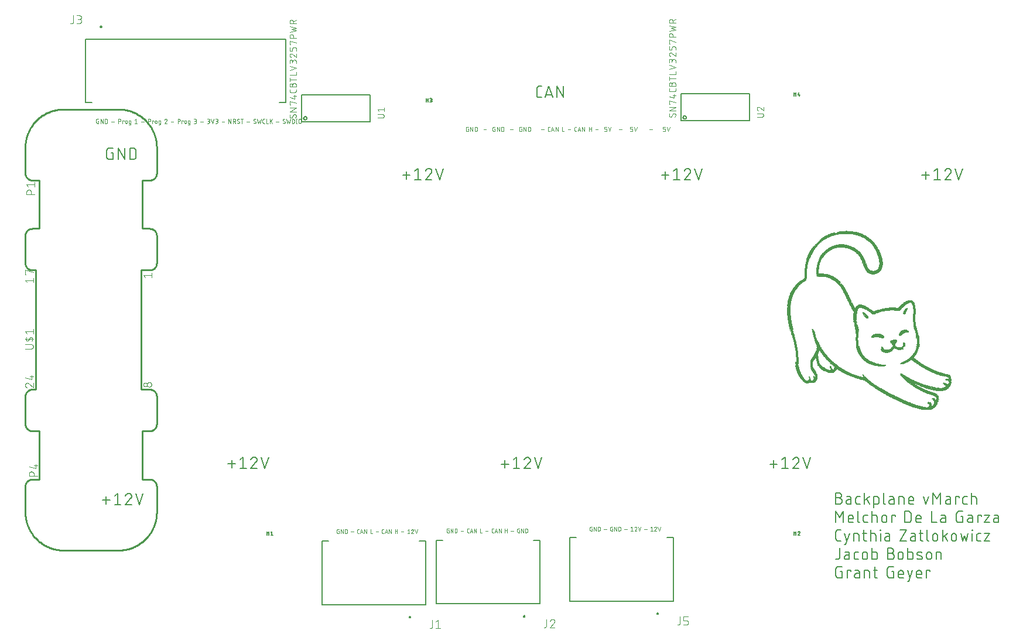
<source format=gbr>
G04 EAGLE Gerber X2 export*
%TF.Part,Single*%
%TF.FileFunction,Legend,Top,1*%
%TF.FilePolarity,Positive*%
%TF.GenerationSoftware,Autodesk,EAGLE,9.1.3*%
%TF.CreationDate,2020-03-16T18:04:25Z*%
G75*
%MOMM*%
%FSLAX34Y34*%
%LPD*%
%AMOC8*
5,1,8,0,0,1.08239X$1,22.5*%
G01*
%ADD10C,0.152400*%
%ADD11R,0.533400X0.025400*%
%ADD12R,0.939800X0.025400*%
%ADD13R,1.219200X0.025400*%
%ADD14R,1.447800X0.025400*%
%ADD15R,1.625600X0.025400*%
%ADD16R,1.879600X0.025400*%
%ADD17R,2.006600X0.025400*%
%ADD18R,2.082800X0.025400*%
%ADD19R,0.050800X0.025400*%
%ADD20R,2.311400X0.025400*%
%ADD21R,2.438400X0.025400*%
%ADD22R,2.616200X0.025400*%
%ADD23R,0.076200X0.025400*%
%ADD24R,2.819400X0.025400*%
%ADD25R,2.921000X0.025400*%
%ADD26R,1.778000X0.025400*%
%ADD27R,0.889000X0.025400*%
%ADD28R,0.177800X0.025400*%
%ADD29R,1.676400X0.025400*%
%ADD30R,0.990600X0.025400*%
%ADD31R,0.965200X0.025400*%
%ADD32R,1.549400X0.025400*%
%ADD33R,1.498600X0.025400*%
%ADD34R,0.457200X0.025400*%
%ADD35R,0.406400X0.025400*%
%ADD36R,0.508000X0.025400*%
%ADD37R,1.422400X0.025400*%
%ADD38R,1.346200X0.025400*%
%ADD39R,0.025400X0.025400*%
%ADD40R,1.320800X0.025400*%
%ADD41R,0.355600X0.025400*%
%ADD42R,1.295400X0.025400*%
%ADD43R,0.381000X0.025400*%
%ADD44R,0.812800X0.025400*%
%ADD45R,0.431800X0.025400*%
%ADD46R,1.270000X0.025400*%
%ADD47R,0.482600X0.025400*%
%ADD48R,1.066800X0.025400*%
%ADD49R,0.127000X0.025400*%
%ADD50R,0.152400X0.025400*%
%ADD51R,1.143000X0.025400*%
%ADD52R,1.117600X0.025400*%
%ADD53R,1.193800X0.025400*%
%ADD54R,1.168400X0.025400*%
%ADD55R,0.330200X0.025400*%
%ADD56R,1.041400X0.025400*%
%ADD57R,0.304800X0.025400*%
%ADD58R,0.203200X0.025400*%
%ADD59R,0.914400X0.025400*%
%ADD60R,1.092200X0.025400*%
%ADD61R,0.228600X0.025400*%
%ADD62R,0.558800X0.025400*%
%ADD63R,0.609600X0.025400*%
%ADD64R,0.660400X0.025400*%
%ADD65R,0.101600X0.025400*%
%ADD66R,0.685800X0.025400*%
%ADD67R,1.016000X0.025400*%
%ADD68R,0.736600X0.025400*%
%ADD69R,0.279400X0.025400*%
%ADD70R,0.254000X0.025400*%
%ADD71R,0.762000X0.025400*%
%ADD72R,0.863600X0.025400*%
%ADD73R,0.635000X0.025400*%
%ADD74R,0.711200X0.025400*%
%ADD75R,1.244600X0.025400*%
%ADD76R,0.838200X0.025400*%
%ADD77R,0.787400X0.025400*%
%ADD78R,0.584200X0.025400*%
%ADD79R,1.397000X0.025400*%
%ADD80R,1.574800X0.025400*%
%ADD81R,1.727200X0.025400*%
%ADD82R,1.701800X0.025400*%
%ADD83R,1.752600X0.025400*%
%ADD84R,1.828800X0.025400*%
%ADD85R,1.600200X0.025400*%
%ADD86R,1.371600X0.025400*%
%ADD87R,1.473200X0.025400*%
%ADD88R,1.651000X0.025400*%
%ADD89R,1.854200X0.025400*%
%ADD90R,1.524000X0.025400*%
%ADD91R,2.971800X0.025400*%
%ADD92R,3.022600X0.025400*%
%ADD93R,2.946400X0.025400*%
%ADD94R,3.048000X0.025400*%
%ADD95R,2.743200X0.025400*%
%ADD96R,2.794000X0.025400*%
%ADD97R,2.667000X0.025400*%
%ADD98R,2.590800X0.025400*%
%ADD99R,2.362200X0.025400*%
%ADD100R,2.260600X0.025400*%
%ADD101R,2.184400X0.025400*%
%ADD102R,2.235200X0.025400*%
%ADD103R,2.159000X0.025400*%
%ADD104R,2.032000X0.025400*%
%ADD105R,1.981200X0.025400*%
%ADD106R,1.930400X0.025400*%
%ADD107R,1.803400X0.025400*%
%ADD108R,3.200400X0.025400*%
%ADD109R,2.997200X0.025400*%
%ADD110R,2.844800X0.025400*%
%ADD111R,2.514600X0.025400*%
%ADD112R,2.209800X0.025400*%
%ADD113R,1.955800X0.025400*%
%ADD114R,3.505200X0.025400*%
%ADD115R,3.429000X0.025400*%
%ADD116R,3.327400X0.025400*%
%ADD117R,3.225800X0.025400*%
%ADD118R,3.149600X0.025400*%
%ADD119R,2.692400X0.025400*%
%ADD120R,2.565400X0.025400*%
%ADD121R,2.413000X0.025400*%
%ADD122C,0.050800*%
%ADD123C,0.254000*%
%ADD124C,0.101600*%
%ADD125C,0.127000*%
%ADD126C,0.076200*%
%ADD127C,0.200000*%


D10*
X710325Y717042D02*
X706712Y717042D01*
X706594Y717044D01*
X706476Y717050D01*
X706358Y717059D01*
X706241Y717073D01*
X706124Y717090D01*
X706007Y717111D01*
X705892Y717136D01*
X705777Y717165D01*
X705663Y717198D01*
X705551Y717234D01*
X705440Y717274D01*
X705330Y717317D01*
X705221Y717364D01*
X705114Y717414D01*
X705009Y717469D01*
X704906Y717526D01*
X704805Y717587D01*
X704705Y717651D01*
X704608Y717718D01*
X704513Y717788D01*
X704421Y717862D01*
X704330Y717938D01*
X704243Y718018D01*
X704158Y718100D01*
X704076Y718185D01*
X703996Y718272D01*
X703920Y718363D01*
X703846Y718455D01*
X703776Y718550D01*
X703709Y718647D01*
X703645Y718747D01*
X703584Y718848D01*
X703527Y718951D01*
X703472Y719056D01*
X703422Y719163D01*
X703375Y719272D01*
X703332Y719382D01*
X703292Y719493D01*
X703256Y719605D01*
X703223Y719719D01*
X703194Y719834D01*
X703169Y719949D01*
X703148Y720066D01*
X703131Y720183D01*
X703117Y720300D01*
X703108Y720418D01*
X703102Y720536D01*
X703100Y720654D01*
X703100Y729686D01*
X703102Y729804D01*
X703108Y729922D01*
X703117Y730040D01*
X703131Y730157D01*
X703148Y730274D01*
X703169Y730391D01*
X703194Y730506D01*
X703223Y730621D01*
X703256Y730735D01*
X703292Y730847D01*
X703332Y730958D01*
X703375Y731068D01*
X703422Y731177D01*
X703472Y731284D01*
X703526Y731389D01*
X703584Y731492D01*
X703645Y731593D01*
X703709Y731693D01*
X703776Y731790D01*
X703846Y731885D01*
X703920Y731977D01*
X703996Y732068D01*
X704076Y732155D01*
X704158Y732240D01*
X704243Y732322D01*
X704330Y732402D01*
X704421Y732478D01*
X704513Y732552D01*
X704608Y732622D01*
X704705Y732689D01*
X704805Y732753D01*
X704906Y732814D01*
X705009Y732871D01*
X705114Y732925D01*
X705221Y732976D01*
X705330Y733023D01*
X705440Y733066D01*
X705551Y733106D01*
X705663Y733142D01*
X705777Y733175D01*
X705892Y733204D01*
X706007Y733229D01*
X706124Y733250D01*
X706241Y733267D01*
X706358Y733281D01*
X706476Y733290D01*
X706594Y733296D01*
X706712Y733298D01*
X710325Y733298D01*
X720681Y733298D02*
X715262Y717042D01*
X726100Y717042D02*
X720681Y733298D01*
X724745Y721106D02*
X716617Y721106D01*
X732318Y717042D02*
X732318Y733298D01*
X741349Y717042D01*
X741349Y733298D01*
X86021Y134592D02*
X75184Y134592D01*
X80603Y140010D02*
X80603Y129173D01*
X92760Y140914D02*
X97276Y144526D01*
X97276Y128270D01*
X92760Y128270D02*
X101792Y128270D01*
X117423Y140462D02*
X117421Y140587D01*
X117415Y140712D01*
X117406Y140837D01*
X117392Y140961D01*
X117375Y141085D01*
X117354Y141209D01*
X117329Y141331D01*
X117300Y141453D01*
X117268Y141574D01*
X117232Y141694D01*
X117192Y141813D01*
X117149Y141930D01*
X117102Y142046D01*
X117051Y142161D01*
X116997Y142273D01*
X116939Y142385D01*
X116879Y142494D01*
X116814Y142601D01*
X116747Y142707D01*
X116676Y142810D01*
X116602Y142911D01*
X116525Y143010D01*
X116445Y143106D01*
X116362Y143200D01*
X116277Y143291D01*
X116188Y143380D01*
X116097Y143465D01*
X116003Y143548D01*
X115907Y143628D01*
X115808Y143705D01*
X115707Y143779D01*
X115604Y143850D01*
X115498Y143917D01*
X115391Y143982D01*
X115282Y144042D01*
X115170Y144100D01*
X115058Y144154D01*
X114943Y144205D01*
X114827Y144252D01*
X114710Y144295D01*
X114591Y144335D01*
X114471Y144371D01*
X114350Y144403D01*
X114228Y144432D01*
X114106Y144457D01*
X113982Y144478D01*
X113858Y144495D01*
X113734Y144509D01*
X113609Y144518D01*
X113484Y144524D01*
X113359Y144526D01*
X113216Y144524D01*
X113074Y144518D01*
X112931Y144508D01*
X112789Y144495D01*
X112648Y144477D01*
X112506Y144456D01*
X112366Y144431D01*
X112226Y144402D01*
X112087Y144369D01*
X111949Y144332D01*
X111812Y144292D01*
X111677Y144248D01*
X111542Y144200D01*
X111409Y144148D01*
X111277Y144093D01*
X111147Y144034D01*
X111019Y143972D01*
X110892Y143906D01*
X110767Y143837D01*
X110644Y143765D01*
X110524Y143689D01*
X110405Y143610D01*
X110288Y143527D01*
X110174Y143442D01*
X110062Y143353D01*
X109953Y143262D01*
X109846Y143167D01*
X109741Y143070D01*
X109640Y142969D01*
X109541Y142866D01*
X109445Y142761D01*
X109352Y142652D01*
X109262Y142541D01*
X109175Y142428D01*
X109091Y142313D01*
X109011Y142195D01*
X108933Y142075D01*
X108859Y141953D01*
X108789Y141829D01*
X108721Y141703D01*
X108658Y141575D01*
X108597Y141446D01*
X108540Y141315D01*
X108487Y141183D01*
X108438Y141049D01*
X108392Y140914D01*
X116068Y137301D02*
X116162Y137393D01*
X116252Y137487D01*
X116340Y137584D01*
X116425Y137684D01*
X116507Y137786D01*
X116586Y137891D01*
X116661Y137998D01*
X116733Y138107D01*
X116802Y138218D01*
X116868Y138332D01*
X116930Y138447D01*
X116989Y138564D01*
X117044Y138683D01*
X117095Y138803D01*
X117143Y138925D01*
X117188Y139048D01*
X117228Y139172D01*
X117265Y139298D01*
X117298Y139425D01*
X117327Y139552D01*
X117353Y139681D01*
X117374Y139810D01*
X117392Y139940D01*
X117405Y140070D01*
X117415Y140200D01*
X117421Y140331D01*
X117423Y140462D01*
X116068Y137301D02*
X108392Y128270D01*
X117423Y128270D01*
X128538Y128270D02*
X123120Y144526D01*
X133957Y144526D02*
X128538Y128270D01*
X90565Y636665D02*
X87856Y636665D01*
X90565Y636665D02*
X90565Y627634D01*
X85146Y627634D01*
X85028Y627636D01*
X84910Y627642D01*
X84792Y627651D01*
X84675Y627665D01*
X84558Y627682D01*
X84441Y627703D01*
X84326Y627728D01*
X84211Y627757D01*
X84097Y627790D01*
X83985Y627826D01*
X83874Y627866D01*
X83764Y627909D01*
X83655Y627956D01*
X83548Y628006D01*
X83443Y628061D01*
X83340Y628118D01*
X83239Y628179D01*
X83139Y628243D01*
X83042Y628310D01*
X82947Y628380D01*
X82855Y628454D01*
X82764Y628530D01*
X82677Y628610D01*
X82592Y628692D01*
X82510Y628777D01*
X82430Y628864D01*
X82354Y628955D01*
X82280Y629047D01*
X82210Y629142D01*
X82143Y629239D01*
X82079Y629339D01*
X82018Y629440D01*
X81961Y629543D01*
X81906Y629648D01*
X81856Y629755D01*
X81809Y629864D01*
X81766Y629974D01*
X81726Y630085D01*
X81690Y630197D01*
X81657Y630311D01*
X81628Y630426D01*
X81603Y630541D01*
X81582Y630658D01*
X81565Y630775D01*
X81551Y630892D01*
X81542Y631010D01*
X81536Y631128D01*
X81534Y631246D01*
X81534Y640278D01*
X81536Y640396D01*
X81542Y640514D01*
X81551Y640632D01*
X81565Y640749D01*
X81582Y640866D01*
X81603Y640983D01*
X81628Y641098D01*
X81657Y641213D01*
X81690Y641327D01*
X81726Y641439D01*
X81766Y641550D01*
X81809Y641660D01*
X81856Y641769D01*
X81906Y641876D01*
X81960Y641981D01*
X82018Y642084D01*
X82079Y642185D01*
X82143Y642285D01*
X82210Y642382D01*
X82280Y642477D01*
X82354Y642569D01*
X82430Y642660D01*
X82510Y642747D01*
X82592Y642832D01*
X82677Y642914D01*
X82764Y642994D01*
X82855Y643070D01*
X82947Y643144D01*
X83042Y643214D01*
X83139Y643281D01*
X83239Y643345D01*
X83340Y643406D01*
X83443Y643463D01*
X83548Y643517D01*
X83655Y643568D01*
X83764Y643615D01*
X83874Y643658D01*
X83985Y643698D01*
X84097Y643734D01*
X84211Y643767D01*
X84326Y643796D01*
X84441Y643821D01*
X84558Y643842D01*
X84675Y643859D01*
X84792Y643873D01*
X84910Y643882D01*
X85028Y643888D01*
X85146Y643890D01*
X90565Y643890D01*
X98207Y643890D02*
X98207Y627634D01*
X107238Y627634D02*
X98207Y643890D01*
X107238Y643890D02*
X107238Y627634D01*
X114881Y627634D02*
X114881Y643890D01*
X119396Y643890D01*
X119527Y643888D01*
X119659Y643882D01*
X119790Y643873D01*
X119920Y643859D01*
X120051Y643842D01*
X120180Y643821D01*
X120309Y643797D01*
X120437Y643768D01*
X120565Y643736D01*
X120691Y643700D01*
X120816Y643661D01*
X120941Y643618D01*
X121063Y643571D01*
X121185Y643521D01*
X121305Y643467D01*
X121423Y643410D01*
X121539Y643349D01*
X121654Y643285D01*
X121767Y643218D01*
X121878Y643147D01*
X121986Y643073D01*
X122093Y642996D01*
X122197Y642916D01*
X122299Y642833D01*
X122398Y642748D01*
X122495Y642659D01*
X122589Y642567D01*
X122681Y642473D01*
X122770Y642376D01*
X122855Y642277D01*
X122938Y642175D01*
X123018Y642071D01*
X123095Y641964D01*
X123169Y641856D01*
X123240Y641745D01*
X123307Y641632D01*
X123371Y641517D01*
X123432Y641401D01*
X123489Y641283D01*
X123543Y641163D01*
X123593Y641041D01*
X123640Y640919D01*
X123683Y640794D01*
X123722Y640669D01*
X123758Y640543D01*
X123790Y640415D01*
X123819Y640287D01*
X123843Y640158D01*
X123864Y640029D01*
X123881Y639898D01*
X123895Y639768D01*
X123904Y639637D01*
X123910Y639505D01*
X123912Y639374D01*
X123912Y632150D01*
X123910Y632019D01*
X123904Y631887D01*
X123895Y631756D01*
X123881Y631626D01*
X123864Y631495D01*
X123843Y631366D01*
X123819Y631237D01*
X123790Y631109D01*
X123758Y630981D01*
X123722Y630855D01*
X123683Y630730D01*
X123640Y630605D01*
X123593Y630483D01*
X123543Y630361D01*
X123489Y630241D01*
X123432Y630123D01*
X123371Y630007D01*
X123307Y629892D01*
X123240Y629779D01*
X123169Y629668D01*
X123095Y629560D01*
X123018Y629453D01*
X122938Y629349D01*
X122855Y629247D01*
X122770Y629148D01*
X122681Y629051D01*
X122589Y628957D01*
X122495Y628865D01*
X122398Y628776D01*
X122299Y628691D01*
X122197Y628608D01*
X122093Y628528D01*
X121986Y628451D01*
X121878Y628377D01*
X121767Y628306D01*
X121654Y628239D01*
X121539Y628175D01*
X121423Y628114D01*
X121305Y628057D01*
X121185Y628003D01*
X121063Y627953D01*
X120941Y627906D01*
X120816Y627863D01*
X120691Y627824D01*
X120565Y627788D01*
X120437Y627756D01*
X120309Y627727D01*
X120180Y627703D01*
X120050Y627682D01*
X119920Y627665D01*
X119790Y627651D01*
X119659Y627642D01*
X119527Y627636D01*
X119396Y627634D01*
X114881Y627634D01*
X509270Y604492D02*
X520107Y604492D01*
X514689Y599073D02*
X514689Y609910D01*
X526846Y610814D02*
X531362Y614426D01*
X531362Y598170D01*
X526846Y598170D02*
X535878Y598170D01*
X551509Y610362D02*
X551507Y610487D01*
X551501Y610612D01*
X551492Y610737D01*
X551478Y610861D01*
X551461Y610985D01*
X551440Y611109D01*
X551415Y611231D01*
X551386Y611353D01*
X551354Y611474D01*
X551318Y611594D01*
X551278Y611713D01*
X551235Y611830D01*
X551188Y611946D01*
X551137Y612061D01*
X551083Y612173D01*
X551025Y612285D01*
X550965Y612394D01*
X550900Y612501D01*
X550833Y612607D01*
X550762Y612710D01*
X550688Y612811D01*
X550611Y612910D01*
X550531Y613006D01*
X550448Y613100D01*
X550363Y613191D01*
X550274Y613280D01*
X550183Y613365D01*
X550089Y613448D01*
X549993Y613528D01*
X549894Y613605D01*
X549793Y613679D01*
X549690Y613750D01*
X549584Y613817D01*
X549477Y613882D01*
X549368Y613942D01*
X549256Y614000D01*
X549144Y614054D01*
X549029Y614105D01*
X548913Y614152D01*
X548796Y614195D01*
X548677Y614235D01*
X548557Y614271D01*
X548436Y614303D01*
X548314Y614332D01*
X548192Y614357D01*
X548068Y614378D01*
X547944Y614395D01*
X547820Y614409D01*
X547695Y614418D01*
X547570Y614424D01*
X547445Y614426D01*
X547302Y614424D01*
X547160Y614418D01*
X547017Y614408D01*
X546875Y614395D01*
X546734Y614377D01*
X546592Y614356D01*
X546452Y614331D01*
X546312Y614302D01*
X546173Y614269D01*
X546035Y614232D01*
X545898Y614192D01*
X545763Y614148D01*
X545628Y614100D01*
X545495Y614048D01*
X545363Y613993D01*
X545233Y613934D01*
X545105Y613872D01*
X544978Y613806D01*
X544853Y613737D01*
X544730Y613665D01*
X544610Y613589D01*
X544491Y613510D01*
X544374Y613427D01*
X544260Y613342D01*
X544148Y613253D01*
X544039Y613162D01*
X543932Y613067D01*
X543827Y612970D01*
X543726Y612869D01*
X543627Y612766D01*
X543531Y612661D01*
X543438Y612552D01*
X543348Y612441D01*
X543261Y612328D01*
X543177Y612213D01*
X543097Y612095D01*
X543019Y611975D01*
X542945Y611853D01*
X542875Y611729D01*
X542807Y611603D01*
X542744Y611475D01*
X542683Y611346D01*
X542626Y611215D01*
X542573Y611083D01*
X542524Y610949D01*
X542478Y610814D01*
X550154Y607201D02*
X550248Y607293D01*
X550338Y607387D01*
X550426Y607484D01*
X550511Y607584D01*
X550593Y607686D01*
X550672Y607791D01*
X550747Y607898D01*
X550819Y608007D01*
X550888Y608118D01*
X550954Y608232D01*
X551016Y608347D01*
X551075Y608464D01*
X551130Y608583D01*
X551181Y608703D01*
X551229Y608825D01*
X551274Y608948D01*
X551314Y609072D01*
X551351Y609198D01*
X551384Y609325D01*
X551413Y609452D01*
X551439Y609581D01*
X551460Y609710D01*
X551478Y609840D01*
X551491Y609970D01*
X551501Y610100D01*
X551507Y610231D01*
X551509Y610362D01*
X550154Y607201D02*
X542478Y598170D01*
X551509Y598170D01*
X562624Y598170D02*
X557206Y614426D01*
X568043Y614426D02*
X562624Y598170D01*
X883412Y604492D02*
X894249Y604492D01*
X888831Y599073D02*
X888831Y609910D01*
X900988Y610814D02*
X905504Y614426D01*
X905504Y598170D01*
X900988Y598170D02*
X910020Y598170D01*
X925651Y610362D02*
X925649Y610487D01*
X925643Y610612D01*
X925634Y610737D01*
X925620Y610861D01*
X925603Y610985D01*
X925582Y611109D01*
X925557Y611231D01*
X925528Y611353D01*
X925496Y611474D01*
X925460Y611594D01*
X925420Y611713D01*
X925377Y611830D01*
X925330Y611946D01*
X925279Y612061D01*
X925225Y612173D01*
X925167Y612285D01*
X925107Y612394D01*
X925042Y612501D01*
X924975Y612607D01*
X924904Y612710D01*
X924830Y612811D01*
X924753Y612910D01*
X924673Y613006D01*
X924590Y613100D01*
X924505Y613191D01*
X924416Y613280D01*
X924325Y613365D01*
X924231Y613448D01*
X924135Y613528D01*
X924036Y613605D01*
X923935Y613679D01*
X923832Y613750D01*
X923726Y613817D01*
X923619Y613882D01*
X923510Y613942D01*
X923398Y614000D01*
X923286Y614054D01*
X923171Y614105D01*
X923055Y614152D01*
X922938Y614195D01*
X922819Y614235D01*
X922699Y614271D01*
X922578Y614303D01*
X922456Y614332D01*
X922334Y614357D01*
X922210Y614378D01*
X922086Y614395D01*
X921962Y614409D01*
X921837Y614418D01*
X921712Y614424D01*
X921587Y614426D01*
X921444Y614424D01*
X921302Y614418D01*
X921159Y614408D01*
X921017Y614395D01*
X920876Y614377D01*
X920734Y614356D01*
X920594Y614331D01*
X920454Y614302D01*
X920315Y614269D01*
X920177Y614232D01*
X920040Y614192D01*
X919905Y614148D01*
X919770Y614100D01*
X919637Y614048D01*
X919505Y613993D01*
X919375Y613934D01*
X919247Y613872D01*
X919120Y613806D01*
X918995Y613737D01*
X918872Y613665D01*
X918752Y613589D01*
X918633Y613510D01*
X918516Y613427D01*
X918402Y613342D01*
X918290Y613253D01*
X918181Y613162D01*
X918074Y613067D01*
X917969Y612970D01*
X917868Y612869D01*
X917769Y612766D01*
X917673Y612661D01*
X917580Y612552D01*
X917490Y612441D01*
X917403Y612328D01*
X917319Y612213D01*
X917239Y612095D01*
X917161Y611975D01*
X917087Y611853D01*
X917017Y611729D01*
X916949Y611603D01*
X916886Y611475D01*
X916825Y611346D01*
X916768Y611215D01*
X916715Y611083D01*
X916666Y610949D01*
X916620Y610814D01*
X924296Y607201D02*
X924390Y607293D01*
X924480Y607387D01*
X924568Y607484D01*
X924653Y607584D01*
X924735Y607686D01*
X924814Y607791D01*
X924889Y607898D01*
X924961Y608007D01*
X925030Y608118D01*
X925096Y608232D01*
X925158Y608347D01*
X925217Y608464D01*
X925272Y608583D01*
X925323Y608703D01*
X925371Y608825D01*
X925416Y608948D01*
X925456Y609072D01*
X925493Y609198D01*
X925526Y609325D01*
X925555Y609452D01*
X925581Y609581D01*
X925602Y609710D01*
X925620Y609840D01*
X925633Y609970D01*
X925643Y610100D01*
X925649Y610231D01*
X925651Y610362D01*
X924296Y607201D02*
X916620Y598170D01*
X925651Y598170D01*
X936766Y598170D02*
X931348Y614426D01*
X942185Y614426D02*
X936766Y598170D01*
X1260094Y604492D02*
X1270931Y604492D01*
X1265513Y599073D02*
X1265513Y609910D01*
X1277670Y610814D02*
X1282186Y614426D01*
X1282186Y598170D01*
X1277670Y598170D02*
X1286702Y598170D01*
X1302333Y610362D02*
X1302331Y610487D01*
X1302325Y610612D01*
X1302316Y610737D01*
X1302302Y610861D01*
X1302285Y610985D01*
X1302264Y611109D01*
X1302239Y611231D01*
X1302210Y611353D01*
X1302178Y611474D01*
X1302142Y611594D01*
X1302102Y611713D01*
X1302059Y611830D01*
X1302012Y611946D01*
X1301961Y612061D01*
X1301907Y612173D01*
X1301849Y612285D01*
X1301789Y612394D01*
X1301724Y612501D01*
X1301657Y612607D01*
X1301586Y612710D01*
X1301512Y612811D01*
X1301435Y612910D01*
X1301355Y613006D01*
X1301272Y613100D01*
X1301187Y613191D01*
X1301098Y613280D01*
X1301007Y613365D01*
X1300913Y613448D01*
X1300817Y613528D01*
X1300718Y613605D01*
X1300617Y613679D01*
X1300514Y613750D01*
X1300408Y613817D01*
X1300301Y613882D01*
X1300192Y613942D01*
X1300080Y614000D01*
X1299968Y614054D01*
X1299853Y614105D01*
X1299737Y614152D01*
X1299620Y614195D01*
X1299501Y614235D01*
X1299381Y614271D01*
X1299260Y614303D01*
X1299138Y614332D01*
X1299016Y614357D01*
X1298892Y614378D01*
X1298768Y614395D01*
X1298644Y614409D01*
X1298519Y614418D01*
X1298394Y614424D01*
X1298269Y614426D01*
X1298126Y614424D01*
X1297984Y614418D01*
X1297841Y614408D01*
X1297699Y614395D01*
X1297558Y614377D01*
X1297416Y614356D01*
X1297276Y614331D01*
X1297136Y614302D01*
X1296997Y614269D01*
X1296859Y614232D01*
X1296722Y614192D01*
X1296587Y614148D01*
X1296452Y614100D01*
X1296319Y614048D01*
X1296187Y613993D01*
X1296057Y613934D01*
X1295929Y613872D01*
X1295802Y613806D01*
X1295677Y613737D01*
X1295554Y613665D01*
X1295434Y613589D01*
X1295315Y613510D01*
X1295198Y613427D01*
X1295084Y613342D01*
X1294972Y613253D01*
X1294863Y613162D01*
X1294756Y613067D01*
X1294651Y612970D01*
X1294550Y612869D01*
X1294451Y612766D01*
X1294355Y612661D01*
X1294262Y612552D01*
X1294172Y612441D01*
X1294085Y612328D01*
X1294001Y612213D01*
X1293921Y612095D01*
X1293843Y611975D01*
X1293769Y611853D01*
X1293699Y611729D01*
X1293631Y611603D01*
X1293568Y611475D01*
X1293507Y611346D01*
X1293450Y611215D01*
X1293397Y611083D01*
X1293348Y610949D01*
X1293302Y610814D01*
X1300978Y607201D02*
X1301072Y607293D01*
X1301162Y607387D01*
X1301250Y607484D01*
X1301335Y607584D01*
X1301417Y607686D01*
X1301496Y607791D01*
X1301571Y607898D01*
X1301643Y608007D01*
X1301712Y608118D01*
X1301778Y608232D01*
X1301840Y608347D01*
X1301899Y608464D01*
X1301954Y608583D01*
X1302005Y608703D01*
X1302053Y608825D01*
X1302098Y608948D01*
X1302138Y609072D01*
X1302175Y609198D01*
X1302208Y609325D01*
X1302237Y609452D01*
X1302263Y609581D01*
X1302284Y609710D01*
X1302302Y609840D01*
X1302315Y609970D01*
X1302325Y610100D01*
X1302331Y610231D01*
X1302333Y610362D01*
X1300978Y607201D02*
X1293302Y598170D01*
X1302333Y598170D01*
X1313448Y598170D02*
X1308030Y614426D01*
X1318867Y614426D02*
X1313448Y598170D01*
X1050967Y186662D02*
X1040130Y186662D01*
X1045549Y192080D02*
X1045549Y181243D01*
X1057706Y192984D02*
X1062222Y196596D01*
X1062222Y180340D01*
X1057706Y180340D02*
X1066738Y180340D01*
X1082369Y192532D02*
X1082367Y192657D01*
X1082361Y192782D01*
X1082352Y192907D01*
X1082338Y193031D01*
X1082321Y193155D01*
X1082300Y193279D01*
X1082275Y193401D01*
X1082246Y193523D01*
X1082214Y193644D01*
X1082178Y193764D01*
X1082138Y193883D01*
X1082095Y194000D01*
X1082048Y194116D01*
X1081997Y194231D01*
X1081943Y194343D01*
X1081885Y194455D01*
X1081825Y194564D01*
X1081760Y194671D01*
X1081693Y194777D01*
X1081622Y194880D01*
X1081548Y194981D01*
X1081471Y195080D01*
X1081391Y195176D01*
X1081308Y195270D01*
X1081223Y195361D01*
X1081134Y195450D01*
X1081043Y195535D01*
X1080949Y195618D01*
X1080853Y195698D01*
X1080754Y195775D01*
X1080653Y195849D01*
X1080550Y195920D01*
X1080444Y195987D01*
X1080337Y196052D01*
X1080228Y196112D01*
X1080116Y196170D01*
X1080004Y196224D01*
X1079889Y196275D01*
X1079773Y196322D01*
X1079656Y196365D01*
X1079537Y196405D01*
X1079417Y196441D01*
X1079296Y196473D01*
X1079174Y196502D01*
X1079052Y196527D01*
X1078928Y196548D01*
X1078804Y196565D01*
X1078680Y196579D01*
X1078555Y196588D01*
X1078430Y196594D01*
X1078305Y196596D01*
X1078162Y196594D01*
X1078020Y196588D01*
X1077877Y196578D01*
X1077735Y196565D01*
X1077594Y196547D01*
X1077452Y196526D01*
X1077312Y196501D01*
X1077172Y196472D01*
X1077033Y196439D01*
X1076895Y196402D01*
X1076758Y196362D01*
X1076623Y196318D01*
X1076488Y196270D01*
X1076355Y196218D01*
X1076223Y196163D01*
X1076093Y196104D01*
X1075965Y196042D01*
X1075838Y195976D01*
X1075713Y195907D01*
X1075590Y195835D01*
X1075470Y195759D01*
X1075351Y195680D01*
X1075234Y195597D01*
X1075120Y195512D01*
X1075008Y195423D01*
X1074899Y195332D01*
X1074792Y195237D01*
X1074687Y195140D01*
X1074586Y195039D01*
X1074487Y194936D01*
X1074391Y194831D01*
X1074298Y194722D01*
X1074208Y194611D01*
X1074121Y194498D01*
X1074037Y194383D01*
X1073957Y194265D01*
X1073879Y194145D01*
X1073805Y194023D01*
X1073735Y193899D01*
X1073667Y193773D01*
X1073604Y193645D01*
X1073543Y193516D01*
X1073486Y193385D01*
X1073433Y193253D01*
X1073384Y193119D01*
X1073338Y192984D01*
X1081014Y189371D02*
X1081108Y189463D01*
X1081198Y189557D01*
X1081286Y189654D01*
X1081371Y189754D01*
X1081453Y189856D01*
X1081532Y189961D01*
X1081607Y190068D01*
X1081679Y190177D01*
X1081748Y190288D01*
X1081814Y190402D01*
X1081876Y190517D01*
X1081935Y190634D01*
X1081990Y190753D01*
X1082041Y190873D01*
X1082089Y190995D01*
X1082134Y191118D01*
X1082174Y191242D01*
X1082211Y191368D01*
X1082244Y191495D01*
X1082273Y191622D01*
X1082299Y191751D01*
X1082320Y191880D01*
X1082338Y192010D01*
X1082351Y192140D01*
X1082361Y192270D01*
X1082367Y192401D01*
X1082369Y192532D01*
X1081014Y189371D02*
X1073338Y180340D01*
X1082369Y180340D01*
X1093484Y180340D02*
X1088066Y196596D01*
X1098903Y196596D02*
X1093484Y180340D01*
X662601Y186662D02*
X651764Y186662D01*
X657183Y192080D02*
X657183Y181243D01*
X669340Y192984D02*
X673856Y196596D01*
X673856Y180340D01*
X669340Y180340D02*
X678372Y180340D01*
X694003Y192532D02*
X694001Y192657D01*
X693995Y192782D01*
X693986Y192907D01*
X693972Y193031D01*
X693955Y193155D01*
X693934Y193279D01*
X693909Y193401D01*
X693880Y193523D01*
X693848Y193644D01*
X693812Y193764D01*
X693772Y193883D01*
X693729Y194000D01*
X693682Y194116D01*
X693631Y194231D01*
X693577Y194343D01*
X693519Y194455D01*
X693459Y194564D01*
X693394Y194671D01*
X693327Y194777D01*
X693256Y194880D01*
X693182Y194981D01*
X693105Y195080D01*
X693025Y195176D01*
X692942Y195270D01*
X692857Y195361D01*
X692768Y195450D01*
X692677Y195535D01*
X692583Y195618D01*
X692487Y195698D01*
X692388Y195775D01*
X692287Y195849D01*
X692184Y195920D01*
X692078Y195987D01*
X691971Y196052D01*
X691862Y196112D01*
X691750Y196170D01*
X691638Y196224D01*
X691523Y196275D01*
X691407Y196322D01*
X691290Y196365D01*
X691171Y196405D01*
X691051Y196441D01*
X690930Y196473D01*
X690808Y196502D01*
X690686Y196527D01*
X690562Y196548D01*
X690438Y196565D01*
X690314Y196579D01*
X690189Y196588D01*
X690064Y196594D01*
X689939Y196596D01*
X689796Y196594D01*
X689654Y196588D01*
X689511Y196578D01*
X689369Y196565D01*
X689228Y196547D01*
X689086Y196526D01*
X688946Y196501D01*
X688806Y196472D01*
X688667Y196439D01*
X688529Y196402D01*
X688392Y196362D01*
X688257Y196318D01*
X688122Y196270D01*
X687989Y196218D01*
X687857Y196163D01*
X687727Y196104D01*
X687599Y196042D01*
X687472Y195976D01*
X687347Y195907D01*
X687224Y195835D01*
X687104Y195759D01*
X686985Y195680D01*
X686868Y195597D01*
X686754Y195512D01*
X686642Y195423D01*
X686533Y195332D01*
X686426Y195237D01*
X686321Y195140D01*
X686220Y195039D01*
X686121Y194936D01*
X686025Y194831D01*
X685932Y194722D01*
X685842Y194611D01*
X685755Y194498D01*
X685671Y194383D01*
X685591Y194265D01*
X685513Y194145D01*
X685439Y194023D01*
X685369Y193899D01*
X685301Y193773D01*
X685238Y193645D01*
X685177Y193516D01*
X685120Y193385D01*
X685067Y193253D01*
X685018Y193119D01*
X684972Y192984D01*
X692648Y189371D02*
X692742Y189463D01*
X692832Y189557D01*
X692920Y189654D01*
X693005Y189754D01*
X693087Y189856D01*
X693166Y189961D01*
X693241Y190068D01*
X693313Y190177D01*
X693382Y190288D01*
X693448Y190402D01*
X693510Y190517D01*
X693569Y190634D01*
X693624Y190753D01*
X693675Y190873D01*
X693723Y190995D01*
X693768Y191118D01*
X693808Y191242D01*
X693845Y191368D01*
X693878Y191495D01*
X693907Y191622D01*
X693933Y191751D01*
X693954Y191880D01*
X693972Y192010D01*
X693985Y192140D01*
X693995Y192270D01*
X694001Y192401D01*
X694003Y192532D01*
X692648Y189371D02*
X684972Y180340D01*
X694003Y180340D01*
X705118Y180340D02*
X699700Y196596D01*
X710537Y196596D02*
X705118Y180340D01*
X267377Y187170D02*
X256540Y187170D01*
X261959Y192588D02*
X261959Y181751D01*
X274116Y193492D02*
X278632Y197104D01*
X278632Y180848D01*
X274116Y180848D02*
X283148Y180848D01*
X298779Y193040D02*
X298777Y193165D01*
X298771Y193290D01*
X298762Y193415D01*
X298748Y193539D01*
X298731Y193663D01*
X298710Y193787D01*
X298685Y193909D01*
X298656Y194031D01*
X298624Y194152D01*
X298588Y194272D01*
X298548Y194391D01*
X298505Y194508D01*
X298458Y194624D01*
X298407Y194739D01*
X298353Y194851D01*
X298295Y194963D01*
X298235Y195072D01*
X298170Y195179D01*
X298103Y195285D01*
X298032Y195388D01*
X297958Y195489D01*
X297881Y195588D01*
X297801Y195684D01*
X297718Y195778D01*
X297633Y195869D01*
X297544Y195958D01*
X297453Y196043D01*
X297359Y196126D01*
X297263Y196206D01*
X297164Y196283D01*
X297063Y196357D01*
X296960Y196428D01*
X296854Y196495D01*
X296747Y196560D01*
X296638Y196620D01*
X296526Y196678D01*
X296414Y196732D01*
X296299Y196783D01*
X296183Y196830D01*
X296066Y196873D01*
X295947Y196913D01*
X295827Y196949D01*
X295706Y196981D01*
X295584Y197010D01*
X295462Y197035D01*
X295338Y197056D01*
X295214Y197073D01*
X295090Y197087D01*
X294965Y197096D01*
X294840Y197102D01*
X294715Y197104D01*
X294572Y197102D01*
X294430Y197096D01*
X294287Y197086D01*
X294145Y197073D01*
X294004Y197055D01*
X293862Y197034D01*
X293722Y197009D01*
X293582Y196980D01*
X293443Y196947D01*
X293305Y196910D01*
X293168Y196870D01*
X293033Y196826D01*
X292898Y196778D01*
X292765Y196726D01*
X292633Y196671D01*
X292503Y196612D01*
X292375Y196550D01*
X292248Y196484D01*
X292123Y196415D01*
X292000Y196343D01*
X291880Y196267D01*
X291761Y196188D01*
X291644Y196105D01*
X291530Y196020D01*
X291418Y195931D01*
X291309Y195840D01*
X291202Y195745D01*
X291097Y195648D01*
X290996Y195547D01*
X290897Y195444D01*
X290801Y195339D01*
X290708Y195230D01*
X290618Y195119D01*
X290531Y195006D01*
X290447Y194891D01*
X290367Y194773D01*
X290289Y194653D01*
X290215Y194531D01*
X290145Y194407D01*
X290077Y194281D01*
X290014Y194153D01*
X289953Y194024D01*
X289896Y193893D01*
X289843Y193761D01*
X289794Y193627D01*
X289748Y193492D01*
X297424Y189879D02*
X297518Y189971D01*
X297608Y190065D01*
X297696Y190162D01*
X297781Y190262D01*
X297863Y190364D01*
X297942Y190469D01*
X298017Y190576D01*
X298089Y190685D01*
X298158Y190796D01*
X298224Y190910D01*
X298286Y191025D01*
X298345Y191142D01*
X298400Y191261D01*
X298451Y191381D01*
X298499Y191503D01*
X298544Y191626D01*
X298584Y191750D01*
X298621Y191876D01*
X298654Y192003D01*
X298683Y192130D01*
X298709Y192259D01*
X298730Y192388D01*
X298748Y192518D01*
X298761Y192648D01*
X298771Y192778D01*
X298777Y192909D01*
X298779Y193040D01*
X297424Y189879D02*
X289748Y180848D01*
X298779Y180848D01*
X309894Y180848D02*
X304476Y197104D01*
X315313Y197104D02*
X309894Y180848D01*
X1135634Y138063D02*
X1140150Y138063D01*
X1140150Y138064D02*
X1140283Y138062D01*
X1140415Y138056D01*
X1140547Y138046D01*
X1140679Y138033D01*
X1140811Y138015D01*
X1140941Y137994D01*
X1141072Y137969D01*
X1141201Y137940D01*
X1141329Y137907D01*
X1141457Y137871D01*
X1141583Y137831D01*
X1141708Y137787D01*
X1141832Y137739D01*
X1141954Y137688D01*
X1142075Y137633D01*
X1142194Y137575D01*
X1142312Y137513D01*
X1142427Y137448D01*
X1142541Y137379D01*
X1142652Y137308D01*
X1142761Y137232D01*
X1142868Y137154D01*
X1142973Y137073D01*
X1143075Y136988D01*
X1143175Y136901D01*
X1143272Y136811D01*
X1143367Y136718D01*
X1143458Y136622D01*
X1143547Y136524D01*
X1143633Y136423D01*
X1143716Y136319D01*
X1143796Y136213D01*
X1143872Y136105D01*
X1143946Y135995D01*
X1144016Y135882D01*
X1144083Y135768D01*
X1144146Y135651D01*
X1144206Y135533D01*
X1144263Y135413D01*
X1144316Y135291D01*
X1144365Y135168D01*
X1144411Y135044D01*
X1144453Y134918D01*
X1144491Y134791D01*
X1144526Y134663D01*
X1144557Y134534D01*
X1144584Y134405D01*
X1144607Y134274D01*
X1144627Y134143D01*
X1144642Y134011D01*
X1144654Y133879D01*
X1144662Y133747D01*
X1144666Y133614D01*
X1144666Y133482D01*
X1144662Y133349D01*
X1144654Y133217D01*
X1144642Y133085D01*
X1144627Y132953D01*
X1144607Y132822D01*
X1144584Y132691D01*
X1144557Y132562D01*
X1144526Y132433D01*
X1144491Y132305D01*
X1144453Y132178D01*
X1144411Y132052D01*
X1144365Y131928D01*
X1144316Y131805D01*
X1144263Y131683D01*
X1144206Y131563D01*
X1144146Y131445D01*
X1144083Y131328D01*
X1144016Y131214D01*
X1143946Y131101D01*
X1143872Y130991D01*
X1143796Y130883D01*
X1143716Y130777D01*
X1143633Y130673D01*
X1143547Y130572D01*
X1143458Y130474D01*
X1143367Y130378D01*
X1143272Y130285D01*
X1143175Y130195D01*
X1143075Y130108D01*
X1142973Y130023D01*
X1142868Y129942D01*
X1142761Y129864D01*
X1142652Y129788D01*
X1142541Y129717D01*
X1142427Y129648D01*
X1142312Y129583D01*
X1142194Y129521D01*
X1142075Y129463D01*
X1141954Y129408D01*
X1141832Y129357D01*
X1141708Y129309D01*
X1141583Y129265D01*
X1141457Y129225D01*
X1141329Y129189D01*
X1141201Y129156D01*
X1141072Y129127D01*
X1140941Y129102D01*
X1140811Y129081D01*
X1140679Y129063D01*
X1140547Y129050D01*
X1140415Y129040D01*
X1140283Y129034D01*
X1140150Y129032D01*
X1135634Y129032D01*
X1135634Y145288D01*
X1140150Y145288D01*
X1140269Y145286D01*
X1140389Y145280D01*
X1140508Y145270D01*
X1140626Y145256D01*
X1140745Y145239D01*
X1140862Y145217D01*
X1140979Y145192D01*
X1141094Y145162D01*
X1141209Y145129D01*
X1141323Y145092D01*
X1141435Y145052D01*
X1141546Y145007D01*
X1141655Y144959D01*
X1141763Y144908D01*
X1141869Y144853D01*
X1141973Y144794D01*
X1142075Y144732D01*
X1142175Y144667D01*
X1142273Y144598D01*
X1142369Y144526D01*
X1142462Y144451D01*
X1142552Y144374D01*
X1142640Y144293D01*
X1142725Y144209D01*
X1142807Y144122D01*
X1142887Y144033D01*
X1142963Y143941D01*
X1143037Y143847D01*
X1143107Y143750D01*
X1143174Y143652D01*
X1143238Y143551D01*
X1143298Y143447D01*
X1143355Y143342D01*
X1143408Y143235D01*
X1143458Y143127D01*
X1143504Y143017D01*
X1143546Y142905D01*
X1143585Y142792D01*
X1143620Y142678D01*
X1143651Y142563D01*
X1143679Y142446D01*
X1143702Y142329D01*
X1143722Y142212D01*
X1143738Y142093D01*
X1143750Y141974D01*
X1143758Y141855D01*
X1143762Y141736D01*
X1143762Y141616D01*
X1143758Y141497D01*
X1143750Y141378D01*
X1143738Y141259D01*
X1143722Y141140D01*
X1143702Y141023D01*
X1143679Y140906D01*
X1143651Y140789D01*
X1143620Y140674D01*
X1143585Y140560D01*
X1143546Y140447D01*
X1143504Y140335D01*
X1143458Y140225D01*
X1143408Y140117D01*
X1143355Y140010D01*
X1143298Y139905D01*
X1143238Y139801D01*
X1143174Y139700D01*
X1143107Y139602D01*
X1143037Y139505D01*
X1142963Y139411D01*
X1142887Y139319D01*
X1142807Y139230D01*
X1142725Y139143D01*
X1142640Y139059D01*
X1142552Y138978D01*
X1142462Y138901D01*
X1142369Y138826D01*
X1142273Y138754D01*
X1142175Y138685D01*
X1142075Y138620D01*
X1141973Y138558D01*
X1141869Y138499D01*
X1141763Y138444D01*
X1141655Y138393D01*
X1141546Y138345D01*
X1141435Y138300D01*
X1141323Y138260D01*
X1141209Y138223D01*
X1141094Y138190D01*
X1140979Y138160D01*
X1140862Y138135D01*
X1140745Y138113D01*
X1140626Y138096D01*
X1140508Y138082D01*
X1140389Y138072D01*
X1140269Y138066D01*
X1140150Y138064D01*
X1153482Y135354D02*
X1157546Y135354D01*
X1153482Y135354D02*
X1153370Y135352D01*
X1153259Y135346D01*
X1153148Y135336D01*
X1153037Y135323D01*
X1152927Y135305D01*
X1152818Y135283D01*
X1152709Y135258D01*
X1152601Y135229D01*
X1152495Y135196D01*
X1152389Y135159D01*
X1152285Y135119D01*
X1152183Y135075D01*
X1152082Y135027D01*
X1151983Y134976D01*
X1151885Y134921D01*
X1151790Y134863D01*
X1151697Y134802D01*
X1151606Y134737D01*
X1151517Y134669D01*
X1151431Y134598D01*
X1151348Y134525D01*
X1151267Y134448D01*
X1151188Y134368D01*
X1151113Y134286D01*
X1151041Y134201D01*
X1150971Y134114D01*
X1150905Y134024D01*
X1150842Y133932D01*
X1150782Y133837D01*
X1150726Y133741D01*
X1150673Y133643D01*
X1150624Y133543D01*
X1150578Y133441D01*
X1150536Y133338D01*
X1150497Y133233D01*
X1150462Y133127D01*
X1150431Y133020D01*
X1150404Y132912D01*
X1150380Y132803D01*
X1150361Y132693D01*
X1150345Y132583D01*
X1150333Y132472D01*
X1150325Y132360D01*
X1150321Y132249D01*
X1150321Y132137D01*
X1150325Y132026D01*
X1150333Y131914D01*
X1150345Y131803D01*
X1150361Y131693D01*
X1150380Y131583D01*
X1150404Y131474D01*
X1150431Y131366D01*
X1150462Y131259D01*
X1150497Y131153D01*
X1150536Y131048D01*
X1150578Y130945D01*
X1150624Y130843D01*
X1150673Y130743D01*
X1150726Y130645D01*
X1150782Y130549D01*
X1150842Y130454D01*
X1150905Y130362D01*
X1150971Y130272D01*
X1151041Y130185D01*
X1151113Y130100D01*
X1151188Y130018D01*
X1151267Y129938D01*
X1151348Y129861D01*
X1151431Y129788D01*
X1151517Y129717D01*
X1151606Y129649D01*
X1151697Y129584D01*
X1151790Y129523D01*
X1151885Y129465D01*
X1151983Y129410D01*
X1152082Y129359D01*
X1152183Y129311D01*
X1152285Y129267D01*
X1152389Y129227D01*
X1152495Y129190D01*
X1152601Y129157D01*
X1152709Y129128D01*
X1152818Y129103D01*
X1152927Y129081D01*
X1153037Y129063D01*
X1153148Y129050D01*
X1153259Y129040D01*
X1153370Y129034D01*
X1153482Y129032D01*
X1157546Y129032D01*
X1157546Y137160D01*
X1157544Y137261D01*
X1157538Y137362D01*
X1157529Y137463D01*
X1157516Y137564D01*
X1157499Y137664D01*
X1157478Y137763D01*
X1157454Y137861D01*
X1157426Y137958D01*
X1157394Y138055D01*
X1157359Y138150D01*
X1157320Y138243D01*
X1157278Y138335D01*
X1157232Y138426D01*
X1157183Y138515D01*
X1157131Y138601D01*
X1157075Y138686D01*
X1157017Y138769D01*
X1156955Y138849D01*
X1156890Y138927D01*
X1156823Y139003D01*
X1156753Y139076D01*
X1156680Y139146D01*
X1156604Y139213D01*
X1156526Y139278D01*
X1156446Y139340D01*
X1156363Y139398D01*
X1156278Y139454D01*
X1156192Y139506D01*
X1156103Y139555D01*
X1156012Y139601D01*
X1155920Y139643D01*
X1155827Y139682D01*
X1155732Y139717D01*
X1155635Y139749D01*
X1155538Y139777D01*
X1155440Y139801D01*
X1155341Y139822D01*
X1155241Y139839D01*
X1155140Y139852D01*
X1155039Y139861D01*
X1154938Y139867D01*
X1154837Y139869D01*
X1151224Y139869D01*
X1167189Y129032D02*
X1170802Y129032D01*
X1167189Y129032D02*
X1167088Y129034D01*
X1166987Y129040D01*
X1166886Y129049D01*
X1166785Y129062D01*
X1166685Y129079D01*
X1166586Y129100D01*
X1166488Y129124D01*
X1166391Y129152D01*
X1166294Y129184D01*
X1166199Y129219D01*
X1166106Y129258D01*
X1166014Y129300D01*
X1165923Y129346D01*
X1165835Y129395D01*
X1165748Y129447D01*
X1165663Y129503D01*
X1165580Y129561D01*
X1165500Y129623D01*
X1165422Y129688D01*
X1165346Y129755D01*
X1165273Y129825D01*
X1165203Y129898D01*
X1165136Y129974D01*
X1165071Y130052D01*
X1165009Y130132D01*
X1164951Y130215D01*
X1164895Y130300D01*
X1164843Y130387D01*
X1164794Y130475D01*
X1164748Y130566D01*
X1164706Y130658D01*
X1164667Y130751D01*
X1164632Y130846D01*
X1164600Y130943D01*
X1164572Y131040D01*
X1164548Y131138D01*
X1164527Y131237D01*
X1164510Y131337D01*
X1164497Y131438D01*
X1164488Y131539D01*
X1164482Y131640D01*
X1164480Y131741D01*
X1164480Y137160D01*
X1164482Y137261D01*
X1164488Y137362D01*
X1164497Y137463D01*
X1164510Y137564D01*
X1164527Y137664D01*
X1164548Y137763D01*
X1164572Y137861D01*
X1164600Y137958D01*
X1164632Y138055D01*
X1164667Y138150D01*
X1164706Y138243D01*
X1164748Y138335D01*
X1164794Y138426D01*
X1164843Y138515D01*
X1164895Y138601D01*
X1164951Y138686D01*
X1165009Y138769D01*
X1165071Y138849D01*
X1165136Y138927D01*
X1165203Y139003D01*
X1165273Y139076D01*
X1165346Y139146D01*
X1165422Y139213D01*
X1165500Y139278D01*
X1165580Y139340D01*
X1165663Y139398D01*
X1165748Y139454D01*
X1165835Y139506D01*
X1165923Y139555D01*
X1166014Y139601D01*
X1166106Y139643D01*
X1166199Y139682D01*
X1166294Y139717D01*
X1166391Y139749D01*
X1166488Y139777D01*
X1166586Y139801D01*
X1166685Y139822D01*
X1166785Y139839D01*
X1166886Y139852D01*
X1166987Y139861D01*
X1167088Y139867D01*
X1167189Y139869D01*
X1170802Y139869D01*
X1177136Y145288D02*
X1177136Y129032D01*
X1177136Y134451D02*
X1184361Y139869D01*
X1180297Y136708D02*
X1184361Y129032D01*
X1190588Y123613D02*
X1190588Y139869D01*
X1195103Y139869D01*
X1195207Y139867D01*
X1195310Y139861D01*
X1195414Y139851D01*
X1195517Y139837D01*
X1195619Y139819D01*
X1195720Y139798D01*
X1195821Y139772D01*
X1195920Y139743D01*
X1196019Y139710D01*
X1196116Y139673D01*
X1196211Y139632D01*
X1196305Y139588D01*
X1196397Y139540D01*
X1196487Y139489D01*
X1196576Y139434D01*
X1196662Y139376D01*
X1196745Y139314D01*
X1196827Y139250D01*
X1196905Y139182D01*
X1196981Y139112D01*
X1197055Y139039D01*
X1197125Y138962D01*
X1197193Y138884D01*
X1197257Y138802D01*
X1197319Y138719D01*
X1197377Y138633D01*
X1197432Y138544D01*
X1197483Y138454D01*
X1197531Y138362D01*
X1197575Y138268D01*
X1197616Y138173D01*
X1197653Y138076D01*
X1197686Y137977D01*
X1197715Y137878D01*
X1197741Y137777D01*
X1197762Y137676D01*
X1197780Y137574D01*
X1197794Y137471D01*
X1197804Y137367D01*
X1197810Y137264D01*
X1197812Y137160D01*
X1197813Y137160D02*
X1197813Y131741D01*
X1197812Y131741D02*
X1197810Y131640D01*
X1197804Y131539D01*
X1197795Y131438D01*
X1197782Y131337D01*
X1197765Y131237D01*
X1197744Y131138D01*
X1197720Y131040D01*
X1197692Y130943D01*
X1197660Y130846D01*
X1197625Y130751D01*
X1197586Y130658D01*
X1197544Y130566D01*
X1197498Y130475D01*
X1197449Y130386D01*
X1197397Y130300D01*
X1197341Y130215D01*
X1197283Y130132D01*
X1197221Y130052D01*
X1197156Y129974D01*
X1197089Y129898D01*
X1197019Y129825D01*
X1196946Y129755D01*
X1196870Y129688D01*
X1196792Y129623D01*
X1196712Y129561D01*
X1196629Y129503D01*
X1196544Y129447D01*
X1196458Y129395D01*
X1196369Y129346D01*
X1196278Y129300D01*
X1196186Y129258D01*
X1196093Y129219D01*
X1195998Y129184D01*
X1195901Y129152D01*
X1195804Y129124D01*
X1195706Y129100D01*
X1195607Y129079D01*
X1195507Y129062D01*
X1195406Y129049D01*
X1195305Y129040D01*
X1195204Y129034D01*
X1195103Y129032D01*
X1190588Y129032D01*
X1204298Y131741D02*
X1204298Y145288D01*
X1204299Y131741D02*
X1204301Y131640D01*
X1204307Y131539D01*
X1204316Y131438D01*
X1204329Y131337D01*
X1204346Y131237D01*
X1204367Y131138D01*
X1204391Y131040D01*
X1204419Y130943D01*
X1204451Y130846D01*
X1204486Y130751D01*
X1204525Y130658D01*
X1204567Y130566D01*
X1204613Y130475D01*
X1204662Y130387D01*
X1204714Y130300D01*
X1204770Y130215D01*
X1204828Y130132D01*
X1204890Y130052D01*
X1204955Y129974D01*
X1205022Y129898D01*
X1205092Y129825D01*
X1205165Y129755D01*
X1205241Y129688D01*
X1205319Y129623D01*
X1205399Y129561D01*
X1205482Y129503D01*
X1205567Y129447D01*
X1205654Y129395D01*
X1205742Y129346D01*
X1205833Y129300D01*
X1205925Y129258D01*
X1206018Y129219D01*
X1206113Y129184D01*
X1206210Y129152D01*
X1206307Y129124D01*
X1206405Y129100D01*
X1206504Y129079D01*
X1206604Y129062D01*
X1206705Y129049D01*
X1206806Y129040D01*
X1206907Y129034D01*
X1207008Y129032D01*
X1215486Y135354D02*
X1219550Y135354D01*
X1215486Y135354D02*
X1215374Y135352D01*
X1215263Y135346D01*
X1215152Y135336D01*
X1215041Y135323D01*
X1214931Y135305D01*
X1214822Y135283D01*
X1214713Y135258D01*
X1214605Y135229D01*
X1214499Y135196D01*
X1214393Y135159D01*
X1214289Y135119D01*
X1214187Y135075D01*
X1214086Y135027D01*
X1213987Y134976D01*
X1213889Y134921D01*
X1213794Y134863D01*
X1213701Y134802D01*
X1213610Y134737D01*
X1213521Y134669D01*
X1213435Y134598D01*
X1213352Y134525D01*
X1213271Y134448D01*
X1213192Y134368D01*
X1213117Y134286D01*
X1213045Y134201D01*
X1212975Y134114D01*
X1212909Y134024D01*
X1212846Y133932D01*
X1212786Y133837D01*
X1212730Y133741D01*
X1212677Y133643D01*
X1212628Y133543D01*
X1212582Y133441D01*
X1212540Y133338D01*
X1212501Y133233D01*
X1212466Y133127D01*
X1212435Y133020D01*
X1212408Y132912D01*
X1212384Y132803D01*
X1212365Y132693D01*
X1212349Y132583D01*
X1212337Y132472D01*
X1212329Y132360D01*
X1212325Y132249D01*
X1212325Y132137D01*
X1212329Y132026D01*
X1212337Y131914D01*
X1212349Y131803D01*
X1212365Y131693D01*
X1212384Y131583D01*
X1212408Y131474D01*
X1212435Y131366D01*
X1212466Y131259D01*
X1212501Y131153D01*
X1212540Y131048D01*
X1212582Y130945D01*
X1212628Y130843D01*
X1212677Y130743D01*
X1212730Y130645D01*
X1212786Y130549D01*
X1212846Y130454D01*
X1212909Y130362D01*
X1212975Y130272D01*
X1213045Y130185D01*
X1213117Y130100D01*
X1213192Y130018D01*
X1213271Y129938D01*
X1213352Y129861D01*
X1213435Y129788D01*
X1213521Y129717D01*
X1213610Y129649D01*
X1213701Y129584D01*
X1213794Y129523D01*
X1213889Y129465D01*
X1213987Y129410D01*
X1214086Y129359D01*
X1214187Y129311D01*
X1214289Y129267D01*
X1214393Y129227D01*
X1214499Y129190D01*
X1214605Y129157D01*
X1214713Y129128D01*
X1214822Y129103D01*
X1214931Y129081D01*
X1215041Y129063D01*
X1215152Y129050D01*
X1215263Y129040D01*
X1215374Y129034D01*
X1215486Y129032D01*
X1219550Y129032D01*
X1219550Y137160D01*
X1219549Y137160D02*
X1219547Y137261D01*
X1219541Y137362D01*
X1219532Y137463D01*
X1219519Y137564D01*
X1219502Y137664D01*
X1219481Y137763D01*
X1219457Y137861D01*
X1219429Y137958D01*
X1219397Y138055D01*
X1219362Y138150D01*
X1219323Y138243D01*
X1219281Y138335D01*
X1219235Y138426D01*
X1219186Y138515D01*
X1219134Y138601D01*
X1219078Y138686D01*
X1219020Y138769D01*
X1218958Y138849D01*
X1218893Y138927D01*
X1218826Y139003D01*
X1218756Y139076D01*
X1218683Y139146D01*
X1218607Y139213D01*
X1218529Y139278D01*
X1218449Y139340D01*
X1218366Y139398D01*
X1218281Y139454D01*
X1218195Y139506D01*
X1218106Y139555D01*
X1218015Y139601D01*
X1217923Y139643D01*
X1217830Y139682D01*
X1217735Y139717D01*
X1217638Y139749D01*
X1217541Y139777D01*
X1217443Y139801D01*
X1217344Y139822D01*
X1217244Y139839D01*
X1217143Y139852D01*
X1217042Y139861D01*
X1216941Y139867D01*
X1216840Y139869D01*
X1213228Y139869D01*
X1226987Y139869D02*
X1226987Y129032D01*
X1226987Y139869D02*
X1231503Y139869D01*
X1231607Y139867D01*
X1231710Y139861D01*
X1231814Y139851D01*
X1231917Y139837D01*
X1232019Y139819D01*
X1232120Y139798D01*
X1232221Y139772D01*
X1232320Y139743D01*
X1232419Y139710D01*
X1232516Y139673D01*
X1232611Y139632D01*
X1232705Y139588D01*
X1232797Y139540D01*
X1232887Y139489D01*
X1232976Y139434D01*
X1233062Y139376D01*
X1233145Y139314D01*
X1233227Y139250D01*
X1233305Y139182D01*
X1233381Y139112D01*
X1233455Y139039D01*
X1233525Y138962D01*
X1233593Y138884D01*
X1233657Y138802D01*
X1233719Y138719D01*
X1233777Y138633D01*
X1233832Y138544D01*
X1233883Y138454D01*
X1233931Y138362D01*
X1233975Y138268D01*
X1234016Y138173D01*
X1234053Y138076D01*
X1234086Y137977D01*
X1234115Y137878D01*
X1234141Y137777D01*
X1234162Y137676D01*
X1234180Y137574D01*
X1234194Y137471D01*
X1234204Y137367D01*
X1234210Y137264D01*
X1234212Y137160D01*
X1234212Y129032D01*
X1243765Y129032D02*
X1248280Y129032D01*
X1243765Y129032D02*
X1243664Y129034D01*
X1243563Y129040D01*
X1243462Y129049D01*
X1243361Y129062D01*
X1243261Y129079D01*
X1243162Y129100D01*
X1243064Y129124D01*
X1242967Y129152D01*
X1242870Y129184D01*
X1242775Y129219D01*
X1242682Y129258D01*
X1242590Y129300D01*
X1242499Y129346D01*
X1242411Y129395D01*
X1242324Y129447D01*
X1242239Y129503D01*
X1242156Y129561D01*
X1242076Y129623D01*
X1241998Y129688D01*
X1241922Y129755D01*
X1241849Y129825D01*
X1241779Y129898D01*
X1241712Y129974D01*
X1241647Y130052D01*
X1241585Y130132D01*
X1241527Y130215D01*
X1241471Y130300D01*
X1241419Y130387D01*
X1241370Y130475D01*
X1241324Y130566D01*
X1241282Y130658D01*
X1241243Y130751D01*
X1241208Y130846D01*
X1241176Y130943D01*
X1241148Y131040D01*
X1241124Y131138D01*
X1241103Y131237D01*
X1241086Y131337D01*
X1241073Y131438D01*
X1241064Y131539D01*
X1241058Y131640D01*
X1241056Y131741D01*
X1241055Y131741D02*
X1241055Y136257D01*
X1241056Y136257D02*
X1241058Y136376D01*
X1241064Y136496D01*
X1241074Y136615D01*
X1241088Y136733D01*
X1241105Y136852D01*
X1241127Y136969D01*
X1241152Y137086D01*
X1241182Y137201D01*
X1241215Y137316D01*
X1241252Y137430D01*
X1241292Y137542D01*
X1241337Y137653D01*
X1241385Y137762D01*
X1241436Y137870D01*
X1241491Y137976D01*
X1241550Y138080D01*
X1241612Y138182D01*
X1241677Y138282D01*
X1241746Y138380D01*
X1241818Y138476D01*
X1241893Y138569D01*
X1241970Y138659D01*
X1242051Y138747D01*
X1242135Y138832D01*
X1242222Y138914D01*
X1242311Y138994D01*
X1242403Y139070D01*
X1242497Y139144D01*
X1242594Y139214D01*
X1242692Y139281D01*
X1242793Y139345D01*
X1242897Y139405D01*
X1243002Y139462D01*
X1243109Y139515D01*
X1243217Y139565D01*
X1243327Y139611D01*
X1243439Y139653D01*
X1243552Y139692D01*
X1243666Y139727D01*
X1243781Y139758D01*
X1243898Y139786D01*
X1244015Y139809D01*
X1244132Y139829D01*
X1244251Y139845D01*
X1244370Y139857D01*
X1244489Y139865D01*
X1244608Y139869D01*
X1244728Y139869D01*
X1244847Y139865D01*
X1244966Y139857D01*
X1245085Y139845D01*
X1245204Y139829D01*
X1245321Y139809D01*
X1245438Y139786D01*
X1245555Y139758D01*
X1245670Y139727D01*
X1245784Y139692D01*
X1245897Y139653D01*
X1246009Y139611D01*
X1246119Y139565D01*
X1246227Y139515D01*
X1246334Y139462D01*
X1246439Y139405D01*
X1246543Y139345D01*
X1246644Y139281D01*
X1246742Y139214D01*
X1246839Y139144D01*
X1246933Y139070D01*
X1247025Y138994D01*
X1247114Y138914D01*
X1247201Y138832D01*
X1247285Y138747D01*
X1247366Y138659D01*
X1247443Y138569D01*
X1247518Y138476D01*
X1247590Y138380D01*
X1247659Y138282D01*
X1247724Y138182D01*
X1247786Y138080D01*
X1247845Y137976D01*
X1247900Y137870D01*
X1247951Y137762D01*
X1247999Y137653D01*
X1248044Y137542D01*
X1248084Y137430D01*
X1248121Y137316D01*
X1248154Y137201D01*
X1248184Y137086D01*
X1248209Y136969D01*
X1248231Y136852D01*
X1248248Y136733D01*
X1248262Y136615D01*
X1248272Y136496D01*
X1248278Y136376D01*
X1248280Y136257D01*
X1248280Y134451D01*
X1241055Y134451D01*
X1262418Y139869D02*
X1266030Y129032D01*
X1269643Y139869D01*
X1276243Y145288D02*
X1276243Y129032D01*
X1281662Y136257D02*
X1276243Y145288D01*
X1281662Y136257D02*
X1287080Y145288D01*
X1287080Y129032D01*
X1297289Y135354D02*
X1301353Y135354D01*
X1297289Y135354D02*
X1297177Y135352D01*
X1297066Y135346D01*
X1296955Y135336D01*
X1296844Y135323D01*
X1296734Y135305D01*
X1296625Y135283D01*
X1296516Y135258D01*
X1296408Y135229D01*
X1296302Y135196D01*
X1296196Y135159D01*
X1296092Y135119D01*
X1295990Y135075D01*
X1295889Y135027D01*
X1295790Y134976D01*
X1295692Y134921D01*
X1295597Y134863D01*
X1295504Y134802D01*
X1295413Y134737D01*
X1295324Y134669D01*
X1295238Y134598D01*
X1295155Y134525D01*
X1295074Y134448D01*
X1294995Y134368D01*
X1294920Y134286D01*
X1294848Y134201D01*
X1294778Y134114D01*
X1294712Y134024D01*
X1294649Y133932D01*
X1294589Y133837D01*
X1294533Y133741D01*
X1294480Y133643D01*
X1294431Y133543D01*
X1294385Y133441D01*
X1294343Y133338D01*
X1294304Y133233D01*
X1294269Y133127D01*
X1294238Y133020D01*
X1294211Y132912D01*
X1294187Y132803D01*
X1294168Y132693D01*
X1294152Y132583D01*
X1294140Y132472D01*
X1294132Y132360D01*
X1294128Y132249D01*
X1294128Y132137D01*
X1294132Y132026D01*
X1294140Y131914D01*
X1294152Y131803D01*
X1294168Y131693D01*
X1294187Y131583D01*
X1294211Y131474D01*
X1294238Y131366D01*
X1294269Y131259D01*
X1294304Y131153D01*
X1294343Y131048D01*
X1294385Y130945D01*
X1294431Y130843D01*
X1294480Y130743D01*
X1294533Y130645D01*
X1294589Y130549D01*
X1294649Y130454D01*
X1294712Y130362D01*
X1294778Y130272D01*
X1294848Y130185D01*
X1294920Y130100D01*
X1294995Y130018D01*
X1295074Y129938D01*
X1295155Y129861D01*
X1295238Y129788D01*
X1295324Y129717D01*
X1295413Y129649D01*
X1295504Y129584D01*
X1295597Y129523D01*
X1295692Y129465D01*
X1295790Y129410D01*
X1295889Y129359D01*
X1295990Y129311D01*
X1296092Y129267D01*
X1296196Y129227D01*
X1296302Y129190D01*
X1296408Y129157D01*
X1296516Y129128D01*
X1296625Y129103D01*
X1296734Y129081D01*
X1296844Y129063D01*
X1296955Y129050D01*
X1297066Y129040D01*
X1297177Y129034D01*
X1297289Y129032D01*
X1301353Y129032D01*
X1301353Y137160D01*
X1301351Y137261D01*
X1301345Y137362D01*
X1301336Y137463D01*
X1301323Y137564D01*
X1301306Y137664D01*
X1301285Y137763D01*
X1301261Y137861D01*
X1301233Y137958D01*
X1301201Y138055D01*
X1301166Y138150D01*
X1301127Y138243D01*
X1301085Y138335D01*
X1301039Y138426D01*
X1300990Y138515D01*
X1300938Y138601D01*
X1300882Y138686D01*
X1300824Y138769D01*
X1300762Y138849D01*
X1300697Y138927D01*
X1300630Y139003D01*
X1300560Y139076D01*
X1300487Y139146D01*
X1300411Y139213D01*
X1300333Y139278D01*
X1300253Y139340D01*
X1300170Y139398D01*
X1300085Y139454D01*
X1299999Y139506D01*
X1299910Y139555D01*
X1299819Y139601D01*
X1299727Y139643D01*
X1299634Y139682D01*
X1299539Y139717D01*
X1299442Y139749D01*
X1299345Y139777D01*
X1299247Y139801D01*
X1299148Y139822D01*
X1299048Y139839D01*
X1298947Y139852D01*
X1298846Y139861D01*
X1298745Y139867D01*
X1298644Y139869D01*
X1295031Y139869D01*
X1308875Y139869D02*
X1308875Y129032D01*
X1308875Y139869D02*
X1314294Y139869D01*
X1314294Y138063D01*
X1321938Y129032D02*
X1325551Y129032D01*
X1321938Y129032D02*
X1321837Y129034D01*
X1321736Y129040D01*
X1321635Y129049D01*
X1321534Y129062D01*
X1321434Y129079D01*
X1321335Y129100D01*
X1321237Y129124D01*
X1321140Y129152D01*
X1321043Y129184D01*
X1320948Y129219D01*
X1320855Y129258D01*
X1320763Y129300D01*
X1320672Y129346D01*
X1320584Y129395D01*
X1320497Y129447D01*
X1320412Y129503D01*
X1320329Y129561D01*
X1320249Y129623D01*
X1320171Y129688D01*
X1320095Y129755D01*
X1320022Y129825D01*
X1319952Y129898D01*
X1319885Y129974D01*
X1319820Y130052D01*
X1319758Y130132D01*
X1319700Y130215D01*
X1319644Y130300D01*
X1319592Y130387D01*
X1319543Y130475D01*
X1319497Y130566D01*
X1319455Y130658D01*
X1319416Y130751D01*
X1319381Y130846D01*
X1319349Y130943D01*
X1319321Y131040D01*
X1319297Y131138D01*
X1319276Y131237D01*
X1319259Y131337D01*
X1319246Y131438D01*
X1319237Y131539D01*
X1319231Y131640D01*
X1319229Y131741D01*
X1319229Y137160D01*
X1319231Y137261D01*
X1319237Y137362D01*
X1319246Y137463D01*
X1319259Y137564D01*
X1319276Y137664D01*
X1319297Y137763D01*
X1319321Y137861D01*
X1319349Y137958D01*
X1319381Y138055D01*
X1319416Y138150D01*
X1319455Y138243D01*
X1319497Y138335D01*
X1319543Y138426D01*
X1319592Y138515D01*
X1319644Y138601D01*
X1319700Y138686D01*
X1319758Y138769D01*
X1319820Y138849D01*
X1319885Y138927D01*
X1319952Y139003D01*
X1320022Y139076D01*
X1320095Y139146D01*
X1320171Y139213D01*
X1320249Y139278D01*
X1320329Y139340D01*
X1320412Y139398D01*
X1320497Y139454D01*
X1320584Y139506D01*
X1320672Y139555D01*
X1320763Y139601D01*
X1320855Y139643D01*
X1320948Y139682D01*
X1321043Y139717D01*
X1321140Y139749D01*
X1321237Y139777D01*
X1321335Y139801D01*
X1321434Y139822D01*
X1321534Y139839D01*
X1321635Y139852D01*
X1321736Y139861D01*
X1321837Y139867D01*
X1321938Y139869D01*
X1325551Y139869D01*
X1331716Y145288D02*
X1331716Y129032D01*
X1331716Y139869D02*
X1336232Y139869D01*
X1336336Y139867D01*
X1336439Y139861D01*
X1336543Y139851D01*
X1336646Y139837D01*
X1336748Y139819D01*
X1336849Y139798D01*
X1336950Y139772D01*
X1337049Y139743D01*
X1337148Y139710D01*
X1337245Y139673D01*
X1337340Y139632D01*
X1337434Y139588D01*
X1337526Y139540D01*
X1337616Y139489D01*
X1337705Y139434D01*
X1337791Y139376D01*
X1337874Y139314D01*
X1337956Y139250D01*
X1338034Y139182D01*
X1338110Y139112D01*
X1338184Y139039D01*
X1338254Y138962D01*
X1338322Y138884D01*
X1338386Y138802D01*
X1338448Y138719D01*
X1338506Y138633D01*
X1338561Y138544D01*
X1338612Y138454D01*
X1338660Y138362D01*
X1338704Y138268D01*
X1338745Y138173D01*
X1338782Y138076D01*
X1338815Y137977D01*
X1338844Y137878D01*
X1338870Y137777D01*
X1338891Y137676D01*
X1338909Y137574D01*
X1338923Y137471D01*
X1338933Y137367D01*
X1338939Y137264D01*
X1338941Y137160D01*
X1338941Y129032D01*
X1135634Y118618D02*
X1135634Y102362D01*
X1141053Y109587D02*
X1135634Y118618D01*
X1141053Y109587D02*
X1146471Y118618D01*
X1146471Y102362D01*
X1156302Y102362D02*
X1160817Y102362D01*
X1156302Y102362D02*
X1156201Y102364D01*
X1156100Y102370D01*
X1155999Y102379D01*
X1155898Y102392D01*
X1155798Y102409D01*
X1155699Y102430D01*
X1155601Y102454D01*
X1155504Y102482D01*
X1155407Y102514D01*
X1155312Y102549D01*
X1155219Y102588D01*
X1155127Y102630D01*
X1155036Y102676D01*
X1154948Y102725D01*
X1154861Y102777D01*
X1154776Y102833D01*
X1154693Y102891D01*
X1154613Y102953D01*
X1154535Y103018D01*
X1154459Y103085D01*
X1154386Y103155D01*
X1154316Y103228D01*
X1154249Y103304D01*
X1154184Y103382D01*
X1154122Y103462D01*
X1154064Y103545D01*
X1154008Y103630D01*
X1153956Y103717D01*
X1153907Y103805D01*
X1153861Y103896D01*
X1153819Y103988D01*
X1153780Y104081D01*
X1153745Y104176D01*
X1153713Y104273D01*
X1153685Y104370D01*
X1153661Y104468D01*
X1153640Y104567D01*
X1153623Y104667D01*
X1153610Y104768D01*
X1153601Y104869D01*
X1153595Y104970D01*
X1153593Y105071D01*
X1153593Y109587D01*
X1153595Y109706D01*
X1153601Y109826D01*
X1153611Y109945D01*
X1153625Y110063D01*
X1153642Y110182D01*
X1153664Y110299D01*
X1153689Y110416D01*
X1153719Y110531D01*
X1153752Y110646D01*
X1153789Y110760D01*
X1153829Y110872D01*
X1153874Y110983D01*
X1153922Y111092D01*
X1153973Y111200D01*
X1154028Y111306D01*
X1154087Y111410D01*
X1154149Y111512D01*
X1154214Y111612D01*
X1154283Y111710D01*
X1154355Y111806D01*
X1154430Y111899D01*
X1154507Y111989D01*
X1154588Y112077D01*
X1154672Y112162D01*
X1154759Y112244D01*
X1154848Y112324D01*
X1154940Y112400D01*
X1155034Y112474D01*
X1155131Y112544D01*
X1155229Y112611D01*
X1155330Y112675D01*
X1155434Y112735D01*
X1155539Y112792D01*
X1155646Y112845D01*
X1155754Y112895D01*
X1155864Y112941D01*
X1155976Y112983D01*
X1156089Y113022D01*
X1156203Y113057D01*
X1156318Y113088D01*
X1156435Y113116D01*
X1156552Y113139D01*
X1156669Y113159D01*
X1156788Y113175D01*
X1156907Y113187D01*
X1157026Y113195D01*
X1157145Y113199D01*
X1157265Y113199D01*
X1157384Y113195D01*
X1157503Y113187D01*
X1157622Y113175D01*
X1157741Y113159D01*
X1157858Y113139D01*
X1157975Y113116D01*
X1158092Y113088D01*
X1158207Y113057D01*
X1158321Y113022D01*
X1158434Y112983D01*
X1158546Y112941D01*
X1158656Y112895D01*
X1158764Y112845D01*
X1158871Y112792D01*
X1158976Y112735D01*
X1159080Y112675D01*
X1159181Y112611D01*
X1159279Y112544D01*
X1159376Y112474D01*
X1159470Y112400D01*
X1159562Y112324D01*
X1159651Y112244D01*
X1159738Y112162D01*
X1159822Y112077D01*
X1159903Y111989D01*
X1159980Y111899D01*
X1160055Y111806D01*
X1160127Y111710D01*
X1160196Y111612D01*
X1160261Y111512D01*
X1160323Y111410D01*
X1160382Y111306D01*
X1160437Y111200D01*
X1160488Y111092D01*
X1160536Y110983D01*
X1160581Y110872D01*
X1160621Y110760D01*
X1160658Y110646D01*
X1160691Y110531D01*
X1160721Y110416D01*
X1160746Y110299D01*
X1160768Y110182D01*
X1160785Y110063D01*
X1160799Y109945D01*
X1160809Y109826D01*
X1160815Y109706D01*
X1160817Y109587D01*
X1160817Y107781D01*
X1153593Y107781D01*
X1167376Y105071D02*
X1167376Y118618D01*
X1167377Y105071D02*
X1167379Y104970D01*
X1167385Y104869D01*
X1167394Y104768D01*
X1167407Y104667D01*
X1167424Y104567D01*
X1167445Y104468D01*
X1167469Y104370D01*
X1167497Y104273D01*
X1167529Y104176D01*
X1167564Y104081D01*
X1167603Y103988D01*
X1167645Y103896D01*
X1167691Y103805D01*
X1167740Y103717D01*
X1167792Y103630D01*
X1167848Y103545D01*
X1167906Y103462D01*
X1167968Y103382D01*
X1168033Y103304D01*
X1168100Y103228D01*
X1168170Y103155D01*
X1168243Y103085D01*
X1168319Y103018D01*
X1168397Y102953D01*
X1168477Y102891D01*
X1168560Y102833D01*
X1168645Y102777D01*
X1168732Y102725D01*
X1168820Y102676D01*
X1168911Y102630D01*
X1169003Y102588D01*
X1169096Y102549D01*
X1169191Y102514D01*
X1169288Y102482D01*
X1169385Y102454D01*
X1169483Y102430D01*
X1169582Y102409D01*
X1169682Y102392D01*
X1169783Y102379D01*
X1169884Y102370D01*
X1169985Y102364D01*
X1170086Y102362D01*
X1178203Y102362D02*
X1181816Y102362D01*
X1178203Y102362D02*
X1178102Y102364D01*
X1178001Y102370D01*
X1177900Y102379D01*
X1177799Y102392D01*
X1177699Y102409D01*
X1177600Y102430D01*
X1177502Y102454D01*
X1177405Y102482D01*
X1177308Y102514D01*
X1177213Y102549D01*
X1177120Y102588D01*
X1177028Y102630D01*
X1176937Y102676D01*
X1176849Y102725D01*
X1176762Y102777D01*
X1176677Y102833D01*
X1176594Y102891D01*
X1176514Y102953D01*
X1176436Y103018D01*
X1176360Y103085D01*
X1176287Y103155D01*
X1176217Y103228D01*
X1176150Y103304D01*
X1176085Y103382D01*
X1176023Y103462D01*
X1175965Y103545D01*
X1175909Y103630D01*
X1175857Y103717D01*
X1175808Y103805D01*
X1175762Y103896D01*
X1175720Y103988D01*
X1175681Y104081D01*
X1175646Y104176D01*
X1175614Y104273D01*
X1175586Y104370D01*
X1175562Y104468D01*
X1175541Y104567D01*
X1175524Y104667D01*
X1175511Y104768D01*
X1175502Y104869D01*
X1175496Y104970D01*
X1175494Y105071D01*
X1175494Y110490D01*
X1175496Y110591D01*
X1175502Y110692D01*
X1175511Y110793D01*
X1175524Y110894D01*
X1175541Y110994D01*
X1175562Y111093D01*
X1175586Y111191D01*
X1175614Y111288D01*
X1175646Y111385D01*
X1175681Y111480D01*
X1175720Y111573D01*
X1175762Y111665D01*
X1175808Y111756D01*
X1175857Y111845D01*
X1175909Y111931D01*
X1175965Y112016D01*
X1176023Y112099D01*
X1176085Y112179D01*
X1176150Y112257D01*
X1176217Y112333D01*
X1176287Y112406D01*
X1176360Y112476D01*
X1176436Y112543D01*
X1176514Y112608D01*
X1176594Y112670D01*
X1176677Y112728D01*
X1176762Y112784D01*
X1176849Y112836D01*
X1176937Y112885D01*
X1177028Y112931D01*
X1177120Y112973D01*
X1177213Y113012D01*
X1177308Y113047D01*
X1177405Y113079D01*
X1177502Y113107D01*
X1177600Y113131D01*
X1177699Y113152D01*
X1177799Y113169D01*
X1177900Y113182D01*
X1178001Y113191D01*
X1178102Y113197D01*
X1178203Y113199D01*
X1181816Y113199D01*
X1187981Y118618D02*
X1187981Y102362D01*
X1187981Y113199D02*
X1192497Y113199D01*
X1192601Y113197D01*
X1192704Y113191D01*
X1192808Y113181D01*
X1192911Y113167D01*
X1193013Y113149D01*
X1193114Y113128D01*
X1193215Y113102D01*
X1193314Y113073D01*
X1193413Y113040D01*
X1193510Y113003D01*
X1193605Y112962D01*
X1193699Y112918D01*
X1193791Y112870D01*
X1193881Y112819D01*
X1193970Y112764D01*
X1194056Y112706D01*
X1194139Y112644D01*
X1194221Y112580D01*
X1194299Y112512D01*
X1194375Y112442D01*
X1194449Y112369D01*
X1194519Y112292D01*
X1194587Y112214D01*
X1194651Y112132D01*
X1194713Y112049D01*
X1194771Y111963D01*
X1194826Y111874D01*
X1194877Y111784D01*
X1194925Y111692D01*
X1194969Y111598D01*
X1195010Y111503D01*
X1195047Y111406D01*
X1195080Y111307D01*
X1195109Y111208D01*
X1195135Y111107D01*
X1195156Y111006D01*
X1195174Y110904D01*
X1195188Y110801D01*
X1195198Y110697D01*
X1195204Y110594D01*
X1195206Y110490D01*
X1195206Y102362D01*
X1202049Y105974D02*
X1202049Y109587D01*
X1202050Y109587D02*
X1202052Y109706D01*
X1202058Y109826D01*
X1202068Y109945D01*
X1202082Y110063D01*
X1202099Y110182D01*
X1202121Y110299D01*
X1202146Y110416D01*
X1202176Y110531D01*
X1202209Y110646D01*
X1202246Y110760D01*
X1202286Y110872D01*
X1202331Y110983D01*
X1202379Y111092D01*
X1202430Y111200D01*
X1202485Y111306D01*
X1202544Y111410D01*
X1202606Y111512D01*
X1202671Y111612D01*
X1202740Y111710D01*
X1202812Y111806D01*
X1202887Y111899D01*
X1202964Y111989D01*
X1203045Y112077D01*
X1203129Y112162D01*
X1203216Y112244D01*
X1203305Y112324D01*
X1203397Y112400D01*
X1203491Y112474D01*
X1203588Y112544D01*
X1203686Y112611D01*
X1203787Y112675D01*
X1203891Y112735D01*
X1203996Y112792D01*
X1204103Y112845D01*
X1204211Y112895D01*
X1204321Y112941D01*
X1204433Y112983D01*
X1204546Y113022D01*
X1204660Y113057D01*
X1204775Y113088D01*
X1204892Y113116D01*
X1205009Y113139D01*
X1205126Y113159D01*
X1205245Y113175D01*
X1205364Y113187D01*
X1205483Y113195D01*
X1205602Y113199D01*
X1205722Y113199D01*
X1205841Y113195D01*
X1205960Y113187D01*
X1206079Y113175D01*
X1206198Y113159D01*
X1206315Y113139D01*
X1206432Y113116D01*
X1206549Y113088D01*
X1206664Y113057D01*
X1206778Y113022D01*
X1206891Y112983D01*
X1207003Y112941D01*
X1207113Y112895D01*
X1207221Y112845D01*
X1207328Y112792D01*
X1207433Y112735D01*
X1207537Y112675D01*
X1207638Y112611D01*
X1207736Y112544D01*
X1207833Y112474D01*
X1207927Y112400D01*
X1208019Y112324D01*
X1208108Y112244D01*
X1208195Y112162D01*
X1208279Y112077D01*
X1208360Y111989D01*
X1208437Y111899D01*
X1208512Y111806D01*
X1208584Y111710D01*
X1208653Y111612D01*
X1208718Y111512D01*
X1208780Y111410D01*
X1208839Y111306D01*
X1208894Y111200D01*
X1208945Y111092D01*
X1208993Y110983D01*
X1209038Y110872D01*
X1209078Y110760D01*
X1209115Y110646D01*
X1209148Y110531D01*
X1209178Y110416D01*
X1209203Y110299D01*
X1209225Y110182D01*
X1209242Y110063D01*
X1209256Y109945D01*
X1209266Y109826D01*
X1209272Y109706D01*
X1209274Y109587D01*
X1209274Y105974D01*
X1209272Y105855D01*
X1209266Y105735D01*
X1209256Y105616D01*
X1209242Y105498D01*
X1209225Y105379D01*
X1209203Y105262D01*
X1209178Y105145D01*
X1209148Y105030D01*
X1209115Y104915D01*
X1209078Y104801D01*
X1209038Y104689D01*
X1208993Y104578D01*
X1208945Y104469D01*
X1208894Y104361D01*
X1208839Y104255D01*
X1208780Y104151D01*
X1208718Y104049D01*
X1208653Y103949D01*
X1208584Y103851D01*
X1208512Y103755D01*
X1208437Y103662D01*
X1208360Y103572D01*
X1208279Y103484D01*
X1208195Y103399D01*
X1208108Y103317D01*
X1208019Y103237D01*
X1207927Y103161D01*
X1207833Y103087D01*
X1207736Y103017D01*
X1207638Y102950D01*
X1207537Y102886D01*
X1207433Y102826D01*
X1207328Y102769D01*
X1207221Y102716D01*
X1207113Y102666D01*
X1207003Y102620D01*
X1206891Y102578D01*
X1206778Y102539D01*
X1206664Y102504D01*
X1206549Y102473D01*
X1206432Y102445D01*
X1206315Y102422D01*
X1206198Y102402D01*
X1206079Y102386D01*
X1205960Y102374D01*
X1205841Y102366D01*
X1205722Y102362D01*
X1205602Y102362D01*
X1205483Y102366D01*
X1205364Y102374D01*
X1205245Y102386D01*
X1205126Y102402D01*
X1205009Y102422D01*
X1204892Y102445D01*
X1204775Y102473D01*
X1204660Y102504D01*
X1204546Y102539D01*
X1204433Y102578D01*
X1204321Y102620D01*
X1204211Y102666D01*
X1204103Y102716D01*
X1203996Y102769D01*
X1203891Y102826D01*
X1203787Y102886D01*
X1203686Y102950D01*
X1203588Y103017D01*
X1203491Y103087D01*
X1203397Y103161D01*
X1203305Y103237D01*
X1203216Y103317D01*
X1203129Y103399D01*
X1203045Y103484D01*
X1202964Y103572D01*
X1202887Y103662D01*
X1202812Y103755D01*
X1202740Y103851D01*
X1202671Y103949D01*
X1202606Y104049D01*
X1202544Y104151D01*
X1202485Y104255D01*
X1202430Y104361D01*
X1202379Y104469D01*
X1202331Y104578D01*
X1202286Y104689D01*
X1202246Y104801D01*
X1202209Y104915D01*
X1202176Y105030D01*
X1202146Y105145D01*
X1202121Y105262D01*
X1202099Y105379D01*
X1202082Y105498D01*
X1202068Y105616D01*
X1202058Y105735D01*
X1202052Y105855D01*
X1202050Y105974D01*
X1216202Y102362D02*
X1216202Y113199D01*
X1221621Y113199D01*
X1221621Y111393D01*
X1235535Y118618D02*
X1235535Y102362D01*
X1235535Y118618D02*
X1240050Y118618D01*
X1240181Y118616D01*
X1240313Y118610D01*
X1240444Y118601D01*
X1240574Y118587D01*
X1240705Y118570D01*
X1240834Y118549D01*
X1240963Y118525D01*
X1241091Y118496D01*
X1241219Y118464D01*
X1241345Y118428D01*
X1241470Y118389D01*
X1241595Y118346D01*
X1241717Y118299D01*
X1241839Y118249D01*
X1241959Y118195D01*
X1242077Y118138D01*
X1242193Y118077D01*
X1242308Y118013D01*
X1242421Y117946D01*
X1242532Y117875D01*
X1242640Y117801D01*
X1242747Y117724D01*
X1242851Y117644D01*
X1242953Y117561D01*
X1243052Y117476D01*
X1243149Y117387D01*
X1243243Y117295D01*
X1243335Y117201D01*
X1243424Y117104D01*
X1243509Y117005D01*
X1243592Y116903D01*
X1243672Y116799D01*
X1243749Y116692D01*
X1243823Y116584D01*
X1243894Y116473D01*
X1243961Y116360D01*
X1244025Y116245D01*
X1244086Y116129D01*
X1244143Y116011D01*
X1244197Y115891D01*
X1244247Y115769D01*
X1244294Y115647D01*
X1244337Y115522D01*
X1244376Y115397D01*
X1244412Y115271D01*
X1244444Y115143D01*
X1244473Y115015D01*
X1244497Y114886D01*
X1244518Y114757D01*
X1244535Y114626D01*
X1244549Y114496D01*
X1244558Y114365D01*
X1244564Y114233D01*
X1244566Y114102D01*
X1244566Y106878D01*
X1244564Y106747D01*
X1244558Y106615D01*
X1244549Y106484D01*
X1244535Y106354D01*
X1244518Y106223D01*
X1244497Y106094D01*
X1244473Y105965D01*
X1244444Y105837D01*
X1244412Y105709D01*
X1244376Y105583D01*
X1244337Y105458D01*
X1244294Y105333D01*
X1244247Y105211D01*
X1244197Y105089D01*
X1244143Y104969D01*
X1244086Y104851D01*
X1244025Y104735D01*
X1243961Y104620D01*
X1243894Y104507D01*
X1243823Y104396D01*
X1243749Y104288D01*
X1243672Y104181D01*
X1243592Y104077D01*
X1243509Y103975D01*
X1243424Y103876D01*
X1243335Y103779D01*
X1243243Y103685D01*
X1243149Y103593D01*
X1243052Y103504D01*
X1242953Y103419D01*
X1242851Y103336D01*
X1242747Y103256D01*
X1242640Y103179D01*
X1242532Y103105D01*
X1242421Y103034D01*
X1242308Y102967D01*
X1242193Y102903D01*
X1242077Y102842D01*
X1241959Y102785D01*
X1241839Y102731D01*
X1241717Y102681D01*
X1241595Y102634D01*
X1241470Y102591D01*
X1241345Y102552D01*
X1241219Y102516D01*
X1241091Y102484D01*
X1240963Y102455D01*
X1240834Y102431D01*
X1240704Y102410D01*
X1240574Y102393D01*
X1240444Y102379D01*
X1240313Y102370D01*
X1240181Y102364D01*
X1240050Y102362D01*
X1235535Y102362D01*
X1254258Y102362D02*
X1258773Y102362D01*
X1254258Y102362D02*
X1254157Y102364D01*
X1254056Y102370D01*
X1253955Y102379D01*
X1253854Y102392D01*
X1253754Y102409D01*
X1253655Y102430D01*
X1253557Y102454D01*
X1253460Y102482D01*
X1253363Y102514D01*
X1253268Y102549D01*
X1253175Y102588D01*
X1253083Y102630D01*
X1252992Y102676D01*
X1252904Y102725D01*
X1252817Y102777D01*
X1252732Y102833D01*
X1252649Y102891D01*
X1252569Y102953D01*
X1252491Y103018D01*
X1252415Y103085D01*
X1252342Y103155D01*
X1252272Y103228D01*
X1252205Y103304D01*
X1252140Y103382D01*
X1252078Y103462D01*
X1252020Y103545D01*
X1251964Y103630D01*
X1251912Y103717D01*
X1251863Y103805D01*
X1251817Y103896D01*
X1251775Y103988D01*
X1251736Y104081D01*
X1251701Y104176D01*
X1251669Y104273D01*
X1251641Y104370D01*
X1251617Y104468D01*
X1251596Y104567D01*
X1251579Y104667D01*
X1251566Y104768D01*
X1251557Y104869D01*
X1251551Y104970D01*
X1251549Y105071D01*
X1251548Y105071D02*
X1251548Y109587D01*
X1251549Y109587D02*
X1251551Y109706D01*
X1251557Y109826D01*
X1251567Y109945D01*
X1251581Y110063D01*
X1251598Y110182D01*
X1251620Y110299D01*
X1251645Y110416D01*
X1251675Y110531D01*
X1251708Y110646D01*
X1251745Y110760D01*
X1251785Y110872D01*
X1251830Y110983D01*
X1251878Y111092D01*
X1251929Y111200D01*
X1251984Y111306D01*
X1252043Y111410D01*
X1252105Y111512D01*
X1252170Y111612D01*
X1252239Y111710D01*
X1252311Y111806D01*
X1252386Y111899D01*
X1252463Y111989D01*
X1252544Y112077D01*
X1252628Y112162D01*
X1252715Y112244D01*
X1252804Y112324D01*
X1252896Y112400D01*
X1252990Y112474D01*
X1253087Y112544D01*
X1253185Y112611D01*
X1253286Y112675D01*
X1253390Y112735D01*
X1253495Y112792D01*
X1253602Y112845D01*
X1253710Y112895D01*
X1253820Y112941D01*
X1253932Y112983D01*
X1254045Y113022D01*
X1254159Y113057D01*
X1254274Y113088D01*
X1254391Y113116D01*
X1254508Y113139D01*
X1254625Y113159D01*
X1254744Y113175D01*
X1254863Y113187D01*
X1254982Y113195D01*
X1255101Y113199D01*
X1255221Y113199D01*
X1255340Y113195D01*
X1255459Y113187D01*
X1255578Y113175D01*
X1255697Y113159D01*
X1255814Y113139D01*
X1255931Y113116D01*
X1256048Y113088D01*
X1256163Y113057D01*
X1256277Y113022D01*
X1256390Y112983D01*
X1256502Y112941D01*
X1256612Y112895D01*
X1256720Y112845D01*
X1256827Y112792D01*
X1256932Y112735D01*
X1257036Y112675D01*
X1257137Y112611D01*
X1257235Y112544D01*
X1257332Y112474D01*
X1257426Y112400D01*
X1257518Y112324D01*
X1257607Y112244D01*
X1257694Y112162D01*
X1257778Y112077D01*
X1257859Y111989D01*
X1257936Y111899D01*
X1258011Y111806D01*
X1258083Y111710D01*
X1258152Y111612D01*
X1258217Y111512D01*
X1258279Y111410D01*
X1258338Y111306D01*
X1258393Y111200D01*
X1258444Y111092D01*
X1258492Y110983D01*
X1258537Y110872D01*
X1258577Y110760D01*
X1258614Y110646D01*
X1258647Y110531D01*
X1258677Y110416D01*
X1258702Y110299D01*
X1258724Y110182D01*
X1258741Y110063D01*
X1258755Y109945D01*
X1258765Y109826D01*
X1258771Y109706D01*
X1258773Y109587D01*
X1258773Y107781D01*
X1251548Y107781D01*
X1274122Y102362D02*
X1274122Y118618D01*
X1274122Y102362D02*
X1281347Y102362D01*
X1290067Y108684D02*
X1294131Y108684D01*
X1290067Y108684D02*
X1289955Y108682D01*
X1289844Y108676D01*
X1289733Y108666D01*
X1289622Y108653D01*
X1289512Y108635D01*
X1289403Y108613D01*
X1289294Y108588D01*
X1289186Y108559D01*
X1289080Y108526D01*
X1288974Y108489D01*
X1288870Y108449D01*
X1288768Y108405D01*
X1288667Y108357D01*
X1288568Y108306D01*
X1288470Y108251D01*
X1288375Y108193D01*
X1288282Y108132D01*
X1288191Y108067D01*
X1288102Y107999D01*
X1288016Y107928D01*
X1287933Y107855D01*
X1287852Y107778D01*
X1287773Y107698D01*
X1287698Y107616D01*
X1287626Y107531D01*
X1287556Y107444D01*
X1287490Y107354D01*
X1287427Y107262D01*
X1287367Y107167D01*
X1287311Y107071D01*
X1287258Y106973D01*
X1287209Y106873D01*
X1287163Y106771D01*
X1287121Y106668D01*
X1287082Y106563D01*
X1287047Y106457D01*
X1287016Y106350D01*
X1286989Y106242D01*
X1286965Y106133D01*
X1286946Y106023D01*
X1286930Y105913D01*
X1286918Y105802D01*
X1286910Y105690D01*
X1286906Y105579D01*
X1286906Y105467D01*
X1286910Y105356D01*
X1286918Y105244D01*
X1286930Y105133D01*
X1286946Y105023D01*
X1286965Y104913D01*
X1286989Y104804D01*
X1287016Y104696D01*
X1287047Y104589D01*
X1287082Y104483D01*
X1287121Y104378D01*
X1287163Y104275D01*
X1287209Y104173D01*
X1287258Y104073D01*
X1287311Y103975D01*
X1287367Y103879D01*
X1287427Y103784D01*
X1287490Y103692D01*
X1287556Y103602D01*
X1287626Y103515D01*
X1287698Y103430D01*
X1287773Y103348D01*
X1287852Y103268D01*
X1287933Y103191D01*
X1288016Y103118D01*
X1288102Y103047D01*
X1288191Y102979D01*
X1288282Y102914D01*
X1288375Y102853D01*
X1288470Y102795D01*
X1288568Y102740D01*
X1288667Y102689D01*
X1288768Y102641D01*
X1288870Y102597D01*
X1288974Y102557D01*
X1289080Y102520D01*
X1289186Y102487D01*
X1289294Y102458D01*
X1289403Y102433D01*
X1289512Y102411D01*
X1289622Y102393D01*
X1289733Y102380D01*
X1289844Y102370D01*
X1289955Y102364D01*
X1290067Y102362D01*
X1294131Y102362D01*
X1294131Y110490D01*
X1294130Y110490D02*
X1294128Y110591D01*
X1294122Y110692D01*
X1294113Y110793D01*
X1294100Y110894D01*
X1294083Y110994D01*
X1294062Y111093D01*
X1294038Y111191D01*
X1294010Y111288D01*
X1293978Y111385D01*
X1293943Y111480D01*
X1293904Y111573D01*
X1293862Y111665D01*
X1293816Y111756D01*
X1293767Y111845D01*
X1293715Y111931D01*
X1293659Y112016D01*
X1293601Y112099D01*
X1293539Y112179D01*
X1293474Y112257D01*
X1293407Y112333D01*
X1293337Y112406D01*
X1293264Y112476D01*
X1293188Y112543D01*
X1293110Y112608D01*
X1293030Y112670D01*
X1292947Y112728D01*
X1292862Y112784D01*
X1292776Y112836D01*
X1292687Y112885D01*
X1292596Y112931D01*
X1292504Y112973D01*
X1292411Y113012D01*
X1292316Y113047D01*
X1292219Y113079D01*
X1292122Y113107D01*
X1292024Y113131D01*
X1291925Y113152D01*
X1291825Y113169D01*
X1291724Y113182D01*
X1291623Y113191D01*
X1291522Y113197D01*
X1291421Y113199D01*
X1287809Y113199D01*
X1316365Y111393D02*
X1319075Y111393D01*
X1319075Y102362D01*
X1313656Y102362D01*
X1313538Y102364D01*
X1313420Y102370D01*
X1313302Y102379D01*
X1313185Y102393D01*
X1313068Y102410D01*
X1312951Y102431D01*
X1312836Y102456D01*
X1312721Y102485D01*
X1312607Y102518D01*
X1312495Y102554D01*
X1312384Y102594D01*
X1312274Y102637D01*
X1312165Y102684D01*
X1312058Y102734D01*
X1311953Y102789D01*
X1311850Y102846D01*
X1311749Y102907D01*
X1311649Y102971D01*
X1311552Y103038D01*
X1311457Y103108D01*
X1311365Y103182D01*
X1311274Y103258D01*
X1311187Y103338D01*
X1311102Y103420D01*
X1311020Y103505D01*
X1310940Y103592D01*
X1310864Y103683D01*
X1310790Y103775D01*
X1310720Y103870D01*
X1310653Y103967D01*
X1310589Y104067D01*
X1310528Y104168D01*
X1310471Y104271D01*
X1310416Y104376D01*
X1310366Y104483D01*
X1310319Y104592D01*
X1310276Y104702D01*
X1310236Y104813D01*
X1310200Y104925D01*
X1310167Y105039D01*
X1310138Y105154D01*
X1310113Y105269D01*
X1310092Y105386D01*
X1310075Y105503D01*
X1310061Y105620D01*
X1310052Y105738D01*
X1310046Y105856D01*
X1310044Y105974D01*
X1310044Y115006D01*
X1310046Y115124D01*
X1310052Y115242D01*
X1310061Y115360D01*
X1310075Y115477D01*
X1310092Y115594D01*
X1310113Y115711D01*
X1310138Y115826D01*
X1310167Y115941D01*
X1310200Y116055D01*
X1310236Y116167D01*
X1310276Y116278D01*
X1310319Y116388D01*
X1310366Y116497D01*
X1310416Y116604D01*
X1310470Y116709D01*
X1310528Y116812D01*
X1310589Y116913D01*
X1310653Y117013D01*
X1310720Y117110D01*
X1310790Y117205D01*
X1310864Y117297D01*
X1310940Y117388D01*
X1311020Y117475D01*
X1311102Y117560D01*
X1311187Y117642D01*
X1311274Y117722D01*
X1311365Y117798D01*
X1311457Y117872D01*
X1311552Y117942D01*
X1311649Y118009D01*
X1311749Y118073D01*
X1311850Y118134D01*
X1311953Y118191D01*
X1312058Y118245D01*
X1312165Y118296D01*
X1312274Y118343D01*
X1312384Y118386D01*
X1312495Y118426D01*
X1312607Y118462D01*
X1312721Y118495D01*
X1312836Y118524D01*
X1312951Y118549D01*
X1313068Y118570D01*
X1313185Y118587D01*
X1313302Y118601D01*
X1313420Y118610D01*
X1313538Y118616D01*
X1313656Y118618D01*
X1319075Y118618D01*
X1329145Y108684D02*
X1333209Y108684D01*
X1329145Y108684D02*
X1329033Y108682D01*
X1328922Y108676D01*
X1328811Y108666D01*
X1328700Y108653D01*
X1328590Y108635D01*
X1328481Y108613D01*
X1328372Y108588D01*
X1328264Y108559D01*
X1328158Y108526D01*
X1328052Y108489D01*
X1327948Y108449D01*
X1327846Y108405D01*
X1327745Y108357D01*
X1327646Y108306D01*
X1327548Y108251D01*
X1327453Y108193D01*
X1327360Y108132D01*
X1327269Y108067D01*
X1327180Y107999D01*
X1327094Y107928D01*
X1327011Y107855D01*
X1326930Y107778D01*
X1326851Y107698D01*
X1326776Y107616D01*
X1326704Y107531D01*
X1326634Y107444D01*
X1326568Y107354D01*
X1326505Y107262D01*
X1326445Y107167D01*
X1326389Y107071D01*
X1326336Y106973D01*
X1326287Y106873D01*
X1326241Y106771D01*
X1326199Y106668D01*
X1326160Y106563D01*
X1326125Y106457D01*
X1326094Y106350D01*
X1326067Y106242D01*
X1326043Y106133D01*
X1326024Y106023D01*
X1326008Y105913D01*
X1325996Y105802D01*
X1325988Y105690D01*
X1325984Y105579D01*
X1325984Y105467D01*
X1325988Y105356D01*
X1325996Y105244D01*
X1326008Y105133D01*
X1326024Y105023D01*
X1326043Y104913D01*
X1326067Y104804D01*
X1326094Y104696D01*
X1326125Y104589D01*
X1326160Y104483D01*
X1326199Y104378D01*
X1326241Y104275D01*
X1326287Y104173D01*
X1326336Y104073D01*
X1326389Y103975D01*
X1326445Y103879D01*
X1326505Y103784D01*
X1326568Y103692D01*
X1326634Y103602D01*
X1326704Y103515D01*
X1326776Y103430D01*
X1326851Y103348D01*
X1326930Y103268D01*
X1327011Y103191D01*
X1327094Y103118D01*
X1327180Y103047D01*
X1327269Y102979D01*
X1327360Y102914D01*
X1327453Y102853D01*
X1327548Y102795D01*
X1327646Y102740D01*
X1327745Y102689D01*
X1327846Y102641D01*
X1327948Y102597D01*
X1328052Y102557D01*
X1328158Y102520D01*
X1328264Y102487D01*
X1328372Y102458D01*
X1328481Y102433D01*
X1328590Y102411D01*
X1328700Y102393D01*
X1328811Y102380D01*
X1328922Y102370D01*
X1329033Y102364D01*
X1329145Y102362D01*
X1333209Y102362D01*
X1333209Y110490D01*
X1333208Y110490D02*
X1333206Y110591D01*
X1333200Y110692D01*
X1333191Y110793D01*
X1333178Y110894D01*
X1333161Y110994D01*
X1333140Y111093D01*
X1333116Y111191D01*
X1333088Y111288D01*
X1333056Y111385D01*
X1333021Y111480D01*
X1332982Y111573D01*
X1332940Y111665D01*
X1332894Y111756D01*
X1332845Y111845D01*
X1332793Y111931D01*
X1332737Y112016D01*
X1332679Y112099D01*
X1332617Y112179D01*
X1332552Y112257D01*
X1332485Y112333D01*
X1332415Y112406D01*
X1332342Y112476D01*
X1332266Y112543D01*
X1332188Y112608D01*
X1332108Y112670D01*
X1332025Y112728D01*
X1331940Y112784D01*
X1331854Y112836D01*
X1331765Y112885D01*
X1331674Y112931D01*
X1331582Y112973D01*
X1331489Y113012D01*
X1331394Y113047D01*
X1331297Y113079D01*
X1331200Y113107D01*
X1331102Y113131D01*
X1331003Y113152D01*
X1330903Y113169D01*
X1330802Y113182D01*
X1330701Y113191D01*
X1330600Y113197D01*
X1330499Y113199D01*
X1326887Y113199D01*
X1340731Y113199D02*
X1340731Y102362D01*
X1340731Y113199D02*
X1346150Y113199D01*
X1346150Y111393D01*
X1350546Y113199D02*
X1357771Y113199D01*
X1350546Y102362D01*
X1357771Y102362D01*
X1366659Y108684D02*
X1370723Y108684D01*
X1366659Y108684D02*
X1366547Y108682D01*
X1366436Y108676D01*
X1366325Y108666D01*
X1366214Y108653D01*
X1366104Y108635D01*
X1365995Y108613D01*
X1365886Y108588D01*
X1365778Y108559D01*
X1365672Y108526D01*
X1365566Y108489D01*
X1365462Y108449D01*
X1365360Y108405D01*
X1365259Y108357D01*
X1365160Y108306D01*
X1365062Y108251D01*
X1364967Y108193D01*
X1364874Y108132D01*
X1364783Y108067D01*
X1364694Y107999D01*
X1364608Y107928D01*
X1364525Y107855D01*
X1364444Y107778D01*
X1364365Y107698D01*
X1364290Y107616D01*
X1364218Y107531D01*
X1364148Y107444D01*
X1364082Y107354D01*
X1364019Y107262D01*
X1363959Y107167D01*
X1363903Y107071D01*
X1363850Y106973D01*
X1363801Y106873D01*
X1363755Y106771D01*
X1363713Y106668D01*
X1363674Y106563D01*
X1363639Y106457D01*
X1363608Y106350D01*
X1363581Y106242D01*
X1363557Y106133D01*
X1363538Y106023D01*
X1363522Y105913D01*
X1363510Y105802D01*
X1363502Y105690D01*
X1363498Y105579D01*
X1363498Y105467D01*
X1363502Y105356D01*
X1363510Y105244D01*
X1363522Y105133D01*
X1363538Y105023D01*
X1363557Y104913D01*
X1363581Y104804D01*
X1363608Y104696D01*
X1363639Y104589D01*
X1363674Y104483D01*
X1363713Y104378D01*
X1363755Y104275D01*
X1363801Y104173D01*
X1363850Y104073D01*
X1363903Y103975D01*
X1363959Y103879D01*
X1364019Y103784D01*
X1364082Y103692D01*
X1364148Y103602D01*
X1364218Y103515D01*
X1364290Y103430D01*
X1364365Y103348D01*
X1364444Y103268D01*
X1364525Y103191D01*
X1364608Y103118D01*
X1364694Y103047D01*
X1364783Y102979D01*
X1364874Y102914D01*
X1364967Y102853D01*
X1365062Y102795D01*
X1365160Y102740D01*
X1365259Y102689D01*
X1365360Y102641D01*
X1365462Y102597D01*
X1365566Y102557D01*
X1365672Y102520D01*
X1365778Y102487D01*
X1365886Y102458D01*
X1365995Y102433D01*
X1366104Y102411D01*
X1366214Y102393D01*
X1366325Y102380D01*
X1366436Y102370D01*
X1366547Y102364D01*
X1366659Y102362D01*
X1370723Y102362D01*
X1370723Y110490D01*
X1370721Y110591D01*
X1370715Y110692D01*
X1370706Y110793D01*
X1370693Y110894D01*
X1370676Y110994D01*
X1370655Y111093D01*
X1370631Y111191D01*
X1370603Y111288D01*
X1370571Y111385D01*
X1370536Y111480D01*
X1370497Y111573D01*
X1370455Y111665D01*
X1370409Y111756D01*
X1370360Y111845D01*
X1370308Y111931D01*
X1370252Y112016D01*
X1370194Y112099D01*
X1370132Y112179D01*
X1370067Y112257D01*
X1370000Y112333D01*
X1369930Y112406D01*
X1369857Y112476D01*
X1369781Y112543D01*
X1369703Y112608D01*
X1369623Y112670D01*
X1369540Y112728D01*
X1369455Y112784D01*
X1369369Y112836D01*
X1369280Y112885D01*
X1369189Y112931D01*
X1369097Y112973D01*
X1369004Y113012D01*
X1368909Y113047D01*
X1368812Y113079D01*
X1368715Y113107D01*
X1368617Y113131D01*
X1368518Y113152D01*
X1368418Y113169D01*
X1368317Y113182D01*
X1368216Y113191D01*
X1368115Y113197D01*
X1368014Y113199D01*
X1364402Y113199D01*
X1142859Y75692D02*
X1139246Y75692D01*
X1139128Y75694D01*
X1139010Y75700D01*
X1138892Y75709D01*
X1138775Y75723D01*
X1138658Y75740D01*
X1138541Y75761D01*
X1138426Y75786D01*
X1138311Y75815D01*
X1138197Y75848D01*
X1138085Y75884D01*
X1137974Y75924D01*
X1137864Y75967D01*
X1137755Y76014D01*
X1137648Y76064D01*
X1137543Y76119D01*
X1137440Y76176D01*
X1137339Y76237D01*
X1137239Y76301D01*
X1137142Y76368D01*
X1137047Y76438D01*
X1136955Y76512D01*
X1136864Y76588D01*
X1136777Y76668D01*
X1136692Y76750D01*
X1136610Y76835D01*
X1136530Y76922D01*
X1136454Y77013D01*
X1136380Y77105D01*
X1136310Y77200D01*
X1136243Y77297D01*
X1136179Y77397D01*
X1136118Y77498D01*
X1136061Y77601D01*
X1136006Y77706D01*
X1135956Y77813D01*
X1135909Y77922D01*
X1135866Y78032D01*
X1135826Y78143D01*
X1135790Y78255D01*
X1135757Y78369D01*
X1135728Y78484D01*
X1135703Y78599D01*
X1135682Y78716D01*
X1135665Y78833D01*
X1135651Y78950D01*
X1135642Y79068D01*
X1135636Y79186D01*
X1135634Y79304D01*
X1135634Y88336D01*
X1135636Y88454D01*
X1135642Y88572D01*
X1135651Y88690D01*
X1135665Y88807D01*
X1135682Y88924D01*
X1135703Y89041D01*
X1135728Y89156D01*
X1135757Y89271D01*
X1135790Y89385D01*
X1135826Y89497D01*
X1135866Y89608D01*
X1135909Y89718D01*
X1135956Y89827D01*
X1136006Y89934D01*
X1136060Y90039D01*
X1136118Y90142D01*
X1136179Y90243D01*
X1136243Y90343D01*
X1136310Y90440D01*
X1136380Y90535D01*
X1136454Y90627D01*
X1136530Y90718D01*
X1136610Y90805D01*
X1136692Y90890D01*
X1136777Y90972D01*
X1136864Y91052D01*
X1136955Y91128D01*
X1137047Y91202D01*
X1137142Y91272D01*
X1137239Y91339D01*
X1137339Y91403D01*
X1137440Y91464D01*
X1137543Y91521D01*
X1137648Y91575D01*
X1137755Y91626D01*
X1137864Y91673D01*
X1137974Y91716D01*
X1138085Y91756D01*
X1138197Y91792D01*
X1138311Y91825D01*
X1138426Y91854D01*
X1138541Y91879D01*
X1138658Y91900D01*
X1138775Y91917D01*
X1138892Y91931D01*
X1139010Y91940D01*
X1139128Y91946D01*
X1139246Y91948D01*
X1142859Y91948D01*
X1148039Y70273D02*
X1149846Y70273D01*
X1155264Y86529D01*
X1148039Y86529D02*
X1151652Y75692D01*
X1161587Y75692D02*
X1161587Y86529D01*
X1166102Y86529D01*
X1166206Y86527D01*
X1166309Y86521D01*
X1166413Y86511D01*
X1166516Y86497D01*
X1166618Y86479D01*
X1166719Y86458D01*
X1166820Y86432D01*
X1166919Y86403D01*
X1167018Y86370D01*
X1167115Y86333D01*
X1167210Y86292D01*
X1167304Y86248D01*
X1167396Y86200D01*
X1167486Y86149D01*
X1167575Y86094D01*
X1167661Y86036D01*
X1167744Y85974D01*
X1167826Y85910D01*
X1167904Y85842D01*
X1167980Y85772D01*
X1168054Y85699D01*
X1168124Y85622D01*
X1168192Y85544D01*
X1168256Y85462D01*
X1168318Y85379D01*
X1168376Y85293D01*
X1168431Y85204D01*
X1168482Y85114D01*
X1168530Y85022D01*
X1168574Y84928D01*
X1168615Y84833D01*
X1168652Y84736D01*
X1168685Y84637D01*
X1168714Y84538D01*
X1168740Y84437D01*
X1168761Y84336D01*
X1168779Y84234D01*
X1168793Y84131D01*
X1168803Y84027D01*
X1168809Y83924D01*
X1168811Y83820D01*
X1168811Y75692D01*
X1174357Y86529D02*
X1179776Y86529D01*
X1176164Y91948D02*
X1176164Y78401D01*
X1176166Y78300D01*
X1176172Y78199D01*
X1176181Y78098D01*
X1176194Y77997D01*
X1176211Y77897D01*
X1176232Y77798D01*
X1176256Y77700D01*
X1176284Y77603D01*
X1176316Y77506D01*
X1176351Y77411D01*
X1176390Y77318D01*
X1176432Y77226D01*
X1176478Y77135D01*
X1176527Y77047D01*
X1176579Y76960D01*
X1176635Y76875D01*
X1176693Y76792D01*
X1176755Y76712D01*
X1176820Y76634D01*
X1176887Y76558D01*
X1176957Y76485D01*
X1177030Y76415D01*
X1177106Y76348D01*
X1177184Y76283D01*
X1177264Y76221D01*
X1177347Y76163D01*
X1177432Y76107D01*
X1177519Y76055D01*
X1177607Y76006D01*
X1177698Y75960D01*
X1177790Y75918D01*
X1177883Y75879D01*
X1177978Y75844D01*
X1178075Y75812D01*
X1178172Y75784D01*
X1178270Y75760D01*
X1178369Y75739D01*
X1178469Y75722D01*
X1178570Y75709D01*
X1178671Y75700D01*
X1178772Y75694D01*
X1178873Y75692D01*
X1179776Y75692D01*
X1186075Y75692D02*
X1186075Y91948D01*
X1186075Y86529D02*
X1190591Y86529D01*
X1190695Y86527D01*
X1190798Y86521D01*
X1190902Y86511D01*
X1191005Y86497D01*
X1191107Y86479D01*
X1191208Y86458D01*
X1191309Y86432D01*
X1191408Y86403D01*
X1191507Y86370D01*
X1191604Y86333D01*
X1191699Y86292D01*
X1191793Y86248D01*
X1191885Y86200D01*
X1191975Y86149D01*
X1192064Y86094D01*
X1192150Y86036D01*
X1192233Y85974D01*
X1192315Y85910D01*
X1192393Y85842D01*
X1192469Y85772D01*
X1192543Y85699D01*
X1192613Y85622D01*
X1192681Y85544D01*
X1192745Y85462D01*
X1192807Y85379D01*
X1192865Y85293D01*
X1192920Y85204D01*
X1192971Y85114D01*
X1193019Y85022D01*
X1193063Y84928D01*
X1193104Y84833D01*
X1193141Y84736D01*
X1193174Y84637D01*
X1193203Y84538D01*
X1193229Y84437D01*
X1193250Y84336D01*
X1193268Y84234D01*
X1193282Y84131D01*
X1193292Y84027D01*
X1193298Y83924D01*
X1193300Y83820D01*
X1193300Y75692D01*
X1200109Y75692D02*
X1200109Y86529D01*
X1199657Y91045D02*
X1199657Y91948D01*
X1200560Y91948D01*
X1200560Y91045D01*
X1199657Y91045D01*
X1209484Y82014D02*
X1213548Y82014D01*
X1209484Y82014D02*
X1209372Y82012D01*
X1209261Y82006D01*
X1209150Y81996D01*
X1209039Y81983D01*
X1208929Y81965D01*
X1208820Y81943D01*
X1208711Y81918D01*
X1208603Y81889D01*
X1208497Y81856D01*
X1208391Y81819D01*
X1208287Y81779D01*
X1208185Y81735D01*
X1208084Y81687D01*
X1207985Y81636D01*
X1207887Y81581D01*
X1207792Y81523D01*
X1207699Y81462D01*
X1207608Y81397D01*
X1207519Y81329D01*
X1207433Y81258D01*
X1207350Y81185D01*
X1207269Y81108D01*
X1207190Y81028D01*
X1207115Y80946D01*
X1207043Y80861D01*
X1206973Y80774D01*
X1206907Y80684D01*
X1206844Y80592D01*
X1206784Y80497D01*
X1206728Y80401D01*
X1206675Y80303D01*
X1206626Y80203D01*
X1206580Y80101D01*
X1206538Y79998D01*
X1206499Y79893D01*
X1206464Y79787D01*
X1206433Y79680D01*
X1206406Y79572D01*
X1206382Y79463D01*
X1206363Y79353D01*
X1206347Y79243D01*
X1206335Y79132D01*
X1206327Y79020D01*
X1206323Y78909D01*
X1206323Y78797D01*
X1206327Y78686D01*
X1206335Y78574D01*
X1206347Y78463D01*
X1206363Y78353D01*
X1206382Y78243D01*
X1206406Y78134D01*
X1206433Y78026D01*
X1206464Y77919D01*
X1206499Y77813D01*
X1206538Y77708D01*
X1206580Y77605D01*
X1206626Y77503D01*
X1206675Y77403D01*
X1206728Y77305D01*
X1206784Y77209D01*
X1206844Y77114D01*
X1206907Y77022D01*
X1206973Y76932D01*
X1207043Y76845D01*
X1207115Y76760D01*
X1207190Y76678D01*
X1207269Y76598D01*
X1207350Y76521D01*
X1207433Y76448D01*
X1207519Y76377D01*
X1207608Y76309D01*
X1207699Y76244D01*
X1207792Y76183D01*
X1207887Y76125D01*
X1207985Y76070D01*
X1208084Y76019D01*
X1208185Y75971D01*
X1208287Y75927D01*
X1208391Y75887D01*
X1208497Y75850D01*
X1208603Y75817D01*
X1208711Y75788D01*
X1208820Y75763D01*
X1208929Y75741D01*
X1209039Y75723D01*
X1209150Y75710D01*
X1209261Y75700D01*
X1209372Y75694D01*
X1209484Y75692D01*
X1213548Y75692D01*
X1213548Y83820D01*
X1213547Y83820D02*
X1213545Y83921D01*
X1213539Y84022D01*
X1213530Y84123D01*
X1213517Y84224D01*
X1213500Y84324D01*
X1213479Y84423D01*
X1213455Y84521D01*
X1213427Y84618D01*
X1213395Y84715D01*
X1213360Y84810D01*
X1213321Y84903D01*
X1213279Y84995D01*
X1213233Y85086D01*
X1213184Y85175D01*
X1213132Y85261D01*
X1213076Y85346D01*
X1213018Y85429D01*
X1212956Y85509D01*
X1212891Y85587D01*
X1212824Y85663D01*
X1212754Y85736D01*
X1212681Y85806D01*
X1212605Y85873D01*
X1212527Y85938D01*
X1212447Y86000D01*
X1212364Y86058D01*
X1212279Y86114D01*
X1212193Y86166D01*
X1212104Y86215D01*
X1212013Y86261D01*
X1211921Y86303D01*
X1211828Y86342D01*
X1211733Y86377D01*
X1211636Y86409D01*
X1211539Y86437D01*
X1211441Y86461D01*
X1211342Y86482D01*
X1211242Y86499D01*
X1211141Y86512D01*
X1211040Y86521D01*
X1210939Y86527D01*
X1210838Y86529D01*
X1207226Y86529D01*
X1228419Y91948D02*
X1237450Y91948D01*
X1228419Y75692D01*
X1237450Y75692D01*
X1246477Y82014D02*
X1250541Y82014D01*
X1246477Y82014D02*
X1246365Y82012D01*
X1246254Y82006D01*
X1246143Y81996D01*
X1246032Y81983D01*
X1245922Y81965D01*
X1245813Y81943D01*
X1245704Y81918D01*
X1245596Y81889D01*
X1245490Y81856D01*
X1245384Y81819D01*
X1245280Y81779D01*
X1245178Y81735D01*
X1245077Y81687D01*
X1244978Y81636D01*
X1244880Y81581D01*
X1244785Y81523D01*
X1244692Y81462D01*
X1244601Y81397D01*
X1244512Y81329D01*
X1244426Y81258D01*
X1244343Y81185D01*
X1244262Y81108D01*
X1244183Y81028D01*
X1244108Y80946D01*
X1244036Y80861D01*
X1243966Y80774D01*
X1243900Y80684D01*
X1243837Y80592D01*
X1243777Y80497D01*
X1243721Y80401D01*
X1243668Y80303D01*
X1243619Y80203D01*
X1243573Y80101D01*
X1243531Y79998D01*
X1243492Y79893D01*
X1243457Y79787D01*
X1243426Y79680D01*
X1243399Y79572D01*
X1243375Y79463D01*
X1243356Y79353D01*
X1243340Y79243D01*
X1243328Y79132D01*
X1243320Y79020D01*
X1243316Y78909D01*
X1243316Y78797D01*
X1243320Y78686D01*
X1243328Y78574D01*
X1243340Y78463D01*
X1243356Y78353D01*
X1243375Y78243D01*
X1243399Y78134D01*
X1243426Y78026D01*
X1243457Y77919D01*
X1243492Y77813D01*
X1243531Y77708D01*
X1243573Y77605D01*
X1243619Y77503D01*
X1243668Y77403D01*
X1243721Y77305D01*
X1243777Y77209D01*
X1243837Y77114D01*
X1243900Y77022D01*
X1243966Y76932D01*
X1244036Y76845D01*
X1244108Y76760D01*
X1244183Y76678D01*
X1244262Y76598D01*
X1244343Y76521D01*
X1244426Y76448D01*
X1244512Y76377D01*
X1244601Y76309D01*
X1244692Y76244D01*
X1244785Y76183D01*
X1244880Y76125D01*
X1244978Y76070D01*
X1245077Y76019D01*
X1245178Y75971D01*
X1245280Y75927D01*
X1245384Y75887D01*
X1245490Y75850D01*
X1245596Y75817D01*
X1245704Y75788D01*
X1245813Y75763D01*
X1245922Y75741D01*
X1246032Y75723D01*
X1246143Y75710D01*
X1246254Y75700D01*
X1246365Y75694D01*
X1246477Y75692D01*
X1250541Y75692D01*
X1250541Y83820D01*
X1250539Y83921D01*
X1250533Y84022D01*
X1250524Y84123D01*
X1250511Y84224D01*
X1250494Y84324D01*
X1250473Y84423D01*
X1250449Y84521D01*
X1250421Y84618D01*
X1250389Y84715D01*
X1250354Y84810D01*
X1250315Y84903D01*
X1250273Y84995D01*
X1250227Y85086D01*
X1250178Y85175D01*
X1250126Y85261D01*
X1250070Y85346D01*
X1250012Y85429D01*
X1249950Y85509D01*
X1249885Y85587D01*
X1249818Y85663D01*
X1249748Y85736D01*
X1249675Y85806D01*
X1249599Y85873D01*
X1249521Y85938D01*
X1249441Y86000D01*
X1249358Y86058D01*
X1249273Y86114D01*
X1249187Y86166D01*
X1249098Y86215D01*
X1249007Y86261D01*
X1248915Y86303D01*
X1248822Y86342D01*
X1248727Y86377D01*
X1248630Y86409D01*
X1248533Y86437D01*
X1248435Y86461D01*
X1248336Y86482D01*
X1248236Y86499D01*
X1248135Y86512D01*
X1248034Y86521D01*
X1247933Y86527D01*
X1247832Y86529D01*
X1244220Y86529D01*
X1256161Y86529D02*
X1261579Y86529D01*
X1257967Y91948D02*
X1257967Y78401D01*
X1257969Y78300D01*
X1257975Y78199D01*
X1257984Y78098D01*
X1257997Y77997D01*
X1258014Y77897D01*
X1258035Y77798D01*
X1258059Y77700D01*
X1258087Y77603D01*
X1258119Y77506D01*
X1258154Y77411D01*
X1258193Y77318D01*
X1258235Y77226D01*
X1258281Y77135D01*
X1258330Y77047D01*
X1258382Y76960D01*
X1258438Y76875D01*
X1258496Y76792D01*
X1258558Y76712D01*
X1258623Y76634D01*
X1258690Y76558D01*
X1258760Y76485D01*
X1258833Y76415D01*
X1258909Y76348D01*
X1258987Y76283D01*
X1259067Y76221D01*
X1259150Y76163D01*
X1259235Y76107D01*
X1259322Y76055D01*
X1259410Y76006D01*
X1259501Y75960D01*
X1259593Y75918D01*
X1259686Y75879D01*
X1259781Y75844D01*
X1259878Y75812D01*
X1259975Y75784D01*
X1260073Y75760D01*
X1260172Y75739D01*
X1260272Y75722D01*
X1260373Y75709D01*
X1260474Y75700D01*
X1260575Y75694D01*
X1260676Y75692D01*
X1261579Y75692D01*
X1267595Y78401D02*
X1267595Y91948D01*
X1267595Y78401D02*
X1267597Y78300D01*
X1267603Y78199D01*
X1267612Y78098D01*
X1267625Y77997D01*
X1267642Y77897D01*
X1267663Y77798D01*
X1267687Y77700D01*
X1267715Y77603D01*
X1267747Y77506D01*
X1267782Y77411D01*
X1267821Y77318D01*
X1267863Y77226D01*
X1267909Y77135D01*
X1267958Y77047D01*
X1268010Y76960D01*
X1268066Y76875D01*
X1268124Y76792D01*
X1268186Y76712D01*
X1268251Y76634D01*
X1268318Y76558D01*
X1268388Y76485D01*
X1268461Y76415D01*
X1268537Y76348D01*
X1268615Y76283D01*
X1268695Y76221D01*
X1268778Y76163D01*
X1268863Y76107D01*
X1268950Y76055D01*
X1269038Y76006D01*
X1269129Y75960D01*
X1269221Y75918D01*
X1269314Y75879D01*
X1269409Y75844D01*
X1269506Y75812D01*
X1269603Y75784D01*
X1269701Y75760D01*
X1269800Y75739D01*
X1269900Y75722D01*
X1270001Y75709D01*
X1270102Y75700D01*
X1270203Y75694D01*
X1270304Y75692D01*
X1275694Y79304D02*
X1275694Y82917D01*
X1275695Y82917D02*
X1275697Y83036D01*
X1275703Y83156D01*
X1275713Y83275D01*
X1275727Y83393D01*
X1275744Y83512D01*
X1275766Y83629D01*
X1275791Y83746D01*
X1275821Y83861D01*
X1275854Y83976D01*
X1275891Y84090D01*
X1275931Y84202D01*
X1275976Y84313D01*
X1276024Y84422D01*
X1276075Y84530D01*
X1276130Y84636D01*
X1276189Y84740D01*
X1276251Y84842D01*
X1276316Y84942D01*
X1276385Y85040D01*
X1276457Y85136D01*
X1276532Y85229D01*
X1276609Y85319D01*
X1276690Y85407D01*
X1276774Y85492D01*
X1276861Y85574D01*
X1276950Y85654D01*
X1277042Y85730D01*
X1277136Y85804D01*
X1277233Y85874D01*
X1277331Y85941D01*
X1277432Y86005D01*
X1277536Y86065D01*
X1277641Y86122D01*
X1277748Y86175D01*
X1277856Y86225D01*
X1277966Y86271D01*
X1278078Y86313D01*
X1278191Y86352D01*
X1278305Y86387D01*
X1278420Y86418D01*
X1278537Y86446D01*
X1278654Y86469D01*
X1278771Y86489D01*
X1278890Y86505D01*
X1279009Y86517D01*
X1279128Y86525D01*
X1279247Y86529D01*
X1279367Y86529D01*
X1279486Y86525D01*
X1279605Y86517D01*
X1279724Y86505D01*
X1279843Y86489D01*
X1279960Y86469D01*
X1280077Y86446D01*
X1280194Y86418D01*
X1280309Y86387D01*
X1280423Y86352D01*
X1280536Y86313D01*
X1280648Y86271D01*
X1280758Y86225D01*
X1280866Y86175D01*
X1280973Y86122D01*
X1281078Y86065D01*
X1281182Y86005D01*
X1281283Y85941D01*
X1281381Y85874D01*
X1281478Y85804D01*
X1281572Y85730D01*
X1281664Y85654D01*
X1281753Y85574D01*
X1281840Y85492D01*
X1281924Y85407D01*
X1282005Y85319D01*
X1282082Y85229D01*
X1282157Y85136D01*
X1282229Y85040D01*
X1282298Y84942D01*
X1282363Y84842D01*
X1282425Y84740D01*
X1282484Y84636D01*
X1282539Y84530D01*
X1282590Y84422D01*
X1282638Y84313D01*
X1282683Y84202D01*
X1282723Y84090D01*
X1282760Y83976D01*
X1282793Y83861D01*
X1282823Y83746D01*
X1282848Y83629D01*
X1282870Y83512D01*
X1282887Y83393D01*
X1282901Y83275D01*
X1282911Y83156D01*
X1282917Y83036D01*
X1282919Y82917D01*
X1282919Y79304D01*
X1282917Y79185D01*
X1282911Y79065D01*
X1282901Y78946D01*
X1282887Y78828D01*
X1282870Y78709D01*
X1282848Y78592D01*
X1282823Y78475D01*
X1282793Y78360D01*
X1282760Y78245D01*
X1282723Y78131D01*
X1282683Y78019D01*
X1282638Y77908D01*
X1282590Y77799D01*
X1282539Y77691D01*
X1282484Y77585D01*
X1282425Y77481D01*
X1282363Y77379D01*
X1282298Y77279D01*
X1282229Y77181D01*
X1282157Y77085D01*
X1282082Y76992D01*
X1282005Y76902D01*
X1281924Y76814D01*
X1281840Y76729D01*
X1281753Y76647D01*
X1281664Y76567D01*
X1281572Y76491D01*
X1281478Y76417D01*
X1281381Y76347D01*
X1281283Y76280D01*
X1281182Y76216D01*
X1281078Y76156D01*
X1280973Y76099D01*
X1280866Y76046D01*
X1280758Y75996D01*
X1280648Y75950D01*
X1280536Y75908D01*
X1280423Y75869D01*
X1280309Y75834D01*
X1280194Y75803D01*
X1280077Y75775D01*
X1279960Y75752D01*
X1279843Y75732D01*
X1279724Y75716D01*
X1279605Y75704D01*
X1279486Y75696D01*
X1279367Y75692D01*
X1279247Y75692D01*
X1279128Y75696D01*
X1279009Y75704D01*
X1278890Y75716D01*
X1278771Y75732D01*
X1278654Y75752D01*
X1278537Y75775D01*
X1278420Y75803D01*
X1278305Y75834D01*
X1278191Y75869D01*
X1278078Y75908D01*
X1277966Y75950D01*
X1277856Y75996D01*
X1277748Y76046D01*
X1277641Y76099D01*
X1277536Y76156D01*
X1277432Y76216D01*
X1277331Y76280D01*
X1277233Y76347D01*
X1277136Y76417D01*
X1277042Y76491D01*
X1276950Y76567D01*
X1276861Y76647D01*
X1276774Y76729D01*
X1276690Y76814D01*
X1276609Y76902D01*
X1276532Y76992D01*
X1276457Y77085D01*
X1276385Y77181D01*
X1276316Y77279D01*
X1276251Y77379D01*
X1276189Y77481D01*
X1276130Y77585D01*
X1276075Y77691D01*
X1276024Y77799D01*
X1275976Y77908D01*
X1275931Y78019D01*
X1275891Y78131D01*
X1275854Y78245D01*
X1275821Y78360D01*
X1275791Y78475D01*
X1275766Y78592D01*
X1275744Y78709D01*
X1275727Y78828D01*
X1275713Y78946D01*
X1275703Y79065D01*
X1275697Y79185D01*
X1275695Y79304D01*
X1289931Y75692D02*
X1289931Y91948D01*
X1297156Y86529D02*
X1289931Y81111D01*
X1293092Y83368D02*
X1297156Y75692D01*
X1302788Y79304D02*
X1302788Y82917D01*
X1302789Y82917D02*
X1302791Y83036D01*
X1302797Y83156D01*
X1302807Y83275D01*
X1302821Y83393D01*
X1302838Y83512D01*
X1302860Y83629D01*
X1302885Y83746D01*
X1302915Y83861D01*
X1302948Y83976D01*
X1302985Y84090D01*
X1303025Y84202D01*
X1303070Y84313D01*
X1303118Y84422D01*
X1303169Y84530D01*
X1303224Y84636D01*
X1303283Y84740D01*
X1303345Y84842D01*
X1303410Y84942D01*
X1303479Y85040D01*
X1303551Y85136D01*
X1303626Y85229D01*
X1303703Y85319D01*
X1303784Y85407D01*
X1303868Y85492D01*
X1303955Y85574D01*
X1304044Y85654D01*
X1304136Y85730D01*
X1304230Y85804D01*
X1304327Y85874D01*
X1304425Y85941D01*
X1304526Y86005D01*
X1304630Y86065D01*
X1304735Y86122D01*
X1304842Y86175D01*
X1304950Y86225D01*
X1305060Y86271D01*
X1305172Y86313D01*
X1305285Y86352D01*
X1305399Y86387D01*
X1305514Y86418D01*
X1305631Y86446D01*
X1305748Y86469D01*
X1305865Y86489D01*
X1305984Y86505D01*
X1306103Y86517D01*
X1306222Y86525D01*
X1306341Y86529D01*
X1306461Y86529D01*
X1306580Y86525D01*
X1306699Y86517D01*
X1306818Y86505D01*
X1306937Y86489D01*
X1307054Y86469D01*
X1307171Y86446D01*
X1307288Y86418D01*
X1307403Y86387D01*
X1307517Y86352D01*
X1307630Y86313D01*
X1307742Y86271D01*
X1307852Y86225D01*
X1307960Y86175D01*
X1308067Y86122D01*
X1308172Y86065D01*
X1308276Y86005D01*
X1308377Y85941D01*
X1308475Y85874D01*
X1308572Y85804D01*
X1308666Y85730D01*
X1308758Y85654D01*
X1308847Y85574D01*
X1308934Y85492D01*
X1309018Y85407D01*
X1309099Y85319D01*
X1309176Y85229D01*
X1309251Y85136D01*
X1309323Y85040D01*
X1309392Y84942D01*
X1309457Y84842D01*
X1309519Y84740D01*
X1309578Y84636D01*
X1309633Y84530D01*
X1309684Y84422D01*
X1309732Y84313D01*
X1309777Y84202D01*
X1309817Y84090D01*
X1309854Y83976D01*
X1309887Y83861D01*
X1309917Y83746D01*
X1309942Y83629D01*
X1309964Y83512D01*
X1309981Y83393D01*
X1309995Y83275D01*
X1310005Y83156D01*
X1310011Y83036D01*
X1310013Y82917D01*
X1310013Y79304D01*
X1310011Y79185D01*
X1310005Y79065D01*
X1309995Y78946D01*
X1309981Y78828D01*
X1309964Y78709D01*
X1309942Y78592D01*
X1309917Y78475D01*
X1309887Y78360D01*
X1309854Y78245D01*
X1309817Y78131D01*
X1309777Y78019D01*
X1309732Y77908D01*
X1309684Y77799D01*
X1309633Y77691D01*
X1309578Y77585D01*
X1309519Y77481D01*
X1309457Y77379D01*
X1309392Y77279D01*
X1309323Y77181D01*
X1309251Y77085D01*
X1309176Y76992D01*
X1309099Y76902D01*
X1309018Y76814D01*
X1308934Y76729D01*
X1308847Y76647D01*
X1308758Y76567D01*
X1308666Y76491D01*
X1308572Y76417D01*
X1308475Y76347D01*
X1308377Y76280D01*
X1308276Y76216D01*
X1308172Y76156D01*
X1308067Y76099D01*
X1307960Y76046D01*
X1307852Y75996D01*
X1307742Y75950D01*
X1307630Y75908D01*
X1307517Y75869D01*
X1307403Y75834D01*
X1307288Y75803D01*
X1307171Y75775D01*
X1307054Y75752D01*
X1306937Y75732D01*
X1306818Y75716D01*
X1306699Y75704D01*
X1306580Y75696D01*
X1306461Y75692D01*
X1306341Y75692D01*
X1306222Y75696D01*
X1306103Y75704D01*
X1305984Y75716D01*
X1305865Y75732D01*
X1305748Y75752D01*
X1305631Y75775D01*
X1305514Y75803D01*
X1305399Y75834D01*
X1305285Y75869D01*
X1305172Y75908D01*
X1305060Y75950D01*
X1304950Y75996D01*
X1304842Y76046D01*
X1304735Y76099D01*
X1304630Y76156D01*
X1304526Y76216D01*
X1304425Y76280D01*
X1304327Y76347D01*
X1304230Y76417D01*
X1304136Y76491D01*
X1304044Y76567D01*
X1303955Y76647D01*
X1303868Y76729D01*
X1303784Y76814D01*
X1303703Y76902D01*
X1303626Y76992D01*
X1303551Y77085D01*
X1303479Y77181D01*
X1303410Y77279D01*
X1303345Y77379D01*
X1303283Y77481D01*
X1303224Y77585D01*
X1303169Y77691D01*
X1303118Y77799D01*
X1303070Y77908D01*
X1303025Y78019D01*
X1302985Y78131D01*
X1302948Y78245D01*
X1302915Y78360D01*
X1302885Y78475D01*
X1302860Y78592D01*
X1302838Y78709D01*
X1302821Y78828D01*
X1302807Y78946D01*
X1302797Y79065D01*
X1302791Y79185D01*
X1302789Y79304D01*
X1316092Y86529D02*
X1318802Y75692D01*
X1321511Y82917D01*
X1324220Y75692D01*
X1326930Y86529D01*
X1332974Y86529D02*
X1332974Y75692D01*
X1332522Y91045D02*
X1332522Y91948D01*
X1333426Y91948D01*
X1333426Y91045D01*
X1332522Y91045D01*
X1341988Y75692D02*
X1345601Y75692D01*
X1341988Y75692D02*
X1341887Y75694D01*
X1341786Y75700D01*
X1341685Y75709D01*
X1341584Y75722D01*
X1341484Y75739D01*
X1341385Y75760D01*
X1341287Y75784D01*
X1341190Y75812D01*
X1341093Y75844D01*
X1340998Y75879D01*
X1340905Y75918D01*
X1340813Y75960D01*
X1340722Y76006D01*
X1340634Y76055D01*
X1340547Y76107D01*
X1340462Y76163D01*
X1340379Y76221D01*
X1340299Y76283D01*
X1340221Y76348D01*
X1340145Y76415D01*
X1340072Y76485D01*
X1340002Y76558D01*
X1339935Y76634D01*
X1339870Y76712D01*
X1339808Y76792D01*
X1339750Y76875D01*
X1339694Y76960D01*
X1339642Y77047D01*
X1339593Y77135D01*
X1339547Y77226D01*
X1339505Y77318D01*
X1339466Y77411D01*
X1339431Y77506D01*
X1339399Y77603D01*
X1339371Y77700D01*
X1339347Y77798D01*
X1339326Y77897D01*
X1339309Y77997D01*
X1339296Y78098D01*
X1339287Y78199D01*
X1339281Y78300D01*
X1339279Y78401D01*
X1339279Y83820D01*
X1339281Y83921D01*
X1339287Y84022D01*
X1339296Y84123D01*
X1339309Y84224D01*
X1339326Y84324D01*
X1339347Y84423D01*
X1339371Y84521D01*
X1339399Y84618D01*
X1339431Y84715D01*
X1339466Y84810D01*
X1339505Y84903D01*
X1339547Y84995D01*
X1339593Y85086D01*
X1339642Y85175D01*
X1339694Y85261D01*
X1339750Y85346D01*
X1339808Y85429D01*
X1339870Y85509D01*
X1339935Y85587D01*
X1340002Y85663D01*
X1340072Y85736D01*
X1340145Y85806D01*
X1340221Y85873D01*
X1340299Y85938D01*
X1340379Y86000D01*
X1340462Y86058D01*
X1340547Y86114D01*
X1340634Y86166D01*
X1340722Y86215D01*
X1340813Y86261D01*
X1340905Y86303D01*
X1340998Y86342D01*
X1341093Y86377D01*
X1341190Y86409D01*
X1341287Y86437D01*
X1341385Y86461D01*
X1341484Y86482D01*
X1341584Y86499D01*
X1341685Y86512D01*
X1341786Y86521D01*
X1341887Y86527D01*
X1341988Y86529D01*
X1345601Y86529D01*
X1350724Y86529D02*
X1357949Y86529D01*
X1350724Y75692D01*
X1357949Y75692D01*
X1141053Y65278D02*
X1141053Y52634D01*
X1141052Y52634D02*
X1141050Y52516D01*
X1141044Y52398D01*
X1141035Y52280D01*
X1141021Y52163D01*
X1141004Y52046D01*
X1140983Y51929D01*
X1140958Y51814D01*
X1140929Y51699D01*
X1140896Y51585D01*
X1140860Y51473D01*
X1140820Y51362D01*
X1140777Y51252D01*
X1140730Y51143D01*
X1140680Y51036D01*
X1140625Y50931D01*
X1140568Y50828D01*
X1140507Y50727D01*
X1140443Y50627D01*
X1140376Y50530D01*
X1140306Y50435D01*
X1140232Y50343D01*
X1140156Y50252D01*
X1140076Y50165D01*
X1139994Y50080D01*
X1139909Y49998D01*
X1139822Y49918D01*
X1139731Y49842D01*
X1139639Y49768D01*
X1139544Y49698D01*
X1139447Y49631D01*
X1139347Y49567D01*
X1139246Y49506D01*
X1139143Y49449D01*
X1139038Y49394D01*
X1138931Y49344D01*
X1138822Y49297D01*
X1138712Y49254D01*
X1138601Y49214D01*
X1138489Y49178D01*
X1138375Y49145D01*
X1138260Y49116D01*
X1138145Y49091D01*
X1138028Y49070D01*
X1137911Y49053D01*
X1137794Y49039D01*
X1137676Y49030D01*
X1137558Y49024D01*
X1137440Y49022D01*
X1135634Y49022D01*
X1151068Y55344D02*
X1155132Y55344D01*
X1151068Y55344D02*
X1150956Y55342D01*
X1150845Y55336D01*
X1150734Y55326D01*
X1150623Y55313D01*
X1150513Y55295D01*
X1150404Y55273D01*
X1150295Y55248D01*
X1150187Y55219D01*
X1150081Y55186D01*
X1149975Y55149D01*
X1149871Y55109D01*
X1149769Y55065D01*
X1149668Y55017D01*
X1149569Y54966D01*
X1149471Y54911D01*
X1149376Y54853D01*
X1149283Y54792D01*
X1149192Y54727D01*
X1149103Y54659D01*
X1149017Y54588D01*
X1148934Y54515D01*
X1148853Y54438D01*
X1148774Y54358D01*
X1148699Y54276D01*
X1148627Y54191D01*
X1148557Y54104D01*
X1148491Y54014D01*
X1148428Y53922D01*
X1148368Y53827D01*
X1148312Y53731D01*
X1148259Y53633D01*
X1148210Y53533D01*
X1148164Y53431D01*
X1148122Y53328D01*
X1148083Y53223D01*
X1148048Y53117D01*
X1148017Y53010D01*
X1147990Y52902D01*
X1147966Y52793D01*
X1147947Y52683D01*
X1147931Y52573D01*
X1147919Y52462D01*
X1147911Y52350D01*
X1147907Y52239D01*
X1147907Y52127D01*
X1147911Y52016D01*
X1147919Y51904D01*
X1147931Y51793D01*
X1147947Y51683D01*
X1147966Y51573D01*
X1147990Y51464D01*
X1148017Y51356D01*
X1148048Y51249D01*
X1148083Y51143D01*
X1148122Y51038D01*
X1148164Y50935D01*
X1148210Y50833D01*
X1148259Y50733D01*
X1148312Y50635D01*
X1148368Y50539D01*
X1148428Y50444D01*
X1148491Y50352D01*
X1148557Y50262D01*
X1148627Y50175D01*
X1148699Y50090D01*
X1148774Y50008D01*
X1148853Y49928D01*
X1148934Y49851D01*
X1149017Y49778D01*
X1149103Y49707D01*
X1149192Y49639D01*
X1149283Y49574D01*
X1149376Y49513D01*
X1149471Y49455D01*
X1149569Y49400D01*
X1149668Y49349D01*
X1149769Y49301D01*
X1149871Y49257D01*
X1149975Y49217D01*
X1150081Y49180D01*
X1150187Y49147D01*
X1150295Y49118D01*
X1150404Y49093D01*
X1150513Y49071D01*
X1150623Y49053D01*
X1150734Y49040D01*
X1150845Y49030D01*
X1150956Y49024D01*
X1151068Y49022D01*
X1155132Y49022D01*
X1155132Y57150D01*
X1155130Y57251D01*
X1155124Y57352D01*
X1155115Y57453D01*
X1155102Y57554D01*
X1155085Y57654D01*
X1155064Y57753D01*
X1155040Y57851D01*
X1155012Y57948D01*
X1154980Y58045D01*
X1154945Y58140D01*
X1154906Y58233D01*
X1154864Y58325D01*
X1154818Y58416D01*
X1154769Y58505D01*
X1154717Y58591D01*
X1154661Y58676D01*
X1154603Y58759D01*
X1154541Y58839D01*
X1154476Y58917D01*
X1154409Y58993D01*
X1154339Y59066D01*
X1154266Y59136D01*
X1154190Y59203D01*
X1154112Y59268D01*
X1154032Y59330D01*
X1153949Y59388D01*
X1153864Y59444D01*
X1153778Y59496D01*
X1153689Y59545D01*
X1153598Y59591D01*
X1153506Y59633D01*
X1153413Y59672D01*
X1153318Y59707D01*
X1153221Y59739D01*
X1153124Y59767D01*
X1153026Y59791D01*
X1152927Y59812D01*
X1152827Y59829D01*
X1152726Y59842D01*
X1152625Y59851D01*
X1152524Y59857D01*
X1152423Y59859D01*
X1148811Y59859D01*
X1164776Y49022D02*
X1168388Y49022D01*
X1164776Y49022D02*
X1164675Y49024D01*
X1164574Y49030D01*
X1164473Y49039D01*
X1164372Y49052D01*
X1164272Y49069D01*
X1164173Y49090D01*
X1164075Y49114D01*
X1163978Y49142D01*
X1163881Y49174D01*
X1163786Y49209D01*
X1163693Y49248D01*
X1163601Y49290D01*
X1163510Y49336D01*
X1163422Y49385D01*
X1163335Y49437D01*
X1163250Y49493D01*
X1163167Y49551D01*
X1163087Y49613D01*
X1163009Y49678D01*
X1162933Y49745D01*
X1162860Y49815D01*
X1162790Y49888D01*
X1162723Y49964D01*
X1162658Y50042D01*
X1162596Y50122D01*
X1162538Y50205D01*
X1162482Y50290D01*
X1162430Y50376D01*
X1162381Y50465D01*
X1162335Y50556D01*
X1162293Y50648D01*
X1162254Y50741D01*
X1162219Y50836D01*
X1162187Y50933D01*
X1162159Y51030D01*
X1162135Y51128D01*
X1162114Y51227D01*
X1162097Y51327D01*
X1162084Y51428D01*
X1162075Y51529D01*
X1162069Y51630D01*
X1162067Y51731D01*
X1162066Y51731D02*
X1162066Y57150D01*
X1162067Y57150D02*
X1162069Y57251D01*
X1162075Y57352D01*
X1162084Y57453D01*
X1162097Y57554D01*
X1162114Y57654D01*
X1162135Y57753D01*
X1162159Y57851D01*
X1162187Y57948D01*
X1162219Y58045D01*
X1162254Y58140D01*
X1162293Y58233D01*
X1162335Y58325D01*
X1162381Y58416D01*
X1162430Y58505D01*
X1162482Y58591D01*
X1162538Y58676D01*
X1162596Y58759D01*
X1162658Y58839D01*
X1162723Y58917D01*
X1162790Y58993D01*
X1162860Y59066D01*
X1162933Y59136D01*
X1163009Y59203D01*
X1163087Y59268D01*
X1163167Y59330D01*
X1163250Y59388D01*
X1163335Y59444D01*
X1163422Y59496D01*
X1163510Y59545D01*
X1163601Y59591D01*
X1163693Y59633D01*
X1163786Y59672D01*
X1163881Y59707D01*
X1163978Y59739D01*
X1164075Y59767D01*
X1164173Y59791D01*
X1164272Y59812D01*
X1164372Y59829D01*
X1164473Y59842D01*
X1164574Y59851D01*
X1164675Y59857D01*
X1164776Y59859D01*
X1168388Y59859D01*
X1174033Y56247D02*
X1174033Y52634D01*
X1174033Y56247D02*
X1174035Y56366D01*
X1174041Y56486D01*
X1174051Y56605D01*
X1174065Y56723D01*
X1174082Y56842D01*
X1174104Y56959D01*
X1174129Y57076D01*
X1174159Y57191D01*
X1174192Y57306D01*
X1174229Y57420D01*
X1174269Y57532D01*
X1174314Y57643D01*
X1174362Y57752D01*
X1174413Y57860D01*
X1174468Y57966D01*
X1174527Y58070D01*
X1174589Y58172D01*
X1174654Y58272D01*
X1174723Y58370D01*
X1174795Y58466D01*
X1174870Y58559D01*
X1174947Y58649D01*
X1175028Y58737D01*
X1175112Y58822D01*
X1175199Y58904D01*
X1175288Y58984D01*
X1175380Y59060D01*
X1175474Y59134D01*
X1175571Y59204D01*
X1175669Y59271D01*
X1175770Y59335D01*
X1175874Y59395D01*
X1175979Y59452D01*
X1176086Y59505D01*
X1176194Y59555D01*
X1176304Y59601D01*
X1176416Y59643D01*
X1176529Y59682D01*
X1176643Y59717D01*
X1176758Y59748D01*
X1176875Y59776D01*
X1176992Y59799D01*
X1177109Y59819D01*
X1177228Y59835D01*
X1177347Y59847D01*
X1177466Y59855D01*
X1177585Y59859D01*
X1177705Y59859D01*
X1177824Y59855D01*
X1177943Y59847D01*
X1178062Y59835D01*
X1178181Y59819D01*
X1178298Y59799D01*
X1178415Y59776D01*
X1178532Y59748D01*
X1178647Y59717D01*
X1178761Y59682D01*
X1178874Y59643D01*
X1178986Y59601D01*
X1179096Y59555D01*
X1179204Y59505D01*
X1179311Y59452D01*
X1179416Y59395D01*
X1179520Y59335D01*
X1179621Y59271D01*
X1179719Y59204D01*
X1179816Y59134D01*
X1179910Y59060D01*
X1180002Y58984D01*
X1180091Y58904D01*
X1180178Y58822D01*
X1180262Y58737D01*
X1180343Y58649D01*
X1180420Y58559D01*
X1180495Y58466D01*
X1180567Y58370D01*
X1180636Y58272D01*
X1180701Y58172D01*
X1180763Y58070D01*
X1180822Y57966D01*
X1180877Y57860D01*
X1180928Y57752D01*
X1180976Y57643D01*
X1181021Y57532D01*
X1181061Y57420D01*
X1181098Y57306D01*
X1181131Y57191D01*
X1181161Y57076D01*
X1181186Y56959D01*
X1181208Y56842D01*
X1181225Y56723D01*
X1181239Y56605D01*
X1181249Y56486D01*
X1181255Y56366D01*
X1181257Y56247D01*
X1181258Y56247D02*
X1181258Y52634D01*
X1181257Y52634D02*
X1181255Y52515D01*
X1181249Y52395D01*
X1181239Y52276D01*
X1181225Y52158D01*
X1181208Y52039D01*
X1181186Y51922D01*
X1181161Y51805D01*
X1181131Y51690D01*
X1181098Y51575D01*
X1181061Y51461D01*
X1181021Y51349D01*
X1180976Y51238D01*
X1180928Y51129D01*
X1180877Y51021D01*
X1180822Y50915D01*
X1180763Y50811D01*
X1180701Y50709D01*
X1180636Y50609D01*
X1180567Y50511D01*
X1180495Y50415D01*
X1180420Y50322D01*
X1180343Y50232D01*
X1180262Y50144D01*
X1180178Y50059D01*
X1180091Y49977D01*
X1180002Y49897D01*
X1179910Y49821D01*
X1179816Y49747D01*
X1179719Y49677D01*
X1179621Y49610D01*
X1179520Y49546D01*
X1179416Y49486D01*
X1179311Y49429D01*
X1179204Y49376D01*
X1179096Y49326D01*
X1178986Y49280D01*
X1178874Y49238D01*
X1178761Y49199D01*
X1178647Y49164D01*
X1178532Y49133D01*
X1178415Y49105D01*
X1178298Y49082D01*
X1178181Y49062D01*
X1178062Y49046D01*
X1177943Y49034D01*
X1177824Y49026D01*
X1177705Y49022D01*
X1177585Y49022D01*
X1177466Y49026D01*
X1177347Y49034D01*
X1177228Y49046D01*
X1177109Y49062D01*
X1176992Y49082D01*
X1176875Y49105D01*
X1176758Y49133D01*
X1176643Y49164D01*
X1176529Y49199D01*
X1176416Y49238D01*
X1176304Y49280D01*
X1176194Y49326D01*
X1176086Y49376D01*
X1175979Y49429D01*
X1175874Y49486D01*
X1175770Y49546D01*
X1175669Y49610D01*
X1175571Y49677D01*
X1175474Y49747D01*
X1175380Y49821D01*
X1175288Y49897D01*
X1175199Y49977D01*
X1175112Y50059D01*
X1175028Y50144D01*
X1174947Y50232D01*
X1174870Y50322D01*
X1174795Y50415D01*
X1174723Y50511D01*
X1174654Y50609D01*
X1174589Y50709D01*
X1174527Y50811D01*
X1174468Y50915D01*
X1174413Y51021D01*
X1174362Y51129D01*
X1174314Y51238D01*
X1174269Y51349D01*
X1174229Y51461D01*
X1174192Y51575D01*
X1174159Y51690D01*
X1174129Y51805D01*
X1174104Y51922D01*
X1174082Y52039D01*
X1174065Y52158D01*
X1174051Y52276D01*
X1174041Y52395D01*
X1174035Y52515D01*
X1174033Y52634D01*
X1188174Y49022D02*
X1188174Y65278D01*
X1188174Y49022D02*
X1192690Y49022D01*
X1192794Y49024D01*
X1192897Y49030D01*
X1193001Y49040D01*
X1193104Y49054D01*
X1193206Y49072D01*
X1193307Y49093D01*
X1193408Y49119D01*
X1193507Y49148D01*
X1193606Y49181D01*
X1193703Y49218D01*
X1193798Y49259D01*
X1193892Y49303D01*
X1193984Y49351D01*
X1194074Y49402D01*
X1194163Y49457D01*
X1194249Y49515D01*
X1194332Y49577D01*
X1194414Y49641D01*
X1194492Y49709D01*
X1194568Y49779D01*
X1194642Y49852D01*
X1194712Y49929D01*
X1194780Y50007D01*
X1194844Y50089D01*
X1194906Y50172D01*
X1194964Y50258D01*
X1195019Y50347D01*
X1195070Y50437D01*
X1195118Y50529D01*
X1195162Y50623D01*
X1195203Y50718D01*
X1195240Y50815D01*
X1195273Y50914D01*
X1195302Y51013D01*
X1195328Y51114D01*
X1195349Y51215D01*
X1195367Y51317D01*
X1195381Y51420D01*
X1195391Y51524D01*
X1195397Y51627D01*
X1195399Y51731D01*
X1195399Y57150D01*
X1195397Y57251D01*
X1195391Y57352D01*
X1195382Y57453D01*
X1195369Y57554D01*
X1195352Y57654D01*
X1195331Y57753D01*
X1195307Y57851D01*
X1195279Y57948D01*
X1195247Y58045D01*
X1195212Y58140D01*
X1195173Y58233D01*
X1195131Y58325D01*
X1195085Y58416D01*
X1195036Y58505D01*
X1194984Y58591D01*
X1194928Y58676D01*
X1194870Y58759D01*
X1194808Y58839D01*
X1194743Y58917D01*
X1194676Y58993D01*
X1194606Y59066D01*
X1194533Y59136D01*
X1194457Y59203D01*
X1194379Y59268D01*
X1194299Y59330D01*
X1194216Y59388D01*
X1194131Y59444D01*
X1194045Y59496D01*
X1193956Y59545D01*
X1193865Y59591D01*
X1193773Y59633D01*
X1193680Y59672D01*
X1193585Y59707D01*
X1193488Y59739D01*
X1193391Y59767D01*
X1193293Y59791D01*
X1193194Y59812D01*
X1193094Y59829D01*
X1192993Y59842D01*
X1192892Y59851D01*
X1192791Y59857D01*
X1192690Y59859D01*
X1188174Y59859D01*
X1210856Y58053D02*
X1215371Y58053D01*
X1215371Y58054D02*
X1215504Y58052D01*
X1215636Y58046D01*
X1215768Y58036D01*
X1215900Y58023D01*
X1216032Y58005D01*
X1216162Y57984D01*
X1216293Y57959D01*
X1216422Y57930D01*
X1216550Y57897D01*
X1216678Y57861D01*
X1216804Y57821D01*
X1216929Y57777D01*
X1217053Y57729D01*
X1217175Y57678D01*
X1217296Y57623D01*
X1217415Y57565D01*
X1217533Y57503D01*
X1217648Y57438D01*
X1217762Y57369D01*
X1217873Y57298D01*
X1217982Y57222D01*
X1218089Y57144D01*
X1218194Y57063D01*
X1218296Y56978D01*
X1218396Y56891D01*
X1218493Y56801D01*
X1218588Y56708D01*
X1218679Y56612D01*
X1218768Y56514D01*
X1218854Y56413D01*
X1218937Y56309D01*
X1219017Y56203D01*
X1219093Y56095D01*
X1219167Y55985D01*
X1219237Y55872D01*
X1219304Y55758D01*
X1219367Y55641D01*
X1219427Y55523D01*
X1219484Y55403D01*
X1219537Y55281D01*
X1219586Y55158D01*
X1219632Y55034D01*
X1219674Y54908D01*
X1219712Y54781D01*
X1219747Y54653D01*
X1219778Y54524D01*
X1219805Y54395D01*
X1219828Y54264D01*
X1219848Y54133D01*
X1219863Y54001D01*
X1219875Y53869D01*
X1219883Y53737D01*
X1219887Y53604D01*
X1219887Y53472D01*
X1219883Y53339D01*
X1219875Y53207D01*
X1219863Y53075D01*
X1219848Y52943D01*
X1219828Y52812D01*
X1219805Y52681D01*
X1219778Y52552D01*
X1219747Y52423D01*
X1219712Y52295D01*
X1219674Y52168D01*
X1219632Y52042D01*
X1219586Y51918D01*
X1219537Y51795D01*
X1219484Y51673D01*
X1219427Y51553D01*
X1219367Y51435D01*
X1219304Y51318D01*
X1219237Y51204D01*
X1219167Y51091D01*
X1219093Y50981D01*
X1219017Y50873D01*
X1218937Y50767D01*
X1218854Y50663D01*
X1218768Y50562D01*
X1218679Y50464D01*
X1218588Y50368D01*
X1218493Y50275D01*
X1218396Y50185D01*
X1218296Y50098D01*
X1218194Y50013D01*
X1218089Y49932D01*
X1217982Y49854D01*
X1217873Y49778D01*
X1217762Y49707D01*
X1217648Y49638D01*
X1217533Y49573D01*
X1217415Y49511D01*
X1217296Y49453D01*
X1217175Y49398D01*
X1217053Y49347D01*
X1216929Y49299D01*
X1216804Y49255D01*
X1216678Y49215D01*
X1216550Y49179D01*
X1216422Y49146D01*
X1216293Y49117D01*
X1216162Y49092D01*
X1216032Y49071D01*
X1215900Y49053D01*
X1215768Y49040D01*
X1215636Y49030D01*
X1215504Y49024D01*
X1215371Y49022D01*
X1210856Y49022D01*
X1210856Y65278D01*
X1215371Y65278D01*
X1215490Y65276D01*
X1215610Y65270D01*
X1215729Y65260D01*
X1215847Y65246D01*
X1215966Y65229D01*
X1216083Y65207D01*
X1216200Y65182D01*
X1216315Y65152D01*
X1216430Y65119D01*
X1216544Y65082D01*
X1216656Y65042D01*
X1216767Y64997D01*
X1216876Y64949D01*
X1216984Y64898D01*
X1217090Y64843D01*
X1217194Y64784D01*
X1217296Y64722D01*
X1217396Y64657D01*
X1217494Y64588D01*
X1217590Y64516D01*
X1217683Y64441D01*
X1217773Y64364D01*
X1217861Y64283D01*
X1217946Y64199D01*
X1218028Y64112D01*
X1218108Y64023D01*
X1218184Y63931D01*
X1218258Y63837D01*
X1218328Y63740D01*
X1218395Y63642D01*
X1218459Y63541D01*
X1218519Y63437D01*
X1218576Y63332D01*
X1218629Y63225D01*
X1218679Y63117D01*
X1218725Y63007D01*
X1218767Y62895D01*
X1218806Y62782D01*
X1218841Y62668D01*
X1218872Y62553D01*
X1218900Y62436D01*
X1218923Y62319D01*
X1218943Y62202D01*
X1218959Y62083D01*
X1218971Y61964D01*
X1218979Y61845D01*
X1218983Y61726D01*
X1218983Y61606D01*
X1218979Y61487D01*
X1218971Y61368D01*
X1218959Y61249D01*
X1218943Y61130D01*
X1218923Y61013D01*
X1218900Y60896D01*
X1218872Y60779D01*
X1218841Y60664D01*
X1218806Y60550D01*
X1218767Y60437D01*
X1218725Y60325D01*
X1218679Y60215D01*
X1218629Y60107D01*
X1218576Y60000D01*
X1218519Y59895D01*
X1218459Y59791D01*
X1218395Y59690D01*
X1218328Y59592D01*
X1218258Y59495D01*
X1218184Y59401D01*
X1218108Y59309D01*
X1218028Y59220D01*
X1217946Y59133D01*
X1217861Y59049D01*
X1217773Y58968D01*
X1217683Y58891D01*
X1217590Y58816D01*
X1217494Y58744D01*
X1217396Y58675D01*
X1217296Y58610D01*
X1217194Y58548D01*
X1217090Y58489D01*
X1216984Y58434D01*
X1216876Y58383D01*
X1216767Y58335D01*
X1216656Y58290D01*
X1216544Y58250D01*
X1216430Y58213D01*
X1216315Y58180D01*
X1216200Y58150D01*
X1216083Y58125D01*
X1215966Y58103D01*
X1215847Y58086D01*
X1215729Y58072D01*
X1215610Y58062D01*
X1215490Y58056D01*
X1215371Y58054D01*
X1225616Y56247D02*
X1225616Y52634D01*
X1225616Y56247D02*
X1225618Y56366D01*
X1225624Y56486D01*
X1225634Y56605D01*
X1225648Y56723D01*
X1225665Y56842D01*
X1225687Y56959D01*
X1225712Y57076D01*
X1225742Y57191D01*
X1225775Y57306D01*
X1225812Y57420D01*
X1225852Y57532D01*
X1225897Y57643D01*
X1225945Y57752D01*
X1225996Y57860D01*
X1226051Y57966D01*
X1226110Y58070D01*
X1226172Y58172D01*
X1226237Y58272D01*
X1226306Y58370D01*
X1226378Y58466D01*
X1226453Y58559D01*
X1226530Y58649D01*
X1226611Y58737D01*
X1226695Y58822D01*
X1226782Y58904D01*
X1226871Y58984D01*
X1226963Y59060D01*
X1227057Y59134D01*
X1227154Y59204D01*
X1227252Y59271D01*
X1227353Y59335D01*
X1227457Y59395D01*
X1227562Y59452D01*
X1227669Y59505D01*
X1227777Y59555D01*
X1227887Y59601D01*
X1227999Y59643D01*
X1228112Y59682D01*
X1228226Y59717D01*
X1228341Y59748D01*
X1228458Y59776D01*
X1228575Y59799D01*
X1228692Y59819D01*
X1228811Y59835D01*
X1228930Y59847D01*
X1229049Y59855D01*
X1229168Y59859D01*
X1229288Y59859D01*
X1229407Y59855D01*
X1229526Y59847D01*
X1229645Y59835D01*
X1229764Y59819D01*
X1229881Y59799D01*
X1229998Y59776D01*
X1230115Y59748D01*
X1230230Y59717D01*
X1230344Y59682D01*
X1230457Y59643D01*
X1230569Y59601D01*
X1230679Y59555D01*
X1230787Y59505D01*
X1230894Y59452D01*
X1230999Y59395D01*
X1231103Y59335D01*
X1231204Y59271D01*
X1231302Y59204D01*
X1231399Y59134D01*
X1231493Y59060D01*
X1231585Y58984D01*
X1231674Y58904D01*
X1231761Y58822D01*
X1231845Y58737D01*
X1231926Y58649D01*
X1232003Y58559D01*
X1232078Y58466D01*
X1232150Y58370D01*
X1232219Y58272D01*
X1232284Y58172D01*
X1232346Y58070D01*
X1232405Y57966D01*
X1232460Y57860D01*
X1232511Y57752D01*
X1232559Y57643D01*
X1232604Y57532D01*
X1232644Y57420D01*
X1232681Y57306D01*
X1232714Y57191D01*
X1232744Y57076D01*
X1232769Y56959D01*
X1232791Y56842D01*
X1232808Y56723D01*
X1232822Y56605D01*
X1232832Y56486D01*
X1232838Y56366D01*
X1232840Y56247D01*
X1232841Y56247D02*
X1232841Y52634D01*
X1232840Y52634D02*
X1232838Y52515D01*
X1232832Y52395D01*
X1232822Y52276D01*
X1232808Y52158D01*
X1232791Y52039D01*
X1232769Y51922D01*
X1232744Y51805D01*
X1232714Y51690D01*
X1232681Y51575D01*
X1232644Y51461D01*
X1232604Y51349D01*
X1232559Y51238D01*
X1232511Y51129D01*
X1232460Y51021D01*
X1232405Y50915D01*
X1232346Y50811D01*
X1232284Y50709D01*
X1232219Y50609D01*
X1232150Y50511D01*
X1232078Y50415D01*
X1232003Y50322D01*
X1231926Y50232D01*
X1231845Y50144D01*
X1231761Y50059D01*
X1231674Y49977D01*
X1231585Y49897D01*
X1231493Y49821D01*
X1231399Y49747D01*
X1231302Y49677D01*
X1231204Y49610D01*
X1231103Y49546D01*
X1230999Y49486D01*
X1230894Y49429D01*
X1230787Y49376D01*
X1230679Y49326D01*
X1230569Y49280D01*
X1230457Y49238D01*
X1230344Y49199D01*
X1230230Y49164D01*
X1230115Y49133D01*
X1229998Y49105D01*
X1229881Y49082D01*
X1229764Y49062D01*
X1229645Y49046D01*
X1229526Y49034D01*
X1229407Y49026D01*
X1229288Y49022D01*
X1229168Y49022D01*
X1229049Y49026D01*
X1228930Y49034D01*
X1228811Y49046D01*
X1228692Y49062D01*
X1228575Y49082D01*
X1228458Y49105D01*
X1228341Y49133D01*
X1228226Y49164D01*
X1228112Y49199D01*
X1227999Y49238D01*
X1227887Y49280D01*
X1227777Y49326D01*
X1227669Y49376D01*
X1227562Y49429D01*
X1227457Y49486D01*
X1227353Y49546D01*
X1227252Y49610D01*
X1227154Y49677D01*
X1227057Y49747D01*
X1226963Y49821D01*
X1226871Y49897D01*
X1226782Y49977D01*
X1226695Y50059D01*
X1226611Y50144D01*
X1226530Y50232D01*
X1226453Y50322D01*
X1226378Y50415D01*
X1226306Y50511D01*
X1226237Y50609D01*
X1226172Y50709D01*
X1226110Y50811D01*
X1226051Y50915D01*
X1225996Y51021D01*
X1225945Y51129D01*
X1225897Y51238D01*
X1225852Y51349D01*
X1225812Y51461D01*
X1225775Y51575D01*
X1225742Y51690D01*
X1225712Y51805D01*
X1225687Y51922D01*
X1225665Y52039D01*
X1225648Y52158D01*
X1225634Y52276D01*
X1225624Y52395D01*
X1225618Y52515D01*
X1225616Y52634D01*
X1239757Y49022D02*
X1239757Y65278D01*
X1239757Y49022D02*
X1244273Y49022D01*
X1244377Y49024D01*
X1244480Y49030D01*
X1244584Y49040D01*
X1244687Y49054D01*
X1244789Y49072D01*
X1244890Y49093D01*
X1244991Y49119D01*
X1245090Y49148D01*
X1245189Y49181D01*
X1245286Y49218D01*
X1245381Y49259D01*
X1245475Y49303D01*
X1245567Y49351D01*
X1245657Y49402D01*
X1245746Y49457D01*
X1245832Y49515D01*
X1245915Y49577D01*
X1245997Y49641D01*
X1246075Y49709D01*
X1246151Y49779D01*
X1246225Y49852D01*
X1246295Y49929D01*
X1246363Y50007D01*
X1246427Y50089D01*
X1246489Y50172D01*
X1246547Y50258D01*
X1246602Y50347D01*
X1246653Y50437D01*
X1246701Y50529D01*
X1246745Y50623D01*
X1246786Y50718D01*
X1246823Y50815D01*
X1246856Y50914D01*
X1246885Y51013D01*
X1246911Y51114D01*
X1246932Y51215D01*
X1246950Y51317D01*
X1246964Y51420D01*
X1246974Y51524D01*
X1246980Y51627D01*
X1246982Y51731D01*
X1246982Y57150D01*
X1246980Y57251D01*
X1246974Y57352D01*
X1246965Y57453D01*
X1246952Y57554D01*
X1246935Y57654D01*
X1246914Y57753D01*
X1246890Y57851D01*
X1246862Y57948D01*
X1246830Y58045D01*
X1246795Y58140D01*
X1246756Y58233D01*
X1246714Y58325D01*
X1246668Y58416D01*
X1246619Y58505D01*
X1246567Y58591D01*
X1246511Y58676D01*
X1246453Y58759D01*
X1246391Y58839D01*
X1246326Y58917D01*
X1246259Y58993D01*
X1246189Y59066D01*
X1246116Y59136D01*
X1246040Y59203D01*
X1245962Y59268D01*
X1245882Y59330D01*
X1245799Y59388D01*
X1245714Y59444D01*
X1245628Y59496D01*
X1245539Y59545D01*
X1245448Y59591D01*
X1245356Y59633D01*
X1245263Y59672D01*
X1245168Y59707D01*
X1245071Y59739D01*
X1244974Y59767D01*
X1244876Y59791D01*
X1244777Y59812D01*
X1244677Y59829D01*
X1244576Y59842D01*
X1244475Y59851D01*
X1244374Y59857D01*
X1244273Y59859D01*
X1239757Y59859D01*
X1254586Y55344D02*
X1259101Y53538D01*
X1254585Y55344D02*
X1254497Y55381D01*
X1254411Y55422D01*
X1254326Y55466D01*
X1254243Y55514D01*
X1254163Y55565D01*
X1254084Y55619D01*
X1254008Y55677D01*
X1253934Y55737D01*
X1253862Y55801D01*
X1253794Y55867D01*
X1253728Y55937D01*
X1253665Y56008D01*
X1253604Y56083D01*
X1253547Y56159D01*
X1253494Y56238D01*
X1253443Y56319D01*
X1253396Y56402D01*
X1253352Y56487D01*
X1253312Y56574D01*
X1253275Y56662D01*
X1253242Y56752D01*
X1253212Y56843D01*
X1253187Y56935D01*
X1253165Y57028D01*
X1253147Y57122D01*
X1253132Y57216D01*
X1253122Y57311D01*
X1253116Y57407D01*
X1253113Y57502D01*
X1253114Y57598D01*
X1253120Y57693D01*
X1253129Y57789D01*
X1253142Y57883D01*
X1253158Y57977D01*
X1253179Y58071D01*
X1253204Y58163D01*
X1253232Y58254D01*
X1253264Y58344D01*
X1253299Y58433D01*
X1253338Y58520D01*
X1253381Y58606D01*
X1253427Y58690D01*
X1253477Y58771D01*
X1253529Y58851D01*
X1253585Y58929D01*
X1253645Y59004D01*
X1253707Y59076D01*
X1253772Y59146D01*
X1253840Y59214D01*
X1253910Y59278D01*
X1253983Y59340D01*
X1254059Y59398D01*
X1254137Y59454D01*
X1254217Y59506D01*
X1254299Y59555D01*
X1254383Y59600D01*
X1254469Y59642D01*
X1254556Y59681D01*
X1254645Y59716D01*
X1254736Y59747D01*
X1254827Y59774D01*
X1254920Y59798D01*
X1255013Y59818D01*
X1255107Y59834D01*
X1255202Y59846D01*
X1255297Y59855D01*
X1255393Y59859D01*
X1255488Y59860D01*
X1255735Y59853D01*
X1255981Y59841D01*
X1256227Y59823D01*
X1256473Y59798D01*
X1256717Y59768D01*
X1256961Y59732D01*
X1257204Y59691D01*
X1257446Y59643D01*
X1257687Y59589D01*
X1257926Y59530D01*
X1258164Y59465D01*
X1258400Y59394D01*
X1258635Y59318D01*
X1258868Y59236D01*
X1259098Y59148D01*
X1259326Y59055D01*
X1259553Y58957D01*
X1259102Y53537D02*
X1259190Y53500D01*
X1259276Y53459D01*
X1259361Y53415D01*
X1259444Y53367D01*
X1259524Y53316D01*
X1259603Y53262D01*
X1259679Y53204D01*
X1259753Y53144D01*
X1259825Y53080D01*
X1259893Y53014D01*
X1259959Y52944D01*
X1260022Y52873D01*
X1260083Y52798D01*
X1260140Y52722D01*
X1260193Y52643D01*
X1260244Y52562D01*
X1260291Y52479D01*
X1260335Y52394D01*
X1260375Y52307D01*
X1260412Y52219D01*
X1260445Y52129D01*
X1260475Y52038D01*
X1260500Y51946D01*
X1260522Y51853D01*
X1260540Y51759D01*
X1260555Y51665D01*
X1260565Y51570D01*
X1260571Y51474D01*
X1260574Y51379D01*
X1260573Y51283D01*
X1260567Y51188D01*
X1260558Y51092D01*
X1260545Y50998D01*
X1260529Y50904D01*
X1260508Y50810D01*
X1260483Y50718D01*
X1260455Y50627D01*
X1260423Y50537D01*
X1260388Y50448D01*
X1260349Y50361D01*
X1260306Y50275D01*
X1260260Y50191D01*
X1260210Y50110D01*
X1260158Y50030D01*
X1260102Y49952D01*
X1260042Y49877D01*
X1259980Y49805D01*
X1259915Y49735D01*
X1259847Y49667D01*
X1259777Y49603D01*
X1259704Y49541D01*
X1259628Y49483D01*
X1259550Y49427D01*
X1259470Y49375D01*
X1259388Y49326D01*
X1259304Y49281D01*
X1259218Y49239D01*
X1259131Y49200D01*
X1259042Y49165D01*
X1258951Y49134D01*
X1258860Y49107D01*
X1258767Y49083D01*
X1258674Y49063D01*
X1258580Y49047D01*
X1258485Y49035D01*
X1258390Y49026D01*
X1258294Y49022D01*
X1258199Y49021D01*
X1258198Y49022D02*
X1257836Y49031D01*
X1257474Y49049D01*
X1257113Y49076D01*
X1256753Y49111D01*
X1256393Y49154D01*
X1256034Y49206D01*
X1255677Y49267D01*
X1255322Y49336D01*
X1254968Y49413D01*
X1254616Y49499D01*
X1254266Y49593D01*
X1253918Y49696D01*
X1253573Y49806D01*
X1253231Y49925D01*
X1266778Y52634D02*
X1266778Y56247D01*
X1266779Y56247D02*
X1266781Y56366D01*
X1266787Y56486D01*
X1266797Y56605D01*
X1266811Y56723D01*
X1266828Y56842D01*
X1266850Y56959D01*
X1266875Y57076D01*
X1266905Y57191D01*
X1266938Y57306D01*
X1266975Y57420D01*
X1267015Y57532D01*
X1267060Y57643D01*
X1267108Y57752D01*
X1267159Y57860D01*
X1267214Y57966D01*
X1267273Y58070D01*
X1267335Y58172D01*
X1267400Y58272D01*
X1267469Y58370D01*
X1267541Y58466D01*
X1267616Y58559D01*
X1267693Y58649D01*
X1267774Y58737D01*
X1267858Y58822D01*
X1267945Y58904D01*
X1268034Y58984D01*
X1268126Y59060D01*
X1268220Y59134D01*
X1268317Y59204D01*
X1268415Y59271D01*
X1268516Y59335D01*
X1268620Y59395D01*
X1268725Y59452D01*
X1268832Y59505D01*
X1268940Y59555D01*
X1269050Y59601D01*
X1269162Y59643D01*
X1269275Y59682D01*
X1269389Y59717D01*
X1269504Y59748D01*
X1269621Y59776D01*
X1269738Y59799D01*
X1269855Y59819D01*
X1269974Y59835D01*
X1270093Y59847D01*
X1270212Y59855D01*
X1270331Y59859D01*
X1270451Y59859D01*
X1270570Y59855D01*
X1270689Y59847D01*
X1270808Y59835D01*
X1270927Y59819D01*
X1271044Y59799D01*
X1271161Y59776D01*
X1271278Y59748D01*
X1271393Y59717D01*
X1271507Y59682D01*
X1271620Y59643D01*
X1271732Y59601D01*
X1271842Y59555D01*
X1271950Y59505D01*
X1272057Y59452D01*
X1272162Y59395D01*
X1272266Y59335D01*
X1272367Y59271D01*
X1272465Y59204D01*
X1272562Y59134D01*
X1272656Y59060D01*
X1272748Y58984D01*
X1272837Y58904D01*
X1272924Y58822D01*
X1273008Y58737D01*
X1273089Y58649D01*
X1273166Y58559D01*
X1273241Y58466D01*
X1273313Y58370D01*
X1273382Y58272D01*
X1273447Y58172D01*
X1273509Y58070D01*
X1273568Y57966D01*
X1273623Y57860D01*
X1273674Y57752D01*
X1273722Y57643D01*
X1273767Y57532D01*
X1273807Y57420D01*
X1273844Y57306D01*
X1273877Y57191D01*
X1273907Y57076D01*
X1273932Y56959D01*
X1273954Y56842D01*
X1273971Y56723D01*
X1273985Y56605D01*
X1273995Y56486D01*
X1274001Y56366D01*
X1274003Y56247D01*
X1274003Y52634D01*
X1274001Y52515D01*
X1273995Y52395D01*
X1273985Y52276D01*
X1273971Y52158D01*
X1273954Y52039D01*
X1273932Y51922D01*
X1273907Y51805D01*
X1273877Y51690D01*
X1273844Y51575D01*
X1273807Y51461D01*
X1273767Y51349D01*
X1273722Y51238D01*
X1273674Y51129D01*
X1273623Y51021D01*
X1273568Y50915D01*
X1273509Y50811D01*
X1273447Y50709D01*
X1273382Y50609D01*
X1273313Y50511D01*
X1273241Y50415D01*
X1273166Y50322D01*
X1273089Y50232D01*
X1273008Y50144D01*
X1272924Y50059D01*
X1272837Y49977D01*
X1272748Y49897D01*
X1272656Y49821D01*
X1272562Y49747D01*
X1272465Y49677D01*
X1272367Y49610D01*
X1272266Y49546D01*
X1272162Y49486D01*
X1272057Y49429D01*
X1271950Y49376D01*
X1271842Y49326D01*
X1271732Y49280D01*
X1271620Y49238D01*
X1271507Y49199D01*
X1271393Y49164D01*
X1271278Y49133D01*
X1271161Y49105D01*
X1271044Y49082D01*
X1270927Y49062D01*
X1270808Y49046D01*
X1270689Y49034D01*
X1270570Y49026D01*
X1270451Y49022D01*
X1270331Y49022D01*
X1270212Y49026D01*
X1270093Y49034D01*
X1269974Y49046D01*
X1269855Y49062D01*
X1269738Y49082D01*
X1269621Y49105D01*
X1269504Y49133D01*
X1269389Y49164D01*
X1269275Y49199D01*
X1269162Y49238D01*
X1269050Y49280D01*
X1268940Y49326D01*
X1268832Y49376D01*
X1268725Y49429D01*
X1268620Y49486D01*
X1268516Y49546D01*
X1268415Y49610D01*
X1268317Y49677D01*
X1268220Y49747D01*
X1268126Y49821D01*
X1268034Y49897D01*
X1267945Y49977D01*
X1267858Y50059D01*
X1267774Y50144D01*
X1267693Y50232D01*
X1267616Y50322D01*
X1267541Y50415D01*
X1267469Y50511D01*
X1267400Y50609D01*
X1267335Y50709D01*
X1267273Y50811D01*
X1267214Y50915D01*
X1267159Y51021D01*
X1267108Y51129D01*
X1267060Y51238D01*
X1267015Y51349D01*
X1266975Y51461D01*
X1266938Y51575D01*
X1266905Y51690D01*
X1266875Y51805D01*
X1266850Y51922D01*
X1266828Y52039D01*
X1266811Y52158D01*
X1266797Y52276D01*
X1266787Y52395D01*
X1266781Y52515D01*
X1266779Y52634D01*
X1280846Y49022D02*
X1280846Y59859D01*
X1285362Y59859D01*
X1285466Y59857D01*
X1285569Y59851D01*
X1285673Y59841D01*
X1285776Y59827D01*
X1285878Y59809D01*
X1285979Y59788D01*
X1286080Y59762D01*
X1286179Y59733D01*
X1286278Y59700D01*
X1286375Y59663D01*
X1286470Y59622D01*
X1286564Y59578D01*
X1286656Y59530D01*
X1286746Y59479D01*
X1286835Y59424D01*
X1286921Y59366D01*
X1287004Y59304D01*
X1287086Y59240D01*
X1287164Y59172D01*
X1287240Y59102D01*
X1287314Y59029D01*
X1287384Y58952D01*
X1287452Y58874D01*
X1287516Y58792D01*
X1287578Y58709D01*
X1287636Y58623D01*
X1287691Y58534D01*
X1287742Y58444D01*
X1287790Y58352D01*
X1287834Y58258D01*
X1287875Y58163D01*
X1287912Y58066D01*
X1287945Y57967D01*
X1287974Y57868D01*
X1288000Y57767D01*
X1288021Y57666D01*
X1288039Y57564D01*
X1288053Y57461D01*
X1288063Y57357D01*
X1288069Y57254D01*
X1288071Y57150D01*
X1288071Y49022D01*
X1144665Y31383D02*
X1141956Y31383D01*
X1144665Y31383D02*
X1144665Y22352D01*
X1139246Y22352D01*
X1139128Y22354D01*
X1139010Y22360D01*
X1138892Y22369D01*
X1138775Y22383D01*
X1138658Y22400D01*
X1138541Y22421D01*
X1138426Y22446D01*
X1138311Y22475D01*
X1138197Y22508D01*
X1138085Y22544D01*
X1137974Y22584D01*
X1137864Y22627D01*
X1137755Y22674D01*
X1137648Y22724D01*
X1137543Y22779D01*
X1137440Y22836D01*
X1137339Y22897D01*
X1137239Y22961D01*
X1137142Y23028D01*
X1137047Y23098D01*
X1136955Y23172D01*
X1136864Y23248D01*
X1136777Y23328D01*
X1136692Y23410D01*
X1136610Y23495D01*
X1136530Y23582D01*
X1136454Y23673D01*
X1136380Y23765D01*
X1136310Y23860D01*
X1136243Y23957D01*
X1136179Y24057D01*
X1136118Y24158D01*
X1136061Y24261D01*
X1136006Y24366D01*
X1135956Y24473D01*
X1135909Y24582D01*
X1135866Y24692D01*
X1135826Y24803D01*
X1135790Y24915D01*
X1135757Y25029D01*
X1135728Y25144D01*
X1135703Y25259D01*
X1135682Y25376D01*
X1135665Y25493D01*
X1135651Y25610D01*
X1135642Y25728D01*
X1135636Y25846D01*
X1135634Y25964D01*
X1135634Y34996D01*
X1135636Y35114D01*
X1135642Y35232D01*
X1135651Y35350D01*
X1135665Y35467D01*
X1135682Y35584D01*
X1135703Y35701D01*
X1135728Y35816D01*
X1135757Y35931D01*
X1135790Y36045D01*
X1135826Y36157D01*
X1135866Y36268D01*
X1135909Y36378D01*
X1135956Y36487D01*
X1136006Y36594D01*
X1136060Y36699D01*
X1136118Y36802D01*
X1136179Y36903D01*
X1136243Y37003D01*
X1136310Y37100D01*
X1136380Y37195D01*
X1136454Y37287D01*
X1136530Y37378D01*
X1136610Y37465D01*
X1136692Y37550D01*
X1136777Y37632D01*
X1136864Y37712D01*
X1136955Y37788D01*
X1137047Y37862D01*
X1137142Y37932D01*
X1137239Y37999D01*
X1137339Y38063D01*
X1137440Y38124D01*
X1137543Y38181D01*
X1137648Y38235D01*
X1137755Y38286D01*
X1137864Y38333D01*
X1137974Y38376D01*
X1138085Y38416D01*
X1138197Y38452D01*
X1138311Y38485D01*
X1138426Y38514D01*
X1138541Y38539D01*
X1138658Y38560D01*
X1138775Y38577D01*
X1138892Y38591D01*
X1139010Y38600D01*
X1139128Y38606D01*
X1139246Y38608D01*
X1144665Y38608D01*
X1152253Y33189D02*
X1152253Y22352D01*
X1152253Y33189D02*
X1157672Y33189D01*
X1157672Y31383D01*
X1165677Y28674D02*
X1169741Y28674D01*
X1165677Y28674D02*
X1165565Y28672D01*
X1165454Y28666D01*
X1165343Y28656D01*
X1165232Y28643D01*
X1165122Y28625D01*
X1165013Y28603D01*
X1164904Y28578D01*
X1164796Y28549D01*
X1164690Y28516D01*
X1164584Y28479D01*
X1164480Y28439D01*
X1164378Y28395D01*
X1164277Y28347D01*
X1164178Y28296D01*
X1164080Y28241D01*
X1163985Y28183D01*
X1163892Y28122D01*
X1163801Y28057D01*
X1163712Y27989D01*
X1163626Y27918D01*
X1163543Y27845D01*
X1163462Y27768D01*
X1163383Y27688D01*
X1163308Y27606D01*
X1163236Y27521D01*
X1163166Y27434D01*
X1163100Y27344D01*
X1163037Y27252D01*
X1162977Y27157D01*
X1162921Y27061D01*
X1162868Y26963D01*
X1162819Y26863D01*
X1162773Y26761D01*
X1162731Y26658D01*
X1162692Y26553D01*
X1162657Y26447D01*
X1162626Y26340D01*
X1162599Y26232D01*
X1162575Y26123D01*
X1162556Y26013D01*
X1162540Y25903D01*
X1162528Y25792D01*
X1162520Y25680D01*
X1162516Y25569D01*
X1162516Y25457D01*
X1162520Y25346D01*
X1162528Y25234D01*
X1162540Y25123D01*
X1162556Y25013D01*
X1162575Y24903D01*
X1162599Y24794D01*
X1162626Y24686D01*
X1162657Y24579D01*
X1162692Y24473D01*
X1162731Y24368D01*
X1162773Y24265D01*
X1162819Y24163D01*
X1162868Y24063D01*
X1162921Y23965D01*
X1162977Y23869D01*
X1163037Y23774D01*
X1163100Y23682D01*
X1163166Y23592D01*
X1163236Y23505D01*
X1163308Y23420D01*
X1163383Y23338D01*
X1163462Y23258D01*
X1163543Y23181D01*
X1163626Y23108D01*
X1163712Y23037D01*
X1163801Y22969D01*
X1163892Y22904D01*
X1163985Y22843D01*
X1164080Y22785D01*
X1164178Y22730D01*
X1164277Y22679D01*
X1164378Y22631D01*
X1164480Y22587D01*
X1164584Y22547D01*
X1164690Y22510D01*
X1164796Y22477D01*
X1164904Y22448D01*
X1165013Y22423D01*
X1165122Y22401D01*
X1165232Y22383D01*
X1165343Y22370D01*
X1165454Y22360D01*
X1165565Y22354D01*
X1165677Y22352D01*
X1169741Y22352D01*
X1169741Y30480D01*
X1169740Y30480D02*
X1169738Y30581D01*
X1169732Y30682D01*
X1169723Y30783D01*
X1169710Y30884D01*
X1169693Y30984D01*
X1169672Y31083D01*
X1169648Y31181D01*
X1169620Y31278D01*
X1169588Y31375D01*
X1169553Y31470D01*
X1169514Y31563D01*
X1169472Y31655D01*
X1169426Y31746D01*
X1169377Y31835D01*
X1169325Y31921D01*
X1169269Y32006D01*
X1169211Y32089D01*
X1169149Y32169D01*
X1169084Y32247D01*
X1169017Y32323D01*
X1168947Y32396D01*
X1168874Y32466D01*
X1168798Y32533D01*
X1168720Y32598D01*
X1168640Y32660D01*
X1168557Y32718D01*
X1168472Y32774D01*
X1168386Y32826D01*
X1168297Y32875D01*
X1168206Y32921D01*
X1168114Y32963D01*
X1168021Y33002D01*
X1167926Y33037D01*
X1167829Y33069D01*
X1167732Y33097D01*
X1167634Y33121D01*
X1167535Y33142D01*
X1167435Y33159D01*
X1167334Y33172D01*
X1167233Y33181D01*
X1167132Y33187D01*
X1167031Y33189D01*
X1163419Y33189D01*
X1177178Y33189D02*
X1177178Y22352D01*
X1177178Y33189D02*
X1181694Y33189D01*
X1181798Y33187D01*
X1181901Y33181D01*
X1182005Y33171D01*
X1182108Y33157D01*
X1182210Y33139D01*
X1182311Y33118D01*
X1182412Y33092D01*
X1182511Y33063D01*
X1182610Y33030D01*
X1182707Y32993D01*
X1182802Y32952D01*
X1182896Y32908D01*
X1182988Y32860D01*
X1183078Y32809D01*
X1183167Y32754D01*
X1183253Y32696D01*
X1183336Y32634D01*
X1183418Y32570D01*
X1183496Y32502D01*
X1183572Y32432D01*
X1183646Y32359D01*
X1183716Y32282D01*
X1183784Y32204D01*
X1183848Y32122D01*
X1183910Y32039D01*
X1183968Y31953D01*
X1184023Y31864D01*
X1184074Y31774D01*
X1184122Y31682D01*
X1184166Y31588D01*
X1184207Y31493D01*
X1184244Y31396D01*
X1184277Y31297D01*
X1184306Y31198D01*
X1184332Y31097D01*
X1184353Y30996D01*
X1184371Y30894D01*
X1184385Y30791D01*
X1184395Y30687D01*
X1184401Y30584D01*
X1184403Y30480D01*
X1184403Y22352D01*
X1189949Y33189D02*
X1195368Y33189D01*
X1191755Y38608D02*
X1191755Y25061D01*
X1191756Y25061D02*
X1191758Y24960D01*
X1191764Y24859D01*
X1191773Y24758D01*
X1191786Y24657D01*
X1191803Y24557D01*
X1191824Y24458D01*
X1191848Y24360D01*
X1191876Y24263D01*
X1191908Y24166D01*
X1191943Y24071D01*
X1191982Y23978D01*
X1192024Y23886D01*
X1192070Y23795D01*
X1192119Y23706D01*
X1192171Y23620D01*
X1192227Y23535D01*
X1192285Y23452D01*
X1192347Y23372D01*
X1192412Y23294D01*
X1192479Y23218D01*
X1192549Y23145D01*
X1192622Y23075D01*
X1192698Y23008D01*
X1192776Y22943D01*
X1192856Y22881D01*
X1192939Y22823D01*
X1193024Y22767D01*
X1193111Y22715D01*
X1193199Y22666D01*
X1193290Y22620D01*
X1193382Y22578D01*
X1193475Y22539D01*
X1193570Y22504D01*
X1193667Y22472D01*
X1193764Y22444D01*
X1193862Y22420D01*
X1193961Y22399D01*
X1194061Y22382D01*
X1194162Y22369D01*
X1194263Y22360D01*
X1194364Y22354D01*
X1194465Y22352D01*
X1195368Y22352D01*
X1216465Y31383D02*
X1219174Y31383D01*
X1219174Y22352D01*
X1213755Y22352D01*
X1213637Y22354D01*
X1213519Y22360D01*
X1213401Y22369D01*
X1213284Y22383D01*
X1213167Y22400D01*
X1213050Y22421D01*
X1212935Y22446D01*
X1212820Y22475D01*
X1212706Y22508D01*
X1212594Y22544D01*
X1212483Y22584D01*
X1212373Y22627D01*
X1212264Y22674D01*
X1212157Y22724D01*
X1212052Y22779D01*
X1211949Y22836D01*
X1211848Y22897D01*
X1211748Y22961D01*
X1211651Y23028D01*
X1211556Y23098D01*
X1211464Y23172D01*
X1211373Y23248D01*
X1211286Y23328D01*
X1211201Y23410D01*
X1211119Y23495D01*
X1211039Y23582D01*
X1210963Y23673D01*
X1210889Y23765D01*
X1210819Y23860D01*
X1210752Y23957D01*
X1210688Y24057D01*
X1210627Y24158D01*
X1210570Y24261D01*
X1210515Y24366D01*
X1210465Y24473D01*
X1210418Y24582D01*
X1210375Y24692D01*
X1210335Y24803D01*
X1210299Y24915D01*
X1210266Y25029D01*
X1210237Y25144D01*
X1210212Y25259D01*
X1210191Y25376D01*
X1210174Y25493D01*
X1210160Y25610D01*
X1210151Y25728D01*
X1210145Y25846D01*
X1210143Y25964D01*
X1210143Y34996D01*
X1210145Y35114D01*
X1210151Y35232D01*
X1210160Y35350D01*
X1210174Y35467D01*
X1210191Y35584D01*
X1210212Y35701D01*
X1210237Y35816D01*
X1210266Y35931D01*
X1210299Y36045D01*
X1210335Y36157D01*
X1210375Y36268D01*
X1210418Y36378D01*
X1210465Y36487D01*
X1210515Y36594D01*
X1210569Y36699D01*
X1210627Y36802D01*
X1210688Y36903D01*
X1210752Y37003D01*
X1210819Y37100D01*
X1210889Y37195D01*
X1210963Y37287D01*
X1211039Y37378D01*
X1211119Y37465D01*
X1211201Y37550D01*
X1211286Y37632D01*
X1211373Y37712D01*
X1211464Y37788D01*
X1211556Y37862D01*
X1211651Y37932D01*
X1211748Y37999D01*
X1211848Y38063D01*
X1211949Y38124D01*
X1212052Y38181D01*
X1212157Y38235D01*
X1212264Y38286D01*
X1212373Y38333D01*
X1212483Y38376D01*
X1212594Y38416D01*
X1212706Y38452D01*
X1212820Y38485D01*
X1212935Y38514D01*
X1213050Y38539D01*
X1213167Y38560D01*
X1213284Y38577D01*
X1213401Y38591D01*
X1213519Y38600D01*
X1213637Y38606D01*
X1213755Y38608D01*
X1219174Y38608D01*
X1228865Y22352D02*
X1233381Y22352D01*
X1228865Y22352D02*
X1228764Y22354D01*
X1228663Y22360D01*
X1228562Y22369D01*
X1228461Y22382D01*
X1228361Y22399D01*
X1228262Y22420D01*
X1228164Y22444D01*
X1228067Y22472D01*
X1227970Y22504D01*
X1227875Y22539D01*
X1227782Y22578D01*
X1227690Y22620D01*
X1227599Y22666D01*
X1227511Y22715D01*
X1227424Y22767D01*
X1227339Y22823D01*
X1227256Y22881D01*
X1227176Y22943D01*
X1227098Y23008D01*
X1227022Y23075D01*
X1226949Y23145D01*
X1226879Y23218D01*
X1226812Y23294D01*
X1226747Y23372D01*
X1226685Y23452D01*
X1226627Y23535D01*
X1226571Y23620D01*
X1226519Y23706D01*
X1226470Y23795D01*
X1226424Y23886D01*
X1226382Y23978D01*
X1226343Y24071D01*
X1226308Y24166D01*
X1226276Y24263D01*
X1226248Y24360D01*
X1226224Y24458D01*
X1226203Y24557D01*
X1226186Y24657D01*
X1226173Y24758D01*
X1226164Y24859D01*
X1226158Y24960D01*
X1226156Y25061D01*
X1226156Y29577D01*
X1226157Y29577D02*
X1226159Y29696D01*
X1226165Y29816D01*
X1226175Y29935D01*
X1226189Y30053D01*
X1226206Y30172D01*
X1226228Y30289D01*
X1226253Y30406D01*
X1226283Y30521D01*
X1226316Y30636D01*
X1226353Y30750D01*
X1226393Y30862D01*
X1226438Y30973D01*
X1226486Y31082D01*
X1226537Y31190D01*
X1226592Y31296D01*
X1226651Y31400D01*
X1226713Y31502D01*
X1226778Y31602D01*
X1226847Y31700D01*
X1226919Y31796D01*
X1226994Y31889D01*
X1227071Y31979D01*
X1227152Y32067D01*
X1227236Y32152D01*
X1227323Y32234D01*
X1227412Y32314D01*
X1227504Y32390D01*
X1227598Y32464D01*
X1227695Y32534D01*
X1227793Y32601D01*
X1227894Y32665D01*
X1227998Y32725D01*
X1228103Y32782D01*
X1228210Y32835D01*
X1228318Y32885D01*
X1228428Y32931D01*
X1228540Y32973D01*
X1228653Y33012D01*
X1228767Y33047D01*
X1228882Y33078D01*
X1228999Y33106D01*
X1229116Y33129D01*
X1229233Y33149D01*
X1229352Y33165D01*
X1229471Y33177D01*
X1229590Y33185D01*
X1229709Y33189D01*
X1229829Y33189D01*
X1229948Y33185D01*
X1230067Y33177D01*
X1230186Y33165D01*
X1230305Y33149D01*
X1230422Y33129D01*
X1230539Y33106D01*
X1230656Y33078D01*
X1230771Y33047D01*
X1230885Y33012D01*
X1230998Y32973D01*
X1231110Y32931D01*
X1231220Y32885D01*
X1231328Y32835D01*
X1231435Y32782D01*
X1231540Y32725D01*
X1231644Y32665D01*
X1231745Y32601D01*
X1231843Y32534D01*
X1231940Y32464D01*
X1232034Y32390D01*
X1232126Y32314D01*
X1232215Y32234D01*
X1232302Y32152D01*
X1232386Y32067D01*
X1232467Y31979D01*
X1232544Y31889D01*
X1232619Y31796D01*
X1232691Y31700D01*
X1232760Y31602D01*
X1232825Y31502D01*
X1232887Y31400D01*
X1232946Y31296D01*
X1233001Y31190D01*
X1233052Y31082D01*
X1233100Y30973D01*
X1233145Y30862D01*
X1233185Y30750D01*
X1233222Y30636D01*
X1233255Y30521D01*
X1233285Y30406D01*
X1233310Y30289D01*
X1233332Y30172D01*
X1233349Y30053D01*
X1233363Y29935D01*
X1233373Y29816D01*
X1233379Y29696D01*
X1233381Y29577D01*
X1233381Y27771D01*
X1226156Y27771D01*
X1239182Y16933D02*
X1240988Y16933D01*
X1246407Y33189D01*
X1239182Y33189D02*
X1242795Y22352D01*
X1254917Y22352D02*
X1259433Y22352D01*
X1254917Y22352D02*
X1254816Y22354D01*
X1254715Y22360D01*
X1254614Y22369D01*
X1254513Y22382D01*
X1254413Y22399D01*
X1254314Y22420D01*
X1254216Y22444D01*
X1254119Y22472D01*
X1254022Y22504D01*
X1253927Y22539D01*
X1253834Y22578D01*
X1253742Y22620D01*
X1253651Y22666D01*
X1253563Y22715D01*
X1253476Y22767D01*
X1253391Y22823D01*
X1253308Y22881D01*
X1253228Y22943D01*
X1253150Y23008D01*
X1253074Y23075D01*
X1253001Y23145D01*
X1252931Y23218D01*
X1252864Y23294D01*
X1252799Y23372D01*
X1252737Y23452D01*
X1252679Y23535D01*
X1252623Y23620D01*
X1252571Y23706D01*
X1252522Y23795D01*
X1252476Y23886D01*
X1252434Y23978D01*
X1252395Y24071D01*
X1252360Y24166D01*
X1252328Y24263D01*
X1252300Y24360D01*
X1252276Y24458D01*
X1252255Y24557D01*
X1252238Y24657D01*
X1252225Y24758D01*
X1252216Y24859D01*
X1252210Y24960D01*
X1252208Y25061D01*
X1252208Y29577D01*
X1252209Y29577D02*
X1252211Y29696D01*
X1252217Y29816D01*
X1252227Y29935D01*
X1252241Y30053D01*
X1252258Y30172D01*
X1252280Y30289D01*
X1252305Y30406D01*
X1252335Y30521D01*
X1252368Y30636D01*
X1252405Y30750D01*
X1252445Y30862D01*
X1252490Y30973D01*
X1252538Y31082D01*
X1252589Y31190D01*
X1252644Y31296D01*
X1252703Y31400D01*
X1252765Y31502D01*
X1252830Y31602D01*
X1252899Y31700D01*
X1252971Y31796D01*
X1253046Y31889D01*
X1253123Y31979D01*
X1253204Y32067D01*
X1253288Y32152D01*
X1253375Y32234D01*
X1253464Y32314D01*
X1253556Y32390D01*
X1253650Y32464D01*
X1253747Y32534D01*
X1253845Y32601D01*
X1253946Y32665D01*
X1254050Y32725D01*
X1254155Y32782D01*
X1254262Y32835D01*
X1254370Y32885D01*
X1254480Y32931D01*
X1254592Y32973D01*
X1254705Y33012D01*
X1254819Y33047D01*
X1254934Y33078D01*
X1255051Y33106D01*
X1255168Y33129D01*
X1255285Y33149D01*
X1255404Y33165D01*
X1255523Y33177D01*
X1255642Y33185D01*
X1255761Y33189D01*
X1255881Y33189D01*
X1256000Y33185D01*
X1256119Y33177D01*
X1256238Y33165D01*
X1256357Y33149D01*
X1256474Y33129D01*
X1256591Y33106D01*
X1256708Y33078D01*
X1256823Y33047D01*
X1256937Y33012D01*
X1257050Y32973D01*
X1257162Y32931D01*
X1257272Y32885D01*
X1257380Y32835D01*
X1257487Y32782D01*
X1257592Y32725D01*
X1257696Y32665D01*
X1257797Y32601D01*
X1257895Y32534D01*
X1257992Y32464D01*
X1258086Y32390D01*
X1258178Y32314D01*
X1258267Y32234D01*
X1258354Y32152D01*
X1258438Y32067D01*
X1258519Y31979D01*
X1258596Y31889D01*
X1258671Y31796D01*
X1258743Y31700D01*
X1258812Y31602D01*
X1258877Y31502D01*
X1258939Y31400D01*
X1258998Y31296D01*
X1259053Y31190D01*
X1259104Y31082D01*
X1259152Y30973D01*
X1259197Y30862D01*
X1259237Y30750D01*
X1259274Y30636D01*
X1259307Y30521D01*
X1259337Y30406D01*
X1259362Y30289D01*
X1259384Y30172D01*
X1259401Y30053D01*
X1259415Y29935D01*
X1259425Y29816D01*
X1259431Y29696D01*
X1259433Y29577D01*
X1259433Y27771D01*
X1252208Y27771D01*
X1266361Y22352D02*
X1266361Y33189D01*
X1271780Y33189D01*
X1271780Y31383D01*
D11*
X1266952Y264922D03*
D12*
X1266698Y265176D03*
D13*
X1266317Y265430D03*
D14*
X1266190Y265684D03*
D15*
X1265809Y265938D03*
D16*
X1265555Y266192D03*
D17*
X1265428Y266446D03*
D18*
X1264793Y266700D03*
D19*
X1275715Y266700D03*
D20*
X1264920Y266954D03*
D21*
X1264793Y267208D03*
D22*
X1264412Y267462D03*
D23*
X1250950Y267716D03*
D22*
X1264666Y267716D03*
D24*
X1263904Y267970D03*
D25*
X1263904Y268224D03*
D26*
X1257427Y268478D03*
D27*
X1272286Y268478D03*
D28*
X1277874Y268478D03*
D29*
X1255903Y268732D03*
D30*
X1274064Y268732D03*
D15*
X1254887Y268986D03*
D31*
X1274445Y268986D03*
D32*
X1253744Y269240D03*
D31*
X1274699Y269240D03*
D33*
X1252982Y269494D03*
D12*
X1274826Y269494D03*
X1249426Y269748D03*
D34*
X1256665Y269748D03*
D35*
X1272413Y269748D03*
D36*
X1277239Y269748D03*
D37*
X1251077Y270002D03*
D31*
X1275207Y270002D03*
D38*
X1250188Y270256D03*
D31*
X1275461Y270256D03*
D38*
X1249426Y270510D03*
D12*
X1275334Y270510D03*
D39*
X1280414Y270510D03*
D40*
X1248791Y270764D03*
D35*
X1272667Y270764D03*
D19*
X1275207Y270764D03*
D41*
X1277493Y270764D03*
D19*
X1279779Y270764D03*
D39*
X1280414Y270764D03*
D42*
X1247902Y271018D03*
D43*
X1272540Y271018D03*
D11*
X1278128Y271018D03*
D42*
X1247140Y271272D03*
D43*
X1272540Y271272D03*
D36*
X1278509Y271272D03*
D44*
X1244219Y271526D03*
D45*
X1250696Y271526D03*
D43*
X1272540Y271526D03*
D39*
X1276604Y271526D03*
D35*
X1279017Y271526D03*
D46*
X1245743Y271780D03*
D43*
X1272540Y271780D03*
D47*
X1278890Y271780D03*
D48*
X1244219Y272034D03*
D49*
X1250442Y272034D03*
D43*
X1272540Y272034D03*
D34*
X1279017Y272034D03*
D50*
X1238885Y272288D03*
D27*
X1244346Y272288D03*
D49*
X1249680Y272288D03*
D41*
X1272413Y272288D03*
D39*
X1277112Y272288D03*
D35*
X1279525Y272288D03*
D51*
X1243330Y272542D03*
D19*
X1249553Y272542D03*
D43*
X1272286Y272542D03*
D45*
X1279398Y272542D03*
D52*
X1242695Y272796D03*
D39*
X1248664Y272796D03*
D41*
X1272159Y272796D03*
D45*
X1279398Y272796D03*
D53*
X1242568Y273050D03*
D43*
X1272032Y273050D03*
D45*
X1279652Y273050D03*
D54*
X1241679Y273304D03*
D35*
X1271905Y273304D03*
D45*
X1279652Y273304D03*
D54*
X1241171Y273558D03*
D55*
X1271016Y273558D03*
D23*
X1273302Y273558D03*
D35*
X1279779Y273558D03*
D54*
X1240409Y273812D03*
D47*
X1271270Y273812D03*
D45*
X1279906Y273812D03*
D23*
X1234440Y274066D03*
D56*
X1240282Y274066D03*
D50*
X1269365Y274066D03*
D57*
X1271905Y274066D03*
D45*
X1279906Y274066D03*
D58*
X1234567Y274320D03*
D59*
X1240409Y274320D03*
D36*
X1270889Y274320D03*
D45*
X1279906Y274320D03*
D52*
X1238631Y274574D03*
D47*
X1270508Y274574D03*
D34*
X1280033Y274574D03*
D52*
X1237869Y274828D03*
D47*
X1270508Y274828D03*
D45*
X1280160Y274828D03*
D52*
X1237361Y275082D03*
D34*
X1270381Y275082D03*
D45*
X1280160Y275082D03*
D52*
X1236853Y275336D03*
D35*
X1270127Y275336D03*
D34*
X1280287Y275336D03*
D30*
X1235710Y275590D03*
D23*
X1241298Y275590D03*
D55*
X1270000Y275590D03*
D34*
X1280287Y275590D03*
D60*
X1235710Y275844D03*
D61*
X1270000Y275844D03*
D47*
X1280414Y275844D03*
D60*
X1234948Y276098D03*
D19*
X1269619Y276098D03*
D47*
X1280414Y276098D03*
D27*
X1233424Y276352D03*
D28*
X1239012Y276352D03*
D11*
X1280414Y276352D03*
D60*
X1233678Y276606D03*
D62*
X1280541Y276606D03*
D60*
X1233170Y276860D03*
D62*
X1280541Y276860D03*
D48*
X1232535Y277114D03*
D11*
X1280414Y277114D03*
D39*
X1283462Y277114D03*
D48*
X1232027Y277368D03*
D63*
X1280541Y277368D03*
D48*
X1231519Y277622D03*
D63*
X1280541Y277622D03*
D48*
X1231011Y277876D03*
D64*
X1280541Y277876D03*
D65*
X1225677Y278130D03*
D12*
X1231138Y278130D03*
D64*
X1280541Y278130D03*
D48*
X1229741Y278384D03*
D66*
X1280414Y278384D03*
D67*
X1229233Y278638D03*
D68*
X1280414Y278638D03*
D67*
X1228471Y278892D03*
D69*
X1278128Y278892D03*
D35*
X1282065Y278892D03*
D56*
X1228090Y279146D03*
D39*
X1276604Y279146D03*
D70*
X1278255Y279146D03*
D35*
X1282065Y279146D03*
D56*
X1227582Y279400D03*
D57*
X1277747Y279400D03*
D45*
X1282192Y279400D03*
D71*
X1225931Y279654D03*
D61*
X1231138Y279654D03*
D55*
X1277620Y279654D03*
D35*
X1282319Y279654D03*
D56*
X1226566Y279908D03*
D55*
X1277366Y279908D03*
D35*
X1282319Y279908D03*
D56*
X1226058Y280162D03*
D19*
X1275461Y280162D03*
D69*
X1277366Y280162D03*
D43*
X1282446Y280162D03*
D39*
X1220470Y280416D03*
D30*
X1225804Y280416D03*
D55*
X1276858Y280416D03*
D43*
X1282446Y280416D03*
D49*
X1220470Y280670D03*
D72*
X1225677Y280670D03*
D39*
X1275080Y280670D03*
D57*
X1276985Y280670D03*
D43*
X1282446Y280670D03*
D67*
X1224407Y280924D03*
D23*
X1275334Y280924D03*
D58*
X1276985Y280924D03*
D43*
X1282446Y280924D03*
D67*
X1223899Y281178D03*
D69*
X1276350Y281178D03*
D43*
X1282446Y281178D03*
D67*
X1223391Y281432D03*
D28*
X1276350Y281432D03*
D41*
X1282573Y281432D03*
D67*
X1222883Y281686D03*
D43*
X1282446Y281686D03*
D44*
X1221359Y281940D03*
D50*
X1226439Y281940D03*
D43*
X1282446Y281940D03*
D30*
X1221740Y282194D03*
D43*
X1282446Y282194D03*
D72*
X1220597Y282448D03*
D19*
X1225423Y282448D03*
X1226185Y282448D03*
D43*
X1282446Y282448D03*
D67*
X1220851Y282702D03*
D35*
X1282319Y282702D03*
D30*
X1220216Y282956D03*
D43*
X1282192Y282956D03*
D30*
X1219708Y283210D03*
D35*
X1282065Y283210D03*
D30*
X1219200Y283464D03*
D35*
X1282065Y283464D03*
D31*
X1218819Y283718D03*
D45*
X1281938Y283718D03*
D30*
X1218184Y283972D03*
D45*
X1281684Y283972D03*
D30*
X1217676Y284226D03*
D34*
X1281557Y284226D03*
D39*
X1212596Y284480D03*
D72*
X1217549Y284480D03*
D34*
X1281303Y284480D03*
D31*
X1216787Y284734D03*
D47*
X1281176Y284734D03*
D12*
X1216406Y284988D03*
D23*
X1278636Y284988D03*
D45*
X1281430Y284988D03*
D31*
X1215771Y285242D03*
D19*
X1278001Y285242D03*
D47*
X1280922Y285242D03*
D31*
X1215263Y285496D03*
D63*
X1280287Y285496D03*
D12*
X1214628Y285750D03*
D73*
X1279906Y285750D03*
D12*
X1214120Y286004D03*
D74*
X1279271Y286004D03*
D12*
X1213866Y286258D03*
D71*
X1278763Y286258D03*
D12*
X1213358Y286512D03*
D71*
X1277747Y286512D03*
D19*
X1282065Y286512D03*
D12*
X1212850Y286766D03*
D59*
X1277747Y286766D03*
D19*
X1207897Y287020D03*
D44*
X1212723Y287020D03*
D30*
X1277112Y287020D03*
D59*
X1211707Y287274D03*
D48*
X1276477Y287274D03*
D27*
X1211326Y287528D03*
D60*
X1275842Y287528D03*
D59*
X1210945Y287782D03*
D30*
X1274572Y287782D03*
D49*
X1280414Y287782D03*
D59*
X1210437Y288036D03*
D54*
X1274699Y288036D03*
D50*
X1206373Y288290D03*
D66*
X1210818Y288290D03*
D28*
X1269238Y288290D03*
D44*
X1274445Y288290D03*
D49*
X1279398Y288290D03*
D50*
X1205865Y288544D03*
D66*
X1210310Y288544D03*
D13*
X1273683Y288544D03*
D27*
X1209040Y288798D03*
D75*
X1273048Y288798D03*
D27*
X1208532Y289052D03*
D13*
X1272413Y289052D03*
D72*
X1208151Y289306D03*
D54*
X1271905Y289306D03*
D72*
X1207643Y289560D03*
D19*
X1265555Y289560D03*
D56*
X1271524Y289560D03*
D39*
X1202944Y289814D03*
D44*
X1207389Y289814D03*
D49*
X1265428Y289814D03*
D12*
X1271270Y289814D03*
D72*
X1206627Y290068D03*
D61*
X1265174Y290068D03*
D68*
X1270508Y290068D03*
D23*
X1274826Y290068D03*
D65*
X1202563Y290322D03*
D68*
X1207008Y290322D03*
D23*
X1263904Y290322D03*
D58*
X1265809Y290322D03*
D68*
X1270762Y290322D03*
D72*
X1205865Y290576D03*
D39*
X1263142Y290576D03*
D69*
X1265174Y290576D03*
D39*
X1266952Y290576D03*
D73*
X1270508Y290576D03*
D76*
X1205230Y290830D03*
D61*
X1263650Y290830D03*
D28*
X1265936Y290830D03*
D36*
X1270127Y290830D03*
D44*
X1204849Y291084D03*
D49*
X1262634Y291084D03*
D70*
X1264793Y291084D03*
D23*
X1266698Y291084D03*
D39*
X1267460Y291084D03*
D35*
X1269873Y291084D03*
D76*
X1204468Y291338D03*
D69*
X1262888Y291338D03*
D57*
X1266063Y291338D03*
D55*
X1269746Y291338D03*
D44*
X1204087Y291592D03*
D73*
X1264158Y291592D03*
D39*
X1267714Y291592D03*
D61*
X1269492Y291592D03*
D44*
X1203579Y291846D03*
D77*
X1264412Y291846D03*
D65*
X1269111Y291846D03*
D77*
X1202944Y292100D03*
D23*
X1260348Y292100D03*
D62*
X1264031Y292100D03*
D65*
X1267587Y292100D03*
D39*
X1268476Y292100D03*
D19*
X1269111Y292100D03*
X1284859Y292100D03*
X1285621Y292100D03*
D58*
X1287145Y292100D03*
D76*
X1202690Y292354D03*
D65*
X1259713Y292354D03*
D71*
X1264539Y292354D03*
D70*
X1283335Y292354D03*
D19*
X1285367Y292354D03*
D39*
X1286002Y292354D03*
D41*
X1288161Y292354D03*
D44*
X1202309Y292608D03*
D19*
X1259205Y292608D03*
D28*
X1260602Y292608D03*
D47*
X1264412Y292608D03*
D19*
X1267587Y292608D03*
D47*
X1282954Y292608D03*
D78*
X1288542Y292608D03*
D44*
X1201801Y292862D03*
D72*
X1263015Y292862D03*
D39*
X1279398Y292862D03*
D11*
X1282446Y292862D03*
D66*
X1288796Y292862D03*
D71*
X1201293Y293116D03*
D58*
X1258951Y293116D03*
D28*
X1261110Y293116D03*
D45*
X1264412Y293116D03*
D39*
X1278128Y293116D03*
D73*
X1281684Y293116D03*
D77*
X1289050Y293116D03*
X1200912Y293370D03*
D23*
X1257808Y293370D03*
X1258824Y293370D03*
D28*
X1260348Y293370D03*
D47*
X1263904Y293370D03*
D44*
X1280541Y293370D03*
D27*
X1289304Y293370D03*
D77*
X1200404Y293624D03*
D35*
X1258951Y293624D03*
D55*
X1263142Y293624D03*
D19*
X1265301Y293624D03*
D27*
X1279906Y293624D03*
D31*
X1289431Y293624D03*
D77*
X1200150Y293878D03*
D41*
X1258443Y293878D03*
D43*
X1262380Y293878D03*
D19*
X1264793Y293878D03*
D76*
X1278636Y293878D03*
D65*
X1283589Y293878D03*
D67*
X1289431Y293878D03*
D39*
X1294892Y293878D03*
D71*
X1199769Y294132D03*
D66*
X1259586Y294132D03*
D65*
X1264031Y294132D03*
D31*
X1278255Y294132D03*
D19*
X1283589Y294132D03*
D52*
X1289685Y294132D03*
D71*
X1199261Y294386D03*
D11*
X1258062Y294386D03*
D49*
X1261618Y294386D03*
X1263142Y294386D03*
D60*
X1277874Y294386D03*
D53*
X1289812Y294386D03*
D77*
X1198880Y294640D03*
D71*
X1259459Y294640D03*
D69*
X1272794Y294640D03*
D76*
X1279144Y294640D03*
D46*
X1289939Y294640D03*
D19*
X1194943Y294894D03*
D66*
X1198880Y294894D03*
D39*
X1254760Y294894D03*
D63*
X1258189Y294894D03*
D65*
X1262253Y294894D03*
D19*
X1271143Y294894D03*
D23*
X1272032Y294894D03*
D56*
X1277874Y294894D03*
D40*
X1289939Y294894D03*
D74*
X1197737Y295148D03*
D19*
X1201801Y295148D03*
D39*
X1254252Y295148D03*
D50*
X1255395Y295148D03*
D62*
X1259205Y295148D03*
D23*
X1270000Y295148D03*
X1271270Y295148D03*
D48*
X1277493Y295148D03*
D79*
X1290066Y295148D03*
D77*
X1197610Y295402D03*
D65*
X1254379Y295402D03*
D62*
X1257935Y295402D03*
D19*
X1261491Y295402D03*
D28*
X1269746Y295402D03*
D39*
X1271016Y295402D03*
D19*
X1271651Y295402D03*
D56*
X1277366Y295402D03*
D14*
X1290066Y295402D03*
D68*
X1197102Y295656D03*
D35*
X1255395Y295656D03*
D55*
X1259332Y295656D03*
D43*
X1270000Y295656D03*
D63*
X1275461Y295656D03*
D69*
X1280160Y295656D03*
D19*
X1282065Y295656D03*
D33*
X1290066Y295656D03*
D39*
X1193038Y295910D03*
D74*
X1196975Y295910D03*
D19*
X1253109Y295910D03*
D70*
X1254887Y295910D03*
D58*
X1257427Y295910D03*
D65*
X1259459Y295910D03*
D39*
X1260348Y295910D03*
D19*
X1267333Y295910D03*
D45*
X1270000Y295910D03*
D23*
X1273048Y295910D03*
D19*
X1273937Y295910D03*
D63*
X1277493Y295910D03*
D65*
X1281557Y295910D03*
D80*
X1290193Y295910D03*
D66*
X1196086Y296164D03*
D39*
X1199896Y296164D03*
D19*
X1252855Y296164D03*
D43*
X1255268Y296164D03*
D19*
X1257681Y296164D03*
D65*
X1258697Y296164D03*
D23*
X1259840Y296164D03*
X1266698Y296164D03*
D36*
X1269873Y296164D03*
D39*
X1273048Y296164D03*
D76*
X1277620Y296164D03*
D15*
X1290193Y296164D03*
D71*
X1195959Y296418D03*
D28*
X1252982Y296418D03*
D45*
X1256284Y296418D03*
D23*
X1259332Y296418D03*
D70*
X1266825Y296418D03*
D34*
X1270635Y296418D03*
D23*
X1273556Y296418D03*
D64*
X1277493Y296418D03*
D19*
X1281303Y296418D03*
D41*
X1283589Y296418D03*
D59*
X1293241Y296418D03*
D19*
X1298321Y296418D03*
D68*
X1195578Y296672D03*
D23*
X1251966Y296672D03*
D43*
X1254506Y296672D03*
D65*
X1257427Y296672D03*
X1258697Y296672D03*
D71*
X1268857Y296672D03*
D39*
X1273048Y296672D03*
D78*
X1276858Y296672D03*
D19*
X1280795Y296672D03*
D50*
X1282319Y296672D03*
D72*
X1294511Y296672D03*
D68*
X1195070Y296926D03*
D39*
X1251458Y296926D03*
D23*
X1252220Y296926D03*
D45*
X1255268Y296926D03*
D23*
X1258062Y296926D03*
D28*
X1265174Y296926D03*
D19*
X1266571Y296926D03*
D65*
X1267587Y296926D03*
D34*
X1270635Y296926D03*
D68*
X1277366Y296926D03*
D71*
X1295273Y296926D03*
D39*
X1191260Y297180D03*
D64*
X1194943Y297180D03*
D19*
X1250823Y297180D03*
X1251585Y297180D03*
D43*
X1254252Y297180D03*
D28*
X1257300Y297180D03*
D65*
X1263777Y297180D03*
D69*
X1265936Y297180D03*
D11*
X1270508Y297180D03*
D39*
X1273556Y297180D03*
D62*
X1276985Y297180D03*
D68*
X1295654Y297180D03*
D74*
X1194435Y297434D03*
D58*
X1251585Y297434D03*
D35*
X1254887Y297434D03*
D19*
X1257427Y297434D03*
D23*
X1263142Y297434D03*
D45*
X1265936Y297434D03*
D11*
X1271016Y297434D03*
D45*
X1276350Y297434D03*
D78*
X1295400Y297434D03*
D65*
X1299083Y297434D03*
D68*
X1194054Y297688D03*
D47*
X1252220Y297688D03*
D58*
X1256157Y297688D03*
D53*
X1267968Y297688D03*
D69*
X1275842Y297688D03*
D19*
X1293241Y297688D03*
X1294003Y297688D03*
D11*
X1297178Y297688D03*
D19*
X1190371Y297942D03*
D73*
X1194054Y297942D03*
D39*
X1249680Y297942D03*
D35*
X1252093Y297942D03*
D61*
X1255522Y297942D03*
D31*
X1266317Y297942D03*
D49*
X1272540Y297942D03*
D23*
X1274064Y297942D03*
D39*
X1274826Y297942D03*
D19*
X1275461Y297942D03*
D39*
X1276096Y297942D03*
D73*
X1296670Y297942D03*
D74*
X1193165Y298196D03*
D73*
X1252220Y298196D03*
D23*
X1256030Y298196D03*
X1261364Y298196D03*
D71*
X1266063Y298196D03*
D35*
X1272413Y298196D03*
D62*
X1296543Y298196D03*
D19*
X1299845Y298196D03*
D74*
X1192911Y298450D03*
D39*
X1248918Y298450D03*
D19*
X1249553Y298450D03*
D47*
X1252474Y298450D03*
D19*
X1255395Y298450D03*
D38*
X1266698Y298450D03*
D73*
X1297178Y298450D03*
D66*
X1192530Y298704D03*
D62*
X1251331Y298704D03*
D23*
X1255014Y298704D03*
D19*
X1259459Y298704D03*
D28*
X1260856Y298704D03*
D67*
X1267333Y298704D03*
D64*
X1297305Y298704D03*
D74*
X1192149Y298958D03*
D65*
X1248537Y298958D03*
D62*
X1252093Y298958D03*
D19*
X1258951Y298958D03*
D65*
X1259967Y298958D03*
D56*
X1266190Y298958D03*
D64*
X1297559Y298958D03*
D74*
X1191641Y299212D03*
D19*
X1248029Y299212D03*
D23*
X1249172Y299212D03*
D35*
X1252093Y299212D03*
D39*
X1254506Y299212D03*
D23*
X1258316Y299212D03*
D69*
X1260348Y299212D03*
D76*
X1266444Y299212D03*
D11*
X1296924Y299212D03*
D65*
X1300353Y299212D03*
D66*
X1191260Y299466D03*
X1250696Y299466D03*
D23*
X1257808Y299466D03*
D60*
X1263904Y299466D03*
D66*
X1297686Y299466D03*
X1191006Y299720D03*
D23*
X1247140Y299720D03*
D57*
X1249299Y299720D03*
D65*
X1251585Y299720D03*
D19*
X1252601Y299720D03*
D39*
X1253236Y299720D03*
D48*
X1261999Y299720D03*
D65*
X1268095Y299720D03*
D74*
X1297813Y299720D03*
D66*
X1190498Y299974D03*
D39*
X1246632Y299974D03*
D19*
X1247521Y299974D03*
D58*
X1249045Y299974D03*
D61*
X1251458Y299974D03*
D19*
X1253109Y299974D03*
D23*
X1256792Y299974D03*
D11*
X1260094Y299974D03*
D55*
X1264920Y299974D03*
D19*
X1267333Y299974D03*
D74*
X1297813Y299974D03*
D39*
X1186688Y300228D03*
D64*
X1190371Y300228D03*
D23*
X1246632Y300228D03*
D41*
X1249045Y300228D03*
D23*
X1251712Y300228D03*
D39*
X1252474Y300228D03*
D61*
X1256792Y300228D03*
D63*
X1261237Y300228D03*
D61*
X1265682Y300228D03*
D71*
X1297813Y300228D03*
D64*
X1189863Y300482D03*
D23*
X1246124Y300482D03*
D19*
X1247013Y300482D03*
D35*
X1249807Y300482D03*
D19*
X1252347Y300482D03*
D49*
X1255522Y300482D03*
D64*
X1259713Y300482D03*
D50*
X1264031Y300482D03*
D23*
X1265428Y300482D03*
D71*
X1297813Y300482D03*
D39*
X1185926Y300736D03*
D62*
X1189101Y300736D03*
D19*
X1192403Y300736D03*
D39*
X1245362Y300736D03*
D34*
X1248029Y300736D03*
D23*
X1250950Y300736D03*
D19*
X1251839Y300736D03*
D23*
X1254506Y300736D03*
D58*
X1256411Y300736D03*
D34*
X1259967Y300736D03*
D28*
X1263396Y300736D03*
D19*
X1264793Y300736D03*
D44*
X1297813Y300736D03*
D66*
X1188974Y300990D03*
D23*
X1245362Y300990D03*
D34*
X1248537Y300990D03*
D19*
X1251331Y300990D03*
D12*
X1258570Y300990D03*
D23*
X1263904Y300990D03*
D27*
X1297432Y300990D03*
D64*
X1188847Y301244D03*
D19*
X1245235Y301244D03*
D45*
X1247902Y301244D03*
D65*
X1250823Y301244D03*
D39*
X1253236Y301244D03*
D72*
X1257935Y301244D03*
D23*
X1263142Y301244D03*
D31*
X1297305Y301244D03*
D23*
X1185164Y301498D03*
D78*
X1188720Y301498D03*
D19*
X1244727Y301498D03*
D78*
X1248156Y301498D03*
D34*
X1254887Y301498D03*
D11*
X1260094Y301498D03*
D65*
X1292479Y301498D03*
D27*
X1297686Y301498D03*
D65*
X1185037Y301752D03*
D36*
X1188847Y301752D03*
D64*
X1247267Y301752D03*
D47*
X1254252Y301752D03*
D43*
X1258824Y301752D03*
D23*
X1261364Y301752D03*
D60*
X1296924Y301752D03*
D39*
X1184402Y302006D03*
D49*
X1185418Y302006D03*
D61*
X1187450Y302006D03*
D58*
X1189863Y302006D03*
D39*
X1243584Y302006D03*
D73*
X1247140Y302006D03*
D78*
X1254252Y302006D03*
D69*
X1258824Y302006D03*
D23*
X1260856Y302006D03*
D78*
X1294130Y302006D03*
D36*
X1299845Y302006D03*
D70*
X1185037Y302260D03*
D35*
X1188593Y302260D03*
D66*
X1246632Y302260D03*
D19*
X1251077Y302260D03*
D34*
X1253871Y302260D03*
D19*
X1256665Y302260D03*
D55*
X1258824Y302260D03*
D36*
X1293495Y302260D03*
D19*
X1298321Y302260D03*
D41*
X1300607Y302260D03*
D57*
X1185037Y302514D03*
D28*
X1187704Y302514D03*
D50*
X1189609Y302514D03*
D72*
X1247521Y302514D03*
D68*
X1255776Y302514D03*
D47*
X1293368Y302514D03*
D43*
X1300480Y302514D03*
D41*
X1185037Y302768D03*
D65*
X1187831Y302768D03*
D49*
X1189228Y302768D03*
D19*
X1242949Y302768D03*
D64*
X1246759Y302768D03*
D19*
X1250569Y302768D03*
D63*
X1254379Y302768D03*
D49*
X1258570Y302768D03*
D34*
X1292987Y302768D03*
D43*
X1300480Y302768D03*
D28*
X1183894Y303022D03*
D39*
X1185164Y303022D03*
D19*
X1185799Y303022D03*
X1186561Y303022D03*
D61*
X1188466Y303022D03*
D49*
X1242822Y303022D03*
D44*
X1247775Y303022D03*
D34*
X1254379Y303022D03*
D23*
X1257554Y303022D03*
D43*
X1292860Y303022D03*
X1300734Y303022D03*
D19*
X1182751Y303276D03*
X1183513Y303276D03*
D50*
X1184783Y303276D03*
X1186561Y303276D03*
D65*
X1188085Y303276D03*
D39*
X1188974Y303276D03*
X1242060Y303276D03*
D65*
X1242949Y303276D03*
D73*
X1246886Y303276D03*
D65*
X1250823Y303276D03*
D63*
X1254633Y303276D03*
D55*
X1292606Y303276D03*
D43*
X1300734Y303276D03*
D50*
X1094359Y303530D03*
D36*
X1184783Y303530D03*
D19*
X1188085Y303530D03*
D39*
X1188720Y303530D03*
X1241806Y303530D03*
D49*
X1242822Y303530D03*
D75*
X1249934Y303530D03*
D23*
X1256792Y303530D03*
D69*
X1292606Y303530D03*
D41*
X1300861Y303530D03*
D65*
X1092581Y303784D03*
D69*
X1094994Y303784D03*
D78*
X1184910Y303784D03*
D19*
X1188339Y303784D03*
D33*
X1248918Y303784D03*
D58*
X1292479Y303784D03*
D41*
X1300861Y303784D03*
D58*
X1092581Y304038D03*
D39*
X1093978Y304038D03*
D23*
X1094740Y304038D03*
D39*
X1095502Y304038D03*
D65*
X1096391Y304038D03*
D23*
X1099312Y304038D03*
D28*
X1100836Y304038D03*
D23*
X1102360Y304038D03*
D64*
X1184783Y304038D03*
D42*
X1247394Y304038D03*
D50*
X1255141Y304038D03*
D19*
X1292225Y304038D03*
D41*
X1300861Y304038D03*
D69*
X1092454Y304292D03*
D19*
X1094359Y304292D03*
D71*
X1098677Y304292D03*
D65*
X1103249Y304292D03*
D34*
X1183767Y304292D03*
D50*
X1187069Y304292D03*
D54*
X1246505Y304292D03*
D23*
X1252982Y304292D03*
D65*
X1254125Y304292D03*
D39*
X1255014Y304292D03*
D41*
X1300861Y304292D03*
X1092327Y304546D03*
D39*
X1094486Y304546D03*
X1095248Y304546D03*
D50*
X1096391Y304546D03*
D78*
X1100582Y304546D03*
D39*
X1103884Y304546D03*
X1104392Y304546D03*
D73*
X1184148Y304546D03*
D19*
X1240663Y304546D03*
D42*
X1247648Y304546D03*
D39*
X1254506Y304546D03*
D41*
X1300861Y304546D03*
D45*
X1092200Y304800D03*
D19*
X1094867Y304800D03*
D39*
X1095502Y304800D03*
D28*
X1096772Y304800D03*
D62*
X1100963Y304800D03*
D19*
X1104265Y304800D03*
D39*
X1104900Y304800D03*
D64*
X1183767Y304800D03*
D23*
X1240282Y304800D03*
D52*
X1246505Y304800D03*
D49*
X1252982Y304800D03*
D41*
X1300861Y304800D03*
D47*
X1092200Y305054D03*
D11*
X1097534Y305054D03*
D61*
X1102106Y305054D03*
D39*
X1103884Y305054D03*
D65*
X1104773Y305054D03*
D73*
X1183386Y305054D03*
D50*
X1240409Y305054D03*
D60*
X1247140Y305054D03*
D19*
X1253109Y305054D03*
D55*
X1300734Y305054D03*
D11*
X1092200Y305308D03*
D55*
X1096772Y305308D03*
D41*
X1100709Y305308D03*
D28*
X1103630Y305308D03*
D65*
X1105281Y305308D03*
D64*
X1183259Y305308D03*
D39*
X1239774Y305308D03*
X1240282Y305308D03*
D23*
X1241298Y305308D03*
D67*
X1247013Y305308D03*
D19*
X1252601Y305308D03*
D55*
X1300734Y305308D03*
D78*
X1092200Y305562D03*
D56*
X1100836Y305562D03*
D73*
X1182878Y305562D03*
D39*
X1239266Y305562D03*
D75*
X1245870Y305562D03*
D55*
X1300734Y305562D03*
D73*
X1091946Y305816D03*
D19*
X1095883Y305816D03*
D39*
X1096772Y305816D03*
D45*
X1099312Y305816D03*
D23*
X1102106Y305816D03*
D43*
X1104646Y305816D03*
D73*
X1182624Y305816D03*
D42*
X1245108Y305816D03*
D41*
X1300607Y305816D03*
D66*
X1091946Y306070D03*
D43*
X1098804Y306070D03*
D28*
X1102106Y306070D03*
D69*
X1104900Y306070D03*
D39*
X1106678Y306070D03*
D45*
X1181100Y306070D03*
D49*
X1184148Y306070D03*
D39*
X1185164Y306070D03*
D19*
X1238631Y306070D03*
X1239393Y306070D03*
D27*
X1244346Y306070D03*
D49*
X1249680Y306070D03*
D19*
X1250823Y306070D03*
D41*
X1300607Y306070D03*
D71*
X1092073Y306324D03*
D39*
X1097280Y306324D03*
D58*
X1098677Y306324D03*
D65*
X1100709Y306324D03*
D23*
X1101852Y306324D03*
D19*
X1103249Y306324D03*
D61*
X1104900Y306324D03*
D19*
X1106551Y306324D03*
D36*
X1181227Y306324D03*
D65*
X1184529Y306324D03*
D30*
X1243076Y306324D03*
D61*
X1249426Y306324D03*
D43*
X1300480Y306324D03*
D39*
X1088390Y306578D03*
D68*
X1092454Y306578D03*
D41*
X1099185Y306578D03*
D19*
X1101471Y306578D03*
D34*
X1104265Y306578D03*
D73*
X1181608Y306578D03*
D19*
X1238123Y306578D03*
X1239139Y306578D03*
D56*
X1244854Y306578D03*
D43*
X1300480Y306578D03*
D34*
X1090041Y306832D03*
D19*
X1092835Y306832D03*
D65*
X1095883Y306832D03*
D69*
X1098550Y306832D03*
D23*
X1101090Y306832D03*
D19*
X1101979Y306832D03*
D43*
X1104392Y306832D03*
D39*
X1106678Y306832D03*
X1107186Y306832D03*
D64*
X1181227Y306832D03*
D49*
X1238250Y306832D03*
D19*
X1239393Y306832D03*
D27*
X1244346Y306832D03*
D19*
X1249299Y306832D03*
D35*
X1300353Y306832D03*
X1089787Y307086D03*
D19*
X1092327Y307086D03*
D23*
X1096264Y307086D03*
D19*
X1097153Y307086D03*
D58*
X1098677Y307086D03*
D19*
X1100201Y307086D03*
X1102233Y307086D03*
X1103249Y307086D03*
D61*
X1104900Y307086D03*
D19*
X1106551Y307086D03*
X1107313Y307086D03*
D64*
X1180719Y307086D03*
D19*
X1237361Y307086D03*
D65*
X1238377Y307086D03*
D19*
X1239393Y307086D03*
D59*
X1244473Y307086D03*
D34*
X1300099Y307086D03*
D39*
X1087628Y307340D03*
D65*
X1088517Y307340D03*
D69*
X1090676Y307340D03*
D65*
X1096391Y307340D03*
D70*
X1098677Y307340D03*
D65*
X1102995Y307340D03*
D61*
X1104900Y307340D03*
D65*
X1106805Y307340D03*
D39*
X1107694Y307340D03*
D66*
X1180338Y307340D03*
D19*
X1237107Y307340D03*
X1238123Y307340D03*
D31*
X1243457Y307340D03*
D11*
X1299718Y307340D03*
D34*
X1089533Y307594D03*
D65*
X1096645Y307594D03*
D58*
X1098677Y307594D03*
D19*
X1102995Y307594D03*
D69*
X1104900Y307594D03*
D65*
X1107059Y307594D03*
D19*
X1175893Y307594D03*
D64*
X1180211Y307594D03*
D39*
X1236980Y307594D03*
D19*
X1237615Y307594D03*
D49*
X1238758Y307594D03*
D76*
X1243838Y307594D03*
D74*
X1298321Y307594D03*
D39*
X1302258Y307594D03*
D34*
X1089279Y307848D03*
D65*
X1096899Y307848D03*
D39*
X1097788Y307848D03*
D23*
X1098550Y307848D03*
D39*
X1099312Y307848D03*
D19*
X1103249Y307848D03*
D35*
X1105789Y307848D03*
D49*
X1175512Y307848D03*
D64*
X1179957Y307848D03*
D19*
X1236599Y307848D03*
D68*
X1240790Y307848D03*
D69*
X1246124Y307848D03*
D76*
X1298448Y307848D03*
D35*
X1089025Y308102D03*
D23*
X1097026Y308102D03*
D39*
X1098550Y308102D03*
X1099058Y308102D03*
D47*
X1105662Y308102D03*
D19*
X1174115Y308102D03*
D39*
X1174750Y308102D03*
D23*
X1175512Y308102D03*
D47*
X1178560Y308102D03*
D49*
X1181862Y308102D03*
D39*
X1182878Y308102D03*
D19*
X1236599Y308102D03*
D66*
X1240536Y308102D03*
D70*
X1245489Y308102D03*
D72*
X1298321Y308102D03*
D45*
X1088644Y308356D03*
D49*
X1097280Y308356D03*
D65*
X1098677Y308356D03*
D36*
X1105789Y308356D03*
D69*
X1174242Y308356D03*
D64*
X1179195Y308356D03*
D56*
X1241044Y308356D03*
D27*
X1298194Y308356D03*
D45*
X1088390Y308610D03*
D49*
X1097534Y308610D03*
D23*
X1098804Y308610D03*
D35*
X1105789Y308610D03*
D19*
X1108329Y308610D03*
D49*
X1172718Y308610D03*
D28*
X1174496Y308610D03*
D64*
X1178941Y308610D03*
D31*
X1240409Y308610D03*
D39*
X1245870Y308610D03*
D27*
X1298194Y308610D03*
D45*
X1088390Y308864D03*
D50*
X1097661Y308864D03*
D39*
X1098804Y308864D03*
D45*
X1105662Y308864D03*
D19*
X1108329Y308864D03*
D69*
X1172718Y308864D03*
D19*
X1174623Y308864D03*
D64*
X1178687Y308864D03*
D72*
X1239647Y308864D03*
D19*
X1244473Y308864D03*
X1245235Y308864D03*
X1294257Y308864D03*
D77*
X1298702Y308864D03*
D45*
X1088136Y309118D03*
D28*
X1097788Y309118D03*
D47*
X1106170Y309118D03*
D41*
X1171829Y309118D03*
D65*
X1174369Y309118D03*
D64*
X1178433Y309118D03*
D27*
X1239774Y309118D03*
D19*
X1244727Y309118D03*
D76*
X1298448Y309118D03*
D39*
X1085850Y309372D03*
D43*
X1088136Y309372D03*
D58*
X1097915Y309372D03*
D34*
X1106043Y309372D03*
D39*
X1108710Y309372D03*
D41*
X1171067Y309372D03*
D49*
X1173734Y309372D03*
D73*
X1178306Y309372D03*
D19*
X1235075Y309372D03*
D39*
X1235710Y309372D03*
D49*
X1236980Y309372D03*
D73*
X1241044Y309372D03*
D77*
X1298702Y309372D03*
D45*
X1087628Y309626D03*
D61*
X1098042Y309626D03*
D36*
X1106297Y309626D03*
D62*
X1171321Y309626D03*
D64*
X1177925Y309626D03*
D65*
X1235075Y309626D03*
D44*
X1239901Y309626D03*
D78*
X1299718Y309626D03*
D61*
X1086612Y309880D03*
D28*
X1088898Y309880D03*
D58*
X1097915Y309880D03*
D11*
X1106424Y309880D03*
D64*
X1170813Y309880D03*
D11*
X1177290Y309880D03*
D23*
X1180592Y309880D03*
D39*
X1234440Y309880D03*
D19*
X1235075Y309880D03*
D11*
X1238250Y309880D03*
D61*
X1242314Y309880D03*
D35*
X1300607Y309880D03*
D45*
X1087374Y310134D03*
D58*
X1097915Y310134D03*
D11*
X1106424Y310134D03*
D78*
X1169924Y310134D03*
D23*
X1173480Y310134D03*
D73*
X1177290Y310134D03*
D19*
X1234313Y310134D03*
D64*
X1238123Y310134D03*
D49*
X1242314Y310134D03*
D41*
X1300607Y310134D03*
D45*
X1087120Y310388D03*
D58*
X1097915Y310388D03*
D11*
X1106424Y310388D03*
D71*
X1169797Y310388D03*
D73*
X1177036Y310388D03*
X1236980Y310388D03*
D39*
X1240790Y310388D03*
D19*
X1241425Y310388D03*
X1242187Y310388D03*
D55*
X1300734Y310388D03*
D34*
X1086993Y310642D03*
D61*
X1097788Y310642D03*
D34*
X1106043Y310642D03*
D19*
X1108837Y310642D03*
D44*
X1169289Y310642D03*
D73*
X1176782Y310642D03*
D23*
X1233678Y310642D03*
D62*
X1237107Y310642D03*
D39*
X1240536Y310642D03*
D65*
X1241425Y310642D03*
D55*
X1300734Y310642D03*
D45*
X1086866Y310896D03*
D61*
X1097788Y310896D03*
D11*
X1106424Y310896D03*
D71*
X1168273Y310896D03*
D19*
X1172591Y310896D03*
D73*
X1176528Y310896D03*
D50*
X1234059Y310896D03*
D47*
X1237742Y310896D03*
D65*
X1240917Y310896D03*
D41*
X1300607Y310896D03*
D45*
X1086612Y311150D03*
D58*
X1097661Y311150D03*
D11*
X1106424Y311150D03*
D72*
X1168273Y311150D03*
D73*
X1176274Y311150D03*
D28*
X1233932Y311150D03*
D62*
X1237869Y311150D03*
D43*
X1300480Y311150D03*
D65*
X1084707Y311404D03*
D57*
X1086993Y311404D03*
D58*
X1097661Y311404D03*
D28*
X1104646Y311404D03*
D57*
X1107313Y311404D03*
D39*
X1109218Y311404D03*
D76*
X1167384Y311404D03*
D19*
X1172083Y311404D03*
D63*
X1176147Y311404D03*
D65*
X1233297Y311404D03*
D64*
X1237361Y311404D03*
D41*
X1300353Y311404D03*
D34*
X1086231Y311658D03*
D58*
X1097407Y311658D03*
D50*
X1104519Y311658D03*
D57*
X1107313Y311658D03*
D39*
X1109218Y311658D03*
D31*
X1167257Y311658D03*
D63*
X1175893Y311658D03*
D23*
X1232662Y311658D03*
D64*
X1236853Y311658D03*
D35*
X1300099Y311658D03*
D45*
X1086104Y311912D03*
D28*
X1097280Y311912D03*
D39*
X1103884Y311912D03*
X1104392Y311912D03*
D19*
X1105027Y311912D03*
D57*
X1107313Y311912D03*
D39*
X1109218Y311912D03*
D48*
X1166749Y311912D03*
D73*
X1175512Y311912D03*
D47*
X1234694Y311912D03*
D61*
X1238504Y311912D03*
D34*
X1299845Y311912D03*
X1085977Y312166D03*
D28*
X1097280Y312166D03*
D39*
X1104138Y312166D03*
D19*
X1104773Y312166D03*
D57*
X1107313Y312166D03*
D39*
X1109218Y312166D03*
D48*
X1166241Y312166D03*
D73*
X1175258Y312166D03*
D45*
X1234186Y312166D03*
D65*
X1237107Y312166D03*
D19*
X1238377Y312166D03*
X1239139Y312166D03*
D47*
X1299464Y312166D03*
D34*
X1085723Y312420D03*
D50*
X1097153Y312420D03*
X1104265Y312420D03*
D41*
X1107567Y312420D03*
D51*
X1165860Y312420D03*
D39*
X1172464Y312420D03*
D41*
X1176401Y312420D03*
D23*
X1232154Y312420D03*
D35*
X1234821Y312420D03*
D65*
X1237615Y312420D03*
D19*
X1238631Y312420D03*
D11*
X1299210Y312420D03*
D45*
X1085596Y312674D03*
D49*
X1097026Y312674D03*
D23*
X1103884Y312674D03*
D39*
X1104646Y312674D03*
D41*
X1107567Y312674D03*
D54*
X1165479Y312674D03*
D57*
X1176401Y312674D03*
D58*
X1232535Y312674D03*
D34*
X1236091Y312674D03*
D78*
X1298702Y312674D03*
D45*
X1085342Y312928D03*
D39*
X1097026Y312928D03*
X1103884Y312928D03*
D23*
X1104646Y312928D03*
D41*
X1107567Y312928D03*
D51*
X1164590Y312928D03*
D70*
X1176401Y312928D03*
D64*
X1234567Y312928D03*
X1298321Y312928D03*
D34*
X1085215Y313182D03*
D50*
X1104011Y313182D03*
D41*
X1107567Y313182D03*
D39*
X1158240Y313182D03*
D48*
X1163955Y313182D03*
D61*
X1176274Y313182D03*
D11*
X1233932Y313182D03*
D19*
X1237107Y313182D03*
D44*
X1297305Y313182D03*
D45*
X1085088Y313436D03*
D39*
X1103630Y313436D03*
X1104138Y313436D03*
D41*
X1107567Y313436D03*
D48*
X1162939Y313436D03*
D58*
X1176147Y313436D03*
D11*
X1233424Y313436D03*
D19*
X1236853Y313436D03*
D59*
X1296543Y313436D03*
D61*
X1083818Y313690D03*
D28*
X1086104Y313690D03*
D19*
X1103757Y313690D03*
D41*
X1107567Y313690D03*
D48*
X1162431Y313690D03*
D58*
X1175893Y313690D03*
D19*
X1231011Y313690D03*
D36*
X1234059Y313690D03*
D56*
X1295908Y313690D03*
D34*
X1084707Y313944D03*
D57*
X1107313Y313944D03*
D48*
X1161669Y313944D03*
D28*
X1175766Y313944D03*
D39*
X1230630Y313944D03*
D19*
X1231265Y313944D03*
D45*
X1234186Y313944D03*
D39*
X1290066Y313944D03*
D67*
X1295781Y313944D03*
D35*
X1084707Y314198D03*
D57*
X1107313Y314198D03*
D19*
X1156081Y314198D03*
D12*
X1161288Y314198D03*
D49*
X1175512Y314198D03*
D45*
X1232408Y314198D03*
D19*
X1235075Y314198D03*
D39*
X1235710Y314198D03*
D28*
X1289812Y314198D03*
D31*
X1295781Y314198D03*
D34*
X1084453Y314452D03*
D55*
X1107440Y314452D03*
D67*
X1160145Y314452D03*
D65*
X1175385Y314452D03*
D19*
X1230249Y314452D03*
D41*
X1232535Y314452D03*
D23*
X1234948Y314452D03*
D58*
X1288669Y314452D03*
D65*
X1290447Y314452D03*
D59*
X1295781Y314452D03*
D34*
X1084199Y314706D03*
D41*
X1107313Y314706D03*
D56*
X1159510Y314706D03*
D65*
X1175385Y314706D03*
D39*
X1230122Y314706D03*
D19*
X1230757Y314706D03*
D70*
X1232535Y314706D03*
D19*
X1234313Y314706D03*
D39*
X1234948Y314706D03*
D34*
X1288923Y314706D03*
D77*
X1295400Y314706D03*
D19*
X1299845Y314706D03*
D34*
X1084199Y314960D03*
D41*
X1107313Y314960D03*
D67*
X1158875Y314960D03*
D49*
X1175258Y314960D03*
D39*
X1229868Y314960D03*
D43*
X1232408Y314960D03*
D39*
X1234694Y314960D03*
D36*
X1288415Y314960D03*
D39*
X1291336Y314960D03*
D44*
X1295781Y314960D03*
D34*
X1083945Y315214D03*
D69*
X1106678Y315214D03*
D19*
X1108583Y315214D03*
D30*
X1158240Y315214D03*
D65*
X1175131Y315214D03*
D34*
X1232027Y315214D03*
D64*
X1288415Y315214D03*
D68*
X1295654Y315214D03*
D45*
X1083818Y315468D03*
D70*
X1106805Y315468D03*
D19*
X1108583Y315468D03*
D12*
X1157478Y315468D03*
D39*
X1174750Y315468D03*
X1175258Y315468D03*
X1229614Y315468D03*
D49*
X1230630Y315468D03*
D58*
X1232535Y315468D03*
D71*
X1288161Y315468D03*
D64*
X1295527Y315468D03*
D34*
X1083691Y315722D03*
D39*
X1105154Y315722D03*
D70*
X1106805Y315722D03*
D19*
X1108583Y315722D03*
D31*
X1156843Y315722D03*
D23*
X1174750Y315722D03*
D19*
X1229741Y315722D03*
X1230503Y315722D03*
D61*
X1232154Y315722D03*
D72*
X1287907Y315722D03*
D62*
X1295273Y315722D03*
D55*
X1083056Y315976D03*
D23*
X1085342Y315976D03*
X1105154Y315976D03*
D70*
X1107059Y315976D03*
D39*
X1108710Y315976D03*
D31*
X1156335Y315976D03*
D39*
X1174750Y315976D03*
D49*
X1230122Y315976D03*
D58*
X1232027Y315976D03*
D31*
X1287399Y315976D03*
D39*
X1292860Y315976D03*
D35*
X1295273Y315976D03*
D34*
X1083437Y316230D03*
D65*
X1105281Y316230D03*
D39*
X1106170Y316230D03*
D23*
X1106932Y316230D03*
D65*
X1108075Y316230D03*
D12*
X1155700Y316230D03*
D19*
X1229741Y316230D03*
D61*
X1231392Y316230D03*
D31*
X1286891Y316230D03*
D23*
X1292352Y316230D03*
D55*
X1294638Y316230D03*
D43*
X1083056Y316484D03*
D39*
X1085342Y316484D03*
D50*
X1105281Y316484D03*
D19*
X1106551Y316484D03*
D50*
X1107821Y316484D03*
D12*
X1155192Y316484D03*
D19*
X1230249Y316484D03*
D23*
X1231138Y316484D03*
D19*
X1232027Y316484D03*
D54*
X1287145Y316484D03*
D65*
X1293749Y316484D03*
D23*
X1294892Y316484D03*
D35*
X1082929Y316738D03*
D39*
X1085342Y316738D03*
D28*
X1105408Y316738D03*
D39*
X1106678Y316738D03*
X1107440Y316738D03*
D19*
X1108075Y316738D03*
D27*
X1154430Y316738D03*
D23*
X1229868Y316738D03*
D19*
X1230757Y316738D03*
X1231519Y316738D03*
D75*
X1287018Y316738D03*
D23*
X1293876Y316738D03*
D45*
X1083056Y316992D03*
D28*
X1105154Y316992D03*
D39*
X1106424Y316992D03*
D19*
X1107059Y316992D03*
D23*
X1107948Y316992D03*
D39*
X1149604Y316992D03*
D19*
X1150239Y316992D03*
D78*
X1153668Y316992D03*
D28*
X1157732Y316992D03*
D39*
X1229614Y316992D03*
D19*
X1230249Y316992D03*
X1231011Y316992D03*
D46*
X1286129Y316992D03*
D39*
X1292860Y316992D03*
D34*
X1082929Y317246D03*
D70*
X1105535Y317246D03*
D65*
X1107567Y317246D03*
D49*
X1149604Y317246D03*
D23*
X1150874Y317246D03*
D73*
X1154684Y317246D03*
D65*
X1230249Y317246D03*
D42*
X1285748Y317246D03*
D45*
X1082802Y317500D03*
D39*
X1104138Y317500D03*
D70*
X1105789Y317500D03*
D19*
X1107567Y317500D03*
D44*
X1152525Y317500D03*
D19*
X1157097Y317500D03*
D28*
X1279398Y317500D03*
D48*
X1285875Y317500D03*
D34*
X1082675Y317754D03*
D41*
X1105535Y317754D03*
D27*
X1152398Y317754D03*
D75*
X1284224Y317754D03*
D45*
X1082548Y318008D03*
D35*
X1105535Y318008D03*
D72*
X1151763Y318008D03*
D54*
X1283335Y318008D03*
D34*
X1082421Y318262D03*
D43*
X1105154Y318262D03*
D39*
X1107440Y318262D03*
D19*
X1147191Y318262D03*
D77*
X1151636Y318262D03*
D52*
X1282573Y318262D03*
D45*
X1082294Y318516D03*
D35*
X1105281Y318516D03*
D43*
X1128776Y318516D03*
D28*
X1147318Y318516D03*
D66*
X1151890Y318516D03*
D52*
X1281811Y318516D03*
D34*
X1082167Y318770D03*
D45*
X1105154Y318770D03*
D63*
X1128649Y318770D03*
D23*
X1146302Y318770D03*
D71*
X1151001Y318770D03*
D60*
X1281176Y318770D03*
D45*
X1082040Y319024D03*
D39*
X1102868Y319024D03*
X1103376Y319024D03*
D55*
X1105408Y319024D03*
D73*
X1127760Y319024D03*
D65*
X1131697Y319024D03*
D74*
X1148969Y319024D03*
D49*
X1153414Y319024D03*
D56*
X1280414Y319024D03*
D45*
X1082040Y319278D03*
X1104646Y319278D03*
D12*
X1128268Y319278D03*
D76*
X1149350Y319278D03*
D56*
X1279652Y319278D03*
D34*
X1081913Y319532D03*
D65*
X1102741Y319532D03*
D55*
X1105154Y319532D03*
D43*
X1124966Y319532D03*
D11*
X1129792Y319532D03*
D19*
X1132967Y319532D03*
D76*
X1148842Y319532D03*
D67*
X1279017Y319532D03*
D45*
X1081786Y319786D03*
D34*
X1104519Y319786D03*
D56*
X1127760Y319786D03*
D19*
X1133475Y319786D03*
D76*
X1148334Y319786D03*
D30*
X1278382Y319786D03*
D34*
X1081659Y320040D03*
D19*
X1102233Y320040D03*
D43*
X1104646Y320040D03*
D75*
X1128014Y320040D03*
D76*
X1147826Y320040D03*
D30*
X1277874Y320040D03*
D45*
X1081532Y320294D03*
X1104138Y320294D03*
D42*
X1127760Y320294D03*
D19*
X1143635Y320294D03*
D68*
X1147826Y320294D03*
D59*
X1277239Y320294D03*
D45*
X1081532Y320548D03*
X1103884Y320548D03*
D37*
X1127633Y320548D03*
D68*
X1146556Y320548D03*
D19*
X1150747Y320548D03*
D12*
X1276604Y320548D03*
D45*
X1081278Y320802D03*
D34*
X1103757Y320802D03*
D33*
X1127506Y320802D03*
D44*
X1146429Y320802D03*
D31*
X1275969Y320802D03*
D45*
X1081278Y321056D03*
X1103630Y321056D03*
D80*
X1127379Y321056D03*
D77*
X1146048Y321056D03*
D71*
X1274699Y321056D03*
D49*
X1279398Y321056D03*
D45*
X1081278Y321310D03*
X1103376Y321310D03*
D69*
X1120394Y321310D03*
D38*
X1128776Y321310D03*
D44*
X1145667Y321310D03*
D39*
X1270508Y321310D03*
D72*
X1275207Y321310D03*
D45*
X1081024Y321564D03*
D34*
X1103249Y321564D03*
D19*
X1118743Y321564D03*
D58*
X1120267Y321564D03*
D37*
X1128649Y321564D03*
D71*
X1145159Y321564D03*
D49*
X1270508Y321564D03*
D66*
X1274826Y321564D03*
D39*
X1278636Y321564D03*
D45*
X1081024Y321818D03*
D34*
X1102995Y321818D03*
D81*
X1126617Y321818D03*
D19*
X1135761Y321818D03*
D77*
X1144778Y321818D03*
D27*
X1273810Y321818D03*
D34*
X1080897Y322072D03*
X1102995Y322072D03*
D77*
X1121664Y322072D03*
D59*
X1131697Y322072D03*
D44*
X1144397Y322072D03*
D72*
X1273175Y322072D03*
D45*
X1080770Y322326D03*
X1102868Y322326D03*
D77*
X1121156Y322326D03*
D72*
X1131951Y322326D03*
D63*
X1143127Y322326D03*
D49*
X1147318Y322326D03*
D27*
X1272794Y322326D03*
D45*
X1080770Y322580D03*
X1102614Y322580D03*
D77*
X1120648Y322580D03*
D76*
X1132078Y322580D03*
D77*
X1143508Y322580D03*
D27*
X1272286Y322580D03*
D45*
X1080770Y322834D03*
X1102614Y322834D03*
D23*
X1116584Y322834D03*
D47*
X1119632Y322834D03*
D23*
X1122680Y322834D03*
D19*
X1123569Y322834D03*
D76*
X1132332Y322834D03*
D71*
X1143127Y322834D03*
D72*
X1271651Y322834D03*
D35*
X1080643Y323088D03*
D45*
X1102360Y323088D03*
D71*
X1119505Y323088D03*
D76*
X1132332Y323088D03*
D71*
X1142619Y323088D03*
D72*
X1271143Y323088D03*
D45*
X1080516Y323342D03*
D35*
X1102233Y323342D03*
D68*
X1119124Y323342D03*
D58*
X1129157Y323342D03*
D19*
X1130681Y323342D03*
D35*
X1134491Y323342D03*
D74*
X1142365Y323342D03*
D72*
X1270635Y323342D03*
D45*
X1080516Y323596D03*
X1102106Y323596D03*
D74*
X1118743Y323596D03*
D61*
X1129284Y323596D03*
D35*
X1134745Y323596D03*
D39*
X1138174Y323596D03*
D19*
X1138809Y323596D03*
D73*
X1142492Y323596D03*
D44*
X1270127Y323596D03*
D45*
X1080516Y323850D03*
X1102106Y323850D03*
D68*
X1118362Y323850D03*
D61*
X1129284Y323850D03*
D35*
X1134745Y323850D03*
D71*
X1141603Y323850D03*
D76*
X1269746Y323850D03*
D35*
X1080389Y324104D03*
D45*
X1101852Y324104D03*
D73*
X1117600Y324104D03*
D19*
X1121283Y324104D03*
D28*
X1129030Y324104D03*
D43*
X1134872Y324104D03*
D68*
X1141222Y324104D03*
D76*
X1269238Y324104D03*
D45*
X1080262Y324358D03*
D35*
X1101725Y324358D03*
D19*
X1114425Y324358D03*
X1115187Y324358D03*
D11*
X1118362Y324358D03*
D58*
X1129157Y324358D03*
D35*
X1134999Y324358D03*
D74*
X1140841Y324358D03*
D76*
X1268730Y324358D03*
D45*
X1080262Y324612D03*
X1101598Y324612D03*
D19*
X1113917Y324612D03*
D63*
X1117473Y324612D03*
D28*
X1128776Y324612D03*
D39*
X1130046Y324612D03*
D34*
X1135507Y324612D03*
D63*
X1141095Y324612D03*
D76*
X1268222Y324612D03*
D35*
X1080135Y324866D03*
X1101471Y324866D03*
D23*
X1113790Y324866D03*
D62*
X1117473Y324866D03*
D61*
X1129030Y324866D03*
D12*
X1137920Y324866D03*
D65*
X1143381Y324866D03*
D44*
X1267841Y324866D03*
D35*
X1080135Y325120D03*
X1101471Y325120D03*
D50*
X1113917Y325120D03*
D57*
X1116457Y325120D03*
D50*
X1118997Y325120D03*
D58*
X1128903Y325120D03*
D30*
X1138428Y325120D03*
D44*
X1267333Y325120D03*
D35*
X1080135Y325374D03*
D43*
X1101344Y325374D03*
D58*
X1113917Y325374D03*
D35*
X1117219Y325374D03*
D61*
X1128776Y325374D03*
D12*
X1138174Y325374D03*
D77*
X1266952Y325374D03*
D45*
X1080008Y325628D03*
D35*
X1101217Y325628D03*
D70*
X1113917Y325628D03*
X1116711Y325628D03*
D23*
X1118616Y325628D03*
D39*
X1127506Y325628D03*
D28*
X1128776Y325628D03*
D59*
X1138047Y325628D03*
D71*
X1266317Y325628D03*
D45*
X1080008Y325882D03*
D43*
X1101090Y325882D03*
D57*
X1113917Y325882D03*
D69*
X1117092Y325882D03*
D61*
X1128522Y325882D03*
D27*
X1137920Y325882D03*
D77*
X1265936Y325882D03*
D35*
X1079881Y326136D03*
D43*
X1101090Y326136D03*
D41*
X1113917Y326136D03*
D61*
X1117092Y326136D03*
D70*
X1128395Y326136D03*
D44*
X1137793Y326136D03*
D77*
X1265428Y326136D03*
D35*
X1079881Y326390D03*
D43*
X1101090Y326390D03*
D61*
X1113028Y326390D03*
D50*
X1115187Y326390D03*
D23*
X1116584Y326390D03*
D19*
X1117473Y326390D03*
D61*
X1128268Y326390D03*
D71*
X1137539Y326390D03*
D63*
X1264285Y326390D03*
D49*
X1268222Y326390D03*
D35*
X1079881Y326644D03*
D43*
X1100836Y326644D03*
D34*
X1113917Y326644D03*
D23*
X1117092Y326644D03*
D58*
X1127887Y326644D03*
D39*
X1129284Y326644D03*
D68*
X1137412Y326644D03*
D49*
X1261364Y326644D03*
D62*
X1265047Y326644D03*
D39*
X1268222Y326644D03*
D45*
X1079754Y326898D03*
D43*
X1100836Y326898D03*
D62*
X1114171Y326898D03*
D28*
X1127760Y326898D03*
D39*
X1129030Y326898D03*
D66*
X1137158Y326898D03*
D74*
X1263777Y326898D03*
D19*
X1267841Y326898D03*
D45*
X1079754Y327152D03*
D43*
X1100836Y327152D03*
D62*
X1113917Y327152D03*
D49*
X1127506Y327152D03*
D19*
X1128649Y327152D03*
D64*
X1137031Y327152D03*
D23*
X1260348Y327152D03*
D64*
X1264285Y327152D03*
D45*
X1079754Y327406D03*
D43*
X1100582Y327406D03*
D11*
X1113790Y327406D03*
D58*
X1127633Y327406D03*
D62*
X1136269Y327406D03*
D19*
X1139571Y327406D03*
D77*
X1263396Y327406D03*
D45*
X1079754Y327660D03*
D43*
X1100582Y327660D03*
D55*
X1112520Y327660D03*
D50*
X1115187Y327660D03*
X1127633Y327660D03*
D73*
X1136396Y327660D03*
D68*
X1262888Y327660D03*
D45*
X1079754Y327914D03*
D43*
X1100582Y327914D03*
D36*
X1113155Y327914D03*
D49*
X1127506Y327914D03*
D73*
X1135888Y327914D03*
D63*
X1202309Y327914D03*
D71*
X1262507Y327914D03*
D45*
X1079754Y328168D03*
D41*
X1100455Y328168D03*
D34*
X1112901Y328168D03*
D73*
X1135634Y328168D03*
D60*
X1201674Y328168D03*
D71*
X1261999Y328168D03*
D45*
X1079754Y328422D03*
D41*
X1100455Y328422D03*
D34*
X1112647Y328422D03*
D73*
X1135380Y328422D03*
D42*
X1201166Y328422D03*
D64*
X1261237Y328422D03*
D19*
X1265047Y328422D03*
D45*
X1079754Y328676D03*
D41*
X1100455Y328676D03*
D34*
X1112393Y328676D03*
D78*
X1134872Y328676D03*
D39*
X1138174Y328676D03*
D79*
X1200404Y328676D03*
D39*
X1207770Y328676D03*
D71*
X1261237Y328676D03*
D35*
X1079627Y328930D03*
D41*
X1100455Y328930D03*
D39*
X1110234Y328930D03*
D43*
X1112520Y328930D03*
D78*
X1134364Y328930D03*
D80*
X1200023Y328930D03*
D68*
X1260602Y328930D03*
D35*
X1079627Y329184D03*
D43*
X1100328Y329184D03*
D45*
X1112012Y329184D03*
D78*
X1134110Y329184D03*
D39*
X1137412Y329184D03*
D82*
X1199388Y329184D03*
D65*
X1257173Y329184D03*
D36*
X1260475Y329184D03*
D19*
X1263523Y329184D03*
D35*
X1079627Y329438D03*
D43*
X1100328Y329438D03*
D45*
X1111758Y329438D03*
D73*
X1134110Y329438D03*
D83*
X1198880Y329438D03*
D68*
X1259840Y329438D03*
D35*
X1079627Y329692D03*
D41*
X1100201Y329692D03*
D35*
X1111631Y329692D03*
D73*
X1133856Y329692D03*
D84*
X1198499Y329692D03*
D28*
X1256792Y329692D03*
D36*
X1260475Y329692D03*
D35*
X1079627Y329946D03*
D41*
X1100201Y329946D03*
D35*
X1111377Y329946D03*
D78*
X1133602Y329946D03*
D85*
X1196594Y329946D03*
D68*
X1259078Y329946D03*
D35*
X1079627Y330200D03*
D41*
X1100201Y330200D03*
D35*
X1111377Y330200D03*
D63*
X1133221Y330200D03*
D37*
X1194943Y330200D03*
D74*
X1258697Y330200D03*
D35*
X1079627Y330454D03*
D41*
X1100201Y330454D03*
D57*
X1110869Y330454D03*
D19*
X1112901Y330454D03*
D78*
X1132840Y330454D03*
D86*
X1193673Y330454D03*
D74*
X1258189Y330454D03*
D35*
X1079627Y330708D03*
D41*
X1100201Y330708D03*
D35*
X1111123Y330708D03*
D39*
X1129538Y330708D03*
D11*
X1132586Y330708D03*
D39*
X1135634Y330708D03*
D42*
X1192784Y330708D03*
D50*
X1255141Y330708D03*
D34*
X1258443Y330708D03*
D19*
X1261237Y330708D03*
D35*
X1079627Y330962D03*
D41*
X1100201Y330962D03*
D43*
X1110996Y330962D03*
D63*
X1132205Y330962D03*
D13*
X1191895Y330962D03*
D23*
X1254252Y330962D03*
D36*
X1257427Y330962D03*
D23*
X1260602Y330962D03*
D35*
X1079627Y331216D03*
D41*
X1100201Y331216D03*
D35*
X1110869Y331216D03*
D11*
X1131824Y331216D03*
D39*
X1134872Y331216D03*
D54*
X1190879Y331216D03*
D28*
X1230376Y331216D03*
D74*
X1257173Y331216D03*
D45*
X1079754Y331470D03*
D55*
X1100328Y331470D03*
D41*
X1110615Y331470D03*
D63*
X1131697Y331470D03*
D39*
X1184656Y331470D03*
D48*
X1190371Y331470D03*
D43*
X1231138Y331470D03*
D74*
X1256665Y331470D03*
D45*
X1079754Y331724D03*
D41*
X1100455Y331724D03*
D35*
X1110615Y331724D03*
D63*
X1131443Y331724D03*
D48*
X1189355Y331724D03*
D39*
X1229360Y331724D03*
D45*
X1231900Y331724D03*
D69*
X1253998Y331724D03*
D35*
X1257681Y331724D03*
D45*
X1079754Y331978D03*
D41*
X1100455Y331978D03*
D43*
X1110488Y331978D03*
D63*
X1131189Y331978D03*
D49*
X1184148Y331978D03*
D27*
X1189482Y331978D03*
D78*
X1232154Y331978D03*
D74*
X1255903Y331978D03*
D45*
X1079754Y332232D03*
D41*
X1100455Y332232D03*
D35*
X1110361Y332232D03*
D78*
X1130808Y332232D03*
D67*
X1188085Y332232D03*
D73*
X1232662Y332232D03*
D66*
X1255522Y332232D03*
D45*
X1079754Y332486D03*
D41*
X1100455Y332486D03*
D43*
X1110234Y332486D03*
D39*
X1127760Y332486D03*
D11*
X1130808Y332486D03*
D71*
X1186307Y332486D03*
D23*
X1190752Y332486D03*
D65*
X1191895Y332486D03*
D64*
X1233043Y332486D03*
D74*
X1255141Y332486D03*
D45*
X1079754Y332740D03*
D41*
X1100455Y332740D03*
D43*
X1110234Y332740D03*
D78*
X1130300Y332740D03*
D12*
X1186688Y332740D03*
D64*
X1233551Y332740D03*
D66*
X1254760Y332740D03*
D45*
X1079754Y332994D03*
D43*
X1100582Y332994D03*
D35*
X1110107Y332994D03*
D78*
X1130046Y332994D03*
D19*
X1181735Y332994D03*
D66*
X1185672Y332994D03*
D49*
X1189990Y332994D03*
D66*
X1233932Y332994D03*
D65*
X1251331Y332994D03*
D35*
X1254125Y332994D03*
D50*
X1257173Y332994D03*
D45*
X1079754Y333248D03*
D41*
X1100709Y333248D03*
D43*
X1109980Y333248D03*
D78*
X1129792Y333248D03*
D19*
X1181227Y333248D03*
D76*
X1185926Y333248D03*
D68*
X1234440Y333248D03*
D78*
X1253490Y333248D03*
D23*
X1257046Y333248D03*
D45*
X1079754Y333502D03*
D41*
X1100709Y333502D03*
D43*
X1109980Y333502D03*
D19*
X1127125Y333502D03*
D34*
X1129919Y333502D03*
D72*
X1185037Y333502D03*
D68*
X1234948Y333502D03*
D39*
X1250188Y333502D03*
D64*
X1253871Y333502D03*
D35*
X1079881Y333756D03*
D41*
X1100709Y333756D03*
D43*
X1109980Y333756D03*
D11*
X1129284Y333756D03*
D76*
X1184402Y333756D03*
D35*
X1233805Y333756D03*
D57*
X1237615Y333756D03*
D39*
X1249934Y333756D03*
D78*
X1253236Y333756D03*
D19*
X1256665Y333756D03*
D35*
X1079881Y334010D03*
D43*
X1100836Y334010D03*
X1109726Y334010D03*
D62*
X1128903Y334010D03*
D44*
X1184021Y334010D03*
D66*
X1235964Y334010D03*
X1252982Y334010D03*
D35*
X1079881Y334264D03*
D41*
X1100963Y334264D03*
X1109599Y334264D03*
D62*
X1128649Y334264D03*
D44*
X1183513Y334264D03*
D74*
X1236599Y334264D03*
D66*
X1252474Y334264D03*
D35*
X1079881Y334518D03*
D43*
X1101090Y334518D03*
X1109726Y334518D03*
D11*
X1128268Y334518D03*
D77*
X1183132Y334518D03*
D73*
X1236726Y334518D03*
D39*
X1240282Y334518D03*
D66*
X1252220Y334518D03*
D35*
X1079881Y334772D03*
D55*
X1100836Y334772D03*
D39*
X1102868Y334772D03*
D55*
X1109472Y334772D03*
D39*
X1111504Y334772D03*
D62*
X1128141Y334772D03*
D11*
X1181354Y334772D03*
D23*
X1184656Y334772D03*
D49*
X1185926Y334772D03*
D64*
X1237615Y334772D03*
D66*
X1251966Y334772D03*
D35*
X1079881Y335026D03*
D41*
X1101217Y335026D03*
X1109599Y335026D03*
D62*
X1127887Y335026D03*
D73*
X1181608Y335026D03*
D65*
X1185545Y335026D03*
D66*
X1237996Y335026D03*
X1251458Y335026D03*
D35*
X1079881Y335280D03*
D43*
X1101344Y335280D03*
X1109472Y335280D03*
D11*
X1127506Y335280D03*
D19*
X1178433Y335280D03*
D73*
X1182116Y335280D03*
D63*
X1238377Y335280D03*
D66*
X1251204Y335280D03*
D35*
X1079881Y335534D03*
D69*
X1100836Y335534D03*
D23*
X1102868Y335534D03*
D43*
X1109472Y335534D03*
D49*
X1124966Y335534D03*
D45*
X1128014Y335534D03*
D74*
X1181227Y335534D03*
D64*
X1238885Y335534D03*
D66*
X1250696Y335534D03*
D35*
X1079881Y335788D03*
X1101471Y335788D03*
D41*
X1109345Y335788D03*
D65*
X1124839Y335788D03*
D39*
X1125728Y335788D03*
D41*
X1127887Y335788D03*
D39*
X1177544Y335788D03*
D64*
X1181227Y335788D03*
D63*
X1239393Y335788D03*
D66*
X1250188Y335788D03*
D35*
X1079881Y336042D03*
D55*
X1101090Y336042D03*
D19*
X1103249Y336042D03*
D43*
X1109218Y336042D03*
D62*
X1126871Y336042D03*
D74*
X1180465Y336042D03*
D78*
X1239774Y336042D03*
D74*
X1250061Y336042D03*
D35*
X1079881Y336296D03*
D39*
X1099820Y336296D03*
D41*
X1101979Y336296D03*
D43*
X1109218Y336296D03*
D62*
X1126617Y336296D03*
D74*
X1180211Y336296D03*
D63*
X1240155Y336296D03*
D66*
X1249680Y336296D03*
D35*
X1079881Y336550D03*
D43*
X1101852Y336550D03*
X1109218Y336550D03*
D34*
X1126109Y336550D03*
D19*
X1128903Y336550D03*
D64*
X1179703Y336550D03*
D78*
X1240536Y336550D03*
D74*
X1249299Y336550D03*
D35*
X1079881Y336804D03*
D19*
X1100201Y336804D03*
D55*
X1102360Y336804D03*
D41*
X1109091Y336804D03*
D62*
X1126109Y336804D03*
D64*
X1179449Y336804D03*
D78*
X1241044Y336804D03*
D73*
X1248664Y336804D03*
D39*
X1252220Y336804D03*
D35*
X1079881Y337058D03*
D45*
X1102106Y337058D03*
D41*
X1109091Y337058D03*
D62*
X1125855Y337058D03*
D73*
X1179068Y337058D03*
D62*
X1241171Y337058D03*
D66*
X1248664Y337058D03*
D35*
X1079881Y337312D03*
X1102233Y337312D03*
D43*
X1108964Y337312D03*
D39*
X1122934Y337312D03*
D36*
X1125855Y337312D03*
D73*
X1178814Y337312D03*
D11*
X1241552Y337312D03*
D39*
X1244600Y337312D03*
D19*
X1245235Y337312D03*
D78*
X1248664Y337312D03*
D35*
X1079881Y337566D03*
D45*
X1102360Y337566D03*
D43*
X1108964Y337566D03*
D62*
X1125347Y337566D03*
D78*
X1178306Y337566D03*
D39*
X1181608Y337566D03*
D53*
X1245362Y337566D03*
D35*
X1079881Y337820D03*
X1102741Y337820D03*
D41*
X1108837Y337820D03*
D11*
X1124966Y337820D03*
D39*
X1175004Y337820D03*
D49*
X1176020Y337820D03*
D45*
X1179068Y337820D03*
D51*
X1245362Y337820D03*
D35*
X1079881Y338074D03*
D45*
X1102614Y338074D03*
D41*
X1108837Y338074D03*
D39*
X1122172Y338074D03*
D36*
X1125093Y338074D03*
D73*
X1177798Y338074D03*
D48*
X1245235Y338074D03*
D35*
X1079881Y338328D03*
D45*
X1102868Y338328D03*
D41*
X1108837Y338328D03*
D62*
X1124585Y338328D03*
D73*
X1177544Y338328D03*
D30*
X1245362Y338328D03*
D35*
X1079881Y338582D03*
D45*
X1102868Y338582D03*
D41*
X1108837Y338582D03*
D62*
X1124331Y338582D03*
D47*
X1176528Y338582D03*
D65*
X1179703Y338582D03*
D27*
X1245108Y338582D03*
D39*
X1249934Y338582D03*
D35*
X1079881Y338836D03*
D45*
X1103122Y338836D03*
D41*
X1108583Y338836D03*
D62*
X1124077Y338836D03*
D36*
X1176655Y338836D03*
D19*
X1179703Y338836D03*
D74*
X1244727Y338836D03*
D49*
X1249172Y338836D03*
D35*
X1079881Y339090D03*
D34*
X1103249Y339090D03*
D41*
X1108583Y339090D03*
D62*
X1123823Y339090D03*
D63*
X1176655Y339090D03*
D74*
X1244981Y339090D03*
D19*
X1249045Y339090D03*
D35*
X1079881Y339344D03*
D34*
X1103503Y339344D03*
D41*
X1108583Y339344D03*
D62*
X1123569Y339344D03*
D78*
X1176528Y339344D03*
D68*
X1245362Y339344D03*
D35*
X1079881Y339598D03*
D45*
X1103630Y339598D03*
D41*
X1108583Y339598D03*
D11*
X1123442Y339598D03*
D19*
X1173607Y339598D03*
D39*
X1174242Y339598D03*
D34*
X1176909Y339598D03*
D64*
X1245489Y339598D03*
D35*
X1079881Y339852D03*
D45*
X1103884Y339852D03*
D41*
X1108583Y339852D03*
D47*
X1123188Y339852D03*
D65*
X1173607Y339852D03*
D45*
X1176528Y339852D03*
D19*
X1242695Y339852D03*
D11*
X1245870Y339852D03*
D35*
X1079881Y340106D03*
D34*
X1104011Y340106D03*
D41*
X1108583Y340106D03*
D19*
X1120521Y340106D03*
X1121283Y340106D03*
D43*
X1123696Y340106D03*
D62*
X1175639Y340106D03*
X1245489Y340106D03*
D35*
X1079881Y340360D03*
D23*
X1102360Y340360D03*
D74*
X1106551Y340360D03*
D11*
X1122680Y340360D03*
D62*
X1175385Y340360D03*
D36*
X1245489Y340360D03*
D35*
X1079881Y340614D03*
D44*
X1106043Y340614D03*
D11*
X1122426Y340614D03*
D78*
X1175258Y340614D03*
D19*
X1243457Y340614D03*
D45*
X1246124Y340614D03*
D35*
X1079881Y340868D03*
D77*
X1106170Y340868D03*
D11*
X1122172Y340868D03*
D62*
X1174877Y340868D03*
D19*
X1243965Y340868D03*
D35*
X1246505Y340868D03*
D43*
X1079754Y341122D03*
D77*
X1106170Y341122D03*
D11*
X1121918Y341122D03*
D62*
X1174877Y341122D03*
D47*
X1246124Y341122D03*
D43*
X1079754Y341376D03*
D71*
X1106297Y341376D03*
D36*
X1121791Y341376D03*
D11*
X1174496Y341376D03*
D19*
X1244473Y341376D03*
D43*
X1246886Y341376D03*
X1079754Y341630D03*
D74*
X1106297Y341630D03*
D36*
X1121537Y341630D03*
D62*
X1174369Y341630D03*
D47*
X1246632Y341630D03*
D35*
X1079627Y341884D03*
D39*
X1102868Y341884D03*
D64*
X1106551Y341884D03*
D19*
X1118997Y341884D03*
D39*
X1119632Y341884D03*
D57*
X1121537Y341884D03*
D19*
X1123569Y341884D03*
D11*
X1173988Y341884D03*
D47*
X1246886Y341884D03*
D35*
X1079627Y342138D03*
D66*
X1106424Y342138D03*
D36*
X1121029Y342138D03*
D47*
X1173988Y342138D03*
X1247140Y342138D03*
D35*
X1079627Y342392D03*
D66*
X1106424Y342392D03*
D36*
X1121029Y342392D03*
D47*
X1173734Y342392D03*
D34*
X1247267Y342392D03*
D35*
X1079627Y342646D03*
D64*
X1106551Y342646D03*
D19*
X1118489Y342646D03*
D45*
X1121156Y342646D03*
D35*
X1173099Y342646D03*
D19*
X1175639Y342646D03*
D39*
X1245362Y342646D03*
D55*
X1247394Y342646D03*
D19*
X1249553Y342646D03*
D35*
X1079627Y342900D03*
D63*
X1106551Y342900D03*
D36*
X1120521Y342900D03*
D34*
X1172845Y342900D03*
D19*
X1175639Y342900D03*
D34*
X1247775Y342900D03*
D35*
X1079627Y343154D03*
D63*
X1106551Y343154D03*
D36*
X1120267Y343154D03*
X1173099Y343154D03*
D34*
X1248029Y343154D03*
D35*
X1079627Y343408D03*
D78*
X1106678Y343408D03*
D36*
X1120013Y343408D03*
D11*
X1172972Y343408D03*
D34*
X1248283Y343408D03*
D35*
X1079627Y343662D03*
D78*
X1106678Y343662D03*
D36*
X1119759Y343662D03*
D11*
X1172718Y343662D03*
D45*
X1248410Y343662D03*
D35*
X1079627Y343916D03*
D62*
X1106805Y343916D03*
D36*
X1119505Y343916D03*
X1172591Y343916D03*
D45*
X1248664Y343916D03*
D35*
X1079627Y344170D03*
D11*
X1106932Y344170D03*
D36*
X1119505Y344170D03*
X1172337Y344170D03*
D45*
X1248918Y344170D03*
D35*
X1079627Y344424D03*
D11*
X1106932Y344424D03*
D36*
X1119251Y344424D03*
D43*
X1171702Y344424D03*
D19*
X1174115Y344424D03*
D39*
X1174750Y344424D03*
D34*
X1249045Y344424D03*
D43*
X1079500Y344678D03*
D19*
X1104773Y344678D03*
D45*
X1107440Y344678D03*
D47*
X1119124Y344678D03*
D36*
X1172083Y344678D03*
D45*
X1249172Y344678D03*
D43*
X1079500Y344932D03*
D36*
X1107059Y344932D03*
D47*
X1118870Y344932D03*
D36*
X1171829Y344932D03*
D34*
X1249299Y344932D03*
D43*
X1079500Y345186D03*
D47*
X1107186Y345186D03*
X1118616Y345186D03*
D36*
X1171829Y345186D03*
D45*
X1249426Y345186D03*
D43*
X1079500Y345440D03*
D47*
X1107186Y345440D03*
X1118362Y345440D03*
D36*
X1171575Y345440D03*
D45*
X1249680Y345440D03*
D35*
X1079373Y345694D03*
D34*
X1107313Y345694D03*
D36*
X1118235Y345694D03*
X1171321Y345694D03*
D45*
X1249934Y345694D03*
D35*
X1079373Y345948D03*
D47*
X1107440Y345948D03*
X1118108Y345948D03*
D39*
X1168908Y345948D03*
D35*
X1171321Y345948D03*
D39*
X1173734Y345948D03*
D41*
X1249807Y345948D03*
D39*
X1251966Y345948D03*
D35*
X1079373Y346202D03*
D34*
X1107567Y346202D03*
D47*
X1117854Y346202D03*
D50*
X1169543Y346202D03*
D57*
X1172083Y346202D03*
D61*
X1249172Y346202D03*
D28*
X1251458Y346202D03*
D35*
X1079373Y346456D03*
D45*
X1107694Y346456D03*
D57*
X1116711Y346456D03*
D50*
X1119251Y346456D03*
D36*
X1171067Y346456D03*
D45*
X1250442Y346456D03*
D35*
X1079373Y346710D03*
D45*
X1107694Y346710D03*
D55*
X1116838Y346710D03*
D65*
X1119251Y346710D03*
D47*
X1170940Y346710D03*
D45*
X1250442Y346710D03*
D35*
X1079373Y346964D03*
D45*
X1107948Y346964D03*
D36*
X1117219Y346964D03*
D47*
X1170686Y346964D03*
D45*
X1250696Y346964D03*
D43*
X1079246Y347218D03*
D45*
X1107948Y347218D03*
D41*
X1116457Y347218D03*
D19*
X1118743Y347218D03*
D39*
X1119378Y347218D03*
D36*
X1170559Y347218D03*
D35*
X1250823Y347218D03*
D43*
X1079246Y347472D03*
D45*
X1107948Y347472D03*
D47*
X1116838Y347472D03*
X1170432Y347472D03*
D43*
X1250696Y347472D03*
D39*
X1252982Y347472D03*
D43*
X1079246Y347726D03*
D45*
X1108202Y347726D03*
D34*
X1116711Y347726D03*
D41*
X1169543Y347726D03*
D65*
X1172083Y347726D03*
D11*
X1209040Y347726D03*
D35*
X1251077Y347726D03*
D43*
X1079246Y347980D03*
D35*
X1108329Y347980D03*
D47*
X1116584Y347980D03*
X1170178Y347980D03*
D66*
X1209294Y347980D03*
D35*
X1251331Y347980D03*
D43*
X1079246Y348234D03*
D45*
X1108456Y348234D03*
D39*
X1114044Y348234D03*
D45*
X1116584Y348234D03*
D34*
X1170051Y348234D03*
D76*
X1209294Y348234D03*
D35*
X1251331Y348234D03*
X1079119Y348488D03*
D45*
X1108456Y348488D03*
D47*
X1116076Y348488D03*
D34*
X1170051Y348488D03*
D12*
X1209294Y348488D03*
D58*
X1250569Y348488D03*
D28*
X1252728Y348488D03*
D35*
X1079119Y348742D03*
X1108583Y348742D03*
D34*
X1115949Y348742D03*
X1169797Y348742D03*
D30*
X1209040Y348742D03*
D39*
X1214374Y348742D03*
D35*
X1251585Y348742D03*
D43*
X1078992Y348996D03*
D45*
X1108710Y348996D03*
D47*
X1115822Y348996D03*
D34*
X1169797Y348996D03*
D51*
X1209294Y348996D03*
D55*
X1251458Y348996D03*
D19*
X1253617Y348996D03*
D43*
X1078992Y349250D03*
D35*
X1108837Y349250D03*
D47*
X1115568Y349250D03*
D43*
X1169162Y349250D03*
D19*
X1171575Y349250D03*
D13*
X1209421Y349250D03*
D35*
X1251839Y349250D03*
D43*
X1078992Y349504D03*
D45*
X1108964Y349504D03*
D34*
X1115441Y349504D03*
X1169543Y349504D03*
D46*
X1209167Y349504D03*
D35*
X1252093Y349504D03*
D43*
X1078992Y349758D03*
D35*
X1109091Y349758D03*
D47*
X1115314Y349758D03*
D34*
X1169289Y349758D03*
D23*
X1202944Y349758D03*
D46*
X1209929Y349758D03*
D41*
X1251839Y349758D03*
D39*
X1253998Y349758D03*
D43*
X1078992Y350012D03*
D35*
X1109091Y350012D03*
D47*
X1115060Y350012D03*
D34*
X1169289Y350012D03*
D19*
X1202563Y350012D03*
D38*
X1209802Y350012D03*
D43*
X1252220Y350012D03*
X1078992Y350266D03*
D45*
X1109218Y350266D03*
D34*
X1114933Y350266D03*
D47*
X1169162Y350266D03*
D33*
X1209548Y350266D03*
D61*
X1251458Y350266D03*
D19*
X1253109Y350266D03*
D23*
X1253998Y350266D03*
D35*
X1078865Y350520D03*
X1109345Y350520D03*
D47*
X1114806Y350520D03*
D34*
X1169035Y350520D03*
D87*
X1209675Y350520D03*
D35*
X1252347Y350520D03*
X1078865Y350774D03*
X1109345Y350774D03*
D34*
X1114679Y350774D03*
X1169035Y350774D03*
D32*
X1209548Y350774D03*
D35*
X1252601Y350774D03*
D43*
X1078738Y351028D03*
D35*
X1109599Y351028D03*
D34*
X1114425Y351028D03*
X1168781Y351028D03*
D39*
X1201928Y351028D03*
D32*
X1210056Y351028D03*
D35*
X1252601Y351028D03*
D43*
X1078738Y351282D03*
D35*
X1109599Y351282D03*
X1113917Y351282D03*
D39*
X1116330Y351282D03*
D34*
X1168781Y351282D03*
D54*
X1207389Y351282D03*
D34*
X1215771Y351282D03*
D69*
X1228090Y351282D03*
D35*
X1252855Y351282D03*
D43*
X1078738Y351536D03*
D27*
X1112012Y351536D03*
D34*
X1168781Y351536D03*
D78*
X1204722Y351536D03*
D55*
X1211580Y351536D03*
D34*
X1215771Y351536D03*
D45*
X1227582Y351536D03*
D35*
X1252855Y351536D03*
D43*
X1078738Y351790D03*
D76*
X1112012Y351790D03*
D39*
X1166368Y351790D03*
D35*
X1168781Y351790D03*
D11*
X1203960Y351790D03*
D66*
X1215136Y351790D03*
D36*
X1227455Y351790D03*
D35*
X1253109Y351790D03*
D43*
X1078738Y352044D03*
D76*
X1112012Y352044D03*
D34*
X1168527Y352044D03*
X1203325Y352044D03*
D39*
X1205992Y352044D03*
D19*
X1212977Y352044D03*
D34*
X1215771Y352044D03*
D39*
X1218438Y352044D03*
D78*
X1227328Y352044D03*
D35*
X1253109Y352044D03*
X1078611Y352298D03*
D44*
X1111885Y352298D03*
D35*
X1168527Y352298D03*
D34*
X1203325Y352298D03*
D62*
X1216025Y352298D03*
D66*
X1227328Y352298D03*
D35*
X1253109Y352298D03*
X1078611Y352552D03*
D71*
X1111885Y352552D03*
D45*
X1168400Y352552D03*
X1203198Y352552D03*
D36*
X1216533Y352552D03*
D77*
X1227328Y352552D03*
D43*
X1253236Y352552D03*
D35*
X1078611Y352806D03*
D64*
X1111377Y352806D03*
D23*
X1115314Y352806D03*
D45*
X1168146Y352806D03*
D35*
X1203071Y352806D03*
D34*
X1216787Y352806D03*
D56*
X1228090Y352806D03*
D43*
X1253236Y352806D03*
X1078484Y353060D03*
D68*
X1111758Y353060D03*
D45*
X1168146Y353060D03*
D43*
X1202944Y353060D03*
D34*
X1217041Y353060D03*
D48*
X1227709Y353060D03*
D19*
X1233551Y353060D03*
D35*
X1253363Y353060D03*
D43*
X1078484Y353314D03*
D68*
X1111758Y353314D03*
D45*
X1168146Y353314D03*
D43*
X1202944Y353314D03*
D45*
X1217422Y353314D03*
D49*
X1222756Y353314D03*
D30*
X1228598Y353314D03*
D43*
X1253490Y353314D03*
X1078484Y353568D03*
D63*
X1111123Y353568D03*
D39*
X1114552Y353568D03*
X1115060Y353568D03*
D45*
X1167892Y353568D03*
D41*
X1202817Y353568D03*
D
... [274164 chars truncated]
</source>
